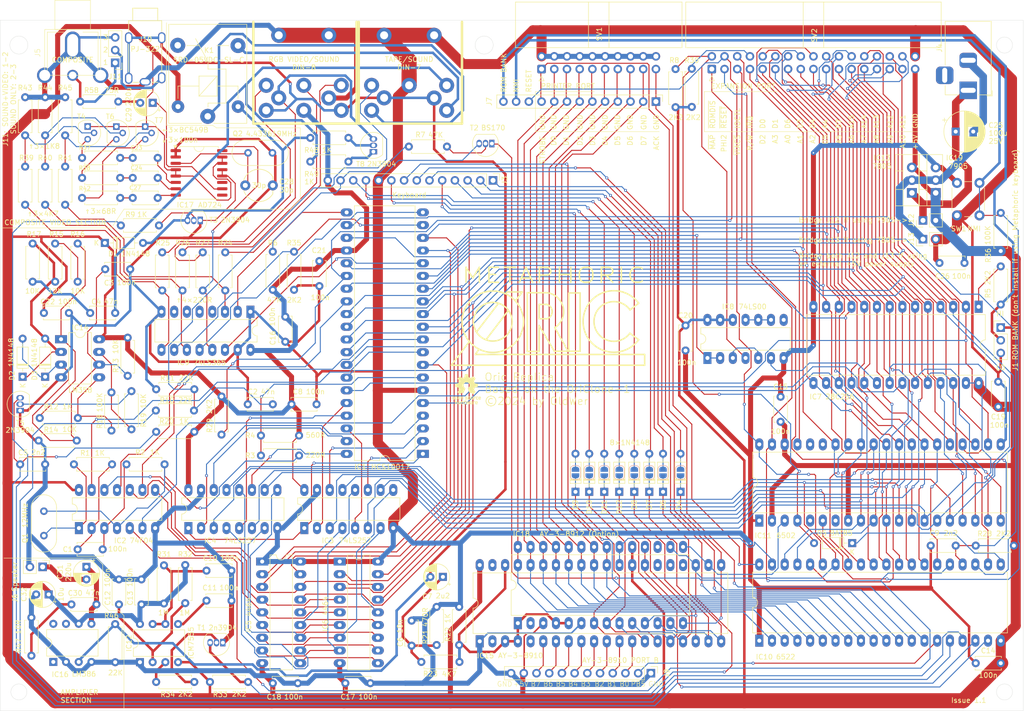
<source format=kicad_pcb>
(kicad_pcb (version 20240108) (generator "pcbnew") (generator_version "8.0")
  (layers (0 "F.Cu" signal) (31 "B.Cu" signal) (34 "B.Paste" user) (35 "F.Paste" user) (36 "B.SilkS" user "B.Silkscreen") (37 "F.SilkS" user "F.Silkscreen") (38 "B.Mask" user) (39 "F.Mask" user) (44 "Edge.Cuts" user))
  (net 0 "")
  (net 1 "Net-(C1-Pad1)")
  (net 2 "Net-(C1-Pad2)")
  (net 3 "GND")
  (net 4 "+5V")
  (net 5 "Net-(IC1-CLK)")
  (net 6 "D0")
  (net 7 "Net-(D1-A)")
  (net 8 "D5")
  (net 9 "D6")
  (net 10 "D1")
  (net 11 "/ULA/~{R}{slash}W_RAM")
  (net 12 "/ULA/MPX")
  (net 13 "ULA_A3")
  (net 14 "ULA_A5")
  (net 15 "ULA_A2")
  (net 16 "D2")
  (net 17 "D3")
  (net 18 "/ULA/CAS")
  (net 19 "ULA_A4")
  (net 20 "ULA_A6")
  (net 21 "/ULA/RAS")
  (net 22 "ULA_A1")
  (net 23 "D4")
  (net 24 "D7")
  (net 25 "Net-(IC2-Pad4)")
  (net 26 "Net-(IC2-Pad1)")
  (net 27 "A3")
  (net 28 "MA6")
  (net 29 "MA2")
  (net 30 "A7")
  (net 31 "MA7")
  (net 32 "A6")
  (net 33 "MA3")
  (net 34 "A2")
  (net 35 "A15")
  (net 36 "A12")
  (net 37 "A10")
  (net 38 "A8")
  (net 39 "A13")
  (net 40 "A14")
  (net 41 "A9")
  (net 42 "A11")
  (net 43 "~{MAP}")
  (net 44 "ULA_GREEN")
  (net 45 "PHI0")
  (net 46 "R{slash}~{W}")
  (net 47 "ULA_BLUE")
  (net 48 "ULA_CSYNC")
  (net 49 "~{VIA_CS}")
  (net 50 "~{CSROM}")
  (net 51 "ULA_RED")
  (net 52 "R{slash}~{W_RAM}")
  (net 53 "~{PHI2}")
  (net 54 "~{RAS}")
  (net 55 "~{CAS}")
  (net 56 "PHI2")
  (net 57 "A0")
  (net 59 "Net-(C23-Pad1)")
  (net 61 "A1")
  (net 62 "Net-(C24-Pad1)")
  (net 63 "Net-(C27-Pad1)")
  (net 66 "A4")
  (net 67 "A5")
  (net 68 "MA0")
  (net 69 "MA1")
  (net 70 "MA5")
  (net 71 "MA4")
  (net 72 "Net-(T4-E)")
  (net 73 "/Video Out/OUT_BLUE")
  (net 74 "/Video Out/OUT_RED")
  (net 75 "/Video Out/OUT_GREEN")
  (net 76 "/Video Out/OUT_CSYNC")
  (net 77 "ULA_A7")
  (net 78 "SOUND_OUT")
  (net 79 "ULA_A0")
  (net 80 "BANKSEL")
  (net 81 "~{CS_INTROM}")
  (net 82 "Net-(IC8-Pad10)")
  (net 83 "Net-(IC8-Pad3)")
  (net 84 "~{ROMDIS}")
  (net 87 "/Tape/TAPE_OUT")
  (net 88 "Net-(C4-Pad1)")
  (net 89 "Net-(D2-A)")
  (net 90 "CB1")
  (net 91 "Net-(D2-K)")
  (net 92 "Net-(J2-Pad7)")
  (net 93 "Net-(J2-Pad6)")
  (net 94 "Net-(T3-B)")
  (net 95 "PB6")
  (net 96 "PB7")
  (net 97 "Net-(R15-Pad2)")
  (net 98 "Net-(T5-B)")
  (net 99 "Net-(C6-Pad2)")
  (net 100 "Net-(IC14-Pad1)")
  (net 101 "Net-(IC14B-+)")
  (net 102 "Net-(IC14-Pad7)")
  (net 103 "~{RESET}")
  (net 105 "CB2")
  (net 108 "CA2")
  (net 110 "Net-(IC15-OUTA)")
  (net 112 "PHI1")
  (net 114 "Net-(T1-B)")
  (net 115 "PB3")
  (net 116 "IOA4")
  (net 117 "IOA2")
  (net 118 "IOA1")
  (net 119 "IOA0")
  (net 120 "IOA5")
  (net 121 "IOA3")
  (net 122 "IOA7")
  (net 123 "IOA6")
  (net 124 "/Sound/KBD_INT")
  (net 125 "I{slash}O_CONTROL")
  (net 126 "~{IRQ}")
  (net 127 "Net-(D5-K)")
  (net 128 "PA0")
  (net 129 "PB0")
  (net 130 "PA4")
  (net 131 "PA6")
  (net 132 "PB4")
  (net 133 "PA1")
  (net 134 "CA1")
  (net 135 "PB2")
  (net 136 "PA3")
  (net 137 "PA7")
  (net 138 "PB1")
  (net 139 "PA5")
  (net 140 "PA2")
  (net 145 "Net-(IC12-DIS)")
  (net 146 "Net-(IC12-CV)")
  (net 147 "Net-(IC12-TR)")
  (net 148 "/Power/+9V")
  (net 149 "Net-(IC12-Q)")
  (net 151 "Net-(IC17-RIN)")
  (net 152 "Net-(IC17-GIN)")
  (net 153 "Net-(C29-Pad2)")
  (net 154 "Net-(IC17-BIN)")
  (net 155 "VID_COMP")
  (net 156 "Net-(IC17-FIN)")
  (net 157 "Net-(IC17-COMP)")
  (net 159 "Net-(T6-E)")
  (net 160 "Net-(T4-B)")
  (net 161 "Net-(T6-B)")
  (net 162 "Net-(T7-B)")
  (net 163 "Net-(T7-E)")
  (net 165 "Net-(C30-Pad2)")
  (net 166 "Net-(C30-Pad1)")
  (net 167 "Net-(J6-Pin_1)")
  (net 171 "IOB5")
  (net 172 "IOB6")
  (net 173 "IOB1")
  (net 174 "IOB3")
  (net 175 "IOB7")
  (net 176 "IOB0")
  (net 177 "IOB2")
  (net 178 "IOB4")
  (net 179 "/Video Out/OUT_BLUE2")
  (net 180 "/Video Out/OUT_RED2")
  (net 181 "/Video Out/OUT_GREEN2")
  (net 182 "Net-(D4-A)")
  (net 183 "Net-(D6-A)")
  (net 184 "Net-(D7-A)")
  (net 185 "Net-(D8-A)")
  (net 186 "Net-(D9-A)")
  (net 187 "Net-(D10-A)")
  (net 188 "Net-(D11-A)")
  (net 189 "Net-(D12-A)")
  (net 190 "Net-(T2-G)")
  (net 191 "Net-(J11-Pin_2)")
  (net 192 "TAPE_IN")
  (net 193 "OUT_CSYNC2")
  (net 194 "~{NMI}")
  (net 195 "BANKSEL_EXP")
  (net 198 "/Power/GND_IN")
  (net 199 "PB5")
  (net 200 "Net-(T8-E)")
  (net 201 "Net-(T8-B)")
  (footprint "Resistor_THT:R_Axial_DIN0207_L6.3mm_D2.5mm_P7.62mm_Horizontal" (layer "F.Cu") (at 36.5 72.25 90)
    (property "Reference" "R16")
    (property "Value" "10k")
  )
  (footprint "ORIC:AV_CON_DIN7" (layer "F.Cu") (at 102.75 33)
    (property "Reference" "J2" (hide yes))
    (property "Value" "DIN-7")
  )
  (footprint "Package_TO_SOT_THT:TO-92" (layer "F.Cu") (at 50 41.25 -90)
    (property "Reference" "T7")
    (property "Value" "BC549B")
  )
  (footprint "Resistor_THT:R_Axial_DIN0207_L6.3mm_D2.5mm_P7.62mm_Horizontal" (layer "F.Cu") (at 45 51.5 180)
    (property "Reference" "R38")
    (property "Value" "68r")
  )
  (footprint "Resistor_THT:R_Axial_DIN0207_L6.3mm_D2.5mm_P7.62mm_Horizontal" (layer "F.Cu") (at 52.19 93.75)
    (property "Reference" "R11")
    (property "Value" "22k")
  )
  (footprint "Package_DIP:DIP-18_W7.62mm_LongPads" (layer "F.Cu") (at 73.38 128.18)
    (property "Reference" "IC5")
    (property "Value" "4464")
  )
  (footprint "Capacitor_THT:C_Disc_D5.0mm_W2.5mm_P5.00mm" (layer "F.Cu") (at 208.75 68.5)
    (property "Reference" "C26")
    (property "Value" "100n")
  )
  (footprint "Resistor_THT:R_Axial_DIN0207_L6.3mm_D2.5mm_P7.62mm_Horizontal" (layer "F.Cu") (at 26 43 90)
    (property "Reference" "R43")
    (property "Value" "1k8")
  )
  (footprint "Resistor_THT:R_Axial_DIN0207_L6.3mm_D2.5mm_P7.62mm_Horizontal" (layer "F.Cu") (at 83 43.5)
    (property "Reference" "R48")
    (property "Value" "1k")
  )
  (footprint "Connector_PinHeader_2.54mm:PinHeader_1x02_P2.54mm_Vertical" (layer "F.Cu") (at 205.46 63.75 90)
    (property "Reference" "J13")
    (property "Value" "F7805")
  )
  (footprint "Resistor_THT:R_Axial_DIN0207_L6.3mm_D2.5mm_P7.62mm_Horizontal" (layer "F.Cu") (at 83 48.25)
    (property "Reference" "R49")
    (property "Value" "1k")
  )
  (footprint "Resistor_THT:R_Axial_DIN0207_L6.3mm_D2.5mm_P7.62mm_Horizontal" (layer "F.Cu") (at 58 136.5 90)
    (property "Reference" "R32")
    (property "Value" "1M")
  )
  (footprint "Diode_THT:D_DO-35_SOD27_P7.62mm_Horizontal" (layer "F.Cu") (at 138.75 114.25 90)
    (property "Reference" "D10")
    (property "Value" "1N4148")
  )
  (footprint "Resistor_THT:R_Axial_DIN0207_L6.3mm_D2.5mm_P7.62mm_Horizontal" (layer "F.Cu") (at 221 58.5 -90)
    (property "Reference" "R36")
    (property "Value" "100k")
  )
  (footprint "Resistor_THT:R_Axial_DIN0207_L6.3mm_D2.5mm_P7.62mm_Horizontal" (layer "F.Cu") (at 28.69 104)
    (property "Reference" "R14")
    (property "Value" "10k")
  )
  (footprint "Resistor_THT:R_Axial_DIN0207_L6.3mm_D2.5mm_P7.62mm_Horizontal" (layer "F.Cu") (at 73.13 107)
    (property "Reference" "R3")
    (property "Value" "220R")
  )
  (footprint "Package_TO_SOT_THT:TO-92" (layer "F.Cu") (at 44.23 41.25 -90)
    (property "Reference" "T6")
    (property "Value" "BC549B")
  )
  (footprint "Capacitor_THT:C_Disc_D5.0mm_W2.5mm_P5.00mm" (layer "F.Cu") (at 80.5 152.5 180)
    (property "Reference" "C18")
    (property "Value" "100n")
  )
  (footprint "Package_DIP:DIP-28_W15.24mm_LongPads" (layer "F.Cu") (at 124.48 140.5 90)
    (property "Reference" "IC18")
    (property "Value" "AY-3-8912-Audio")
  )
  (footprint "Capacitor_THT:CP_Radial_D5.0mm_P2.50mm" (layer "F.Cu") (at 51.5 36.5 180)
    (property "Reference" "C29")
    (property "Value" "220u")
  )
  (footprint "Package_TO_SOT_THT:TO-92_Inline" (layer "F.Cu") (at 25 98 90)
    (property "Reference" "T5")
    (property "Value" "2N3904")
  )
  (footprint "Common:OSHW-Logo_5.7x6mm_SilkScreen" (layer "F.Cu") (at 114.225018 93.750102)
    (property "Reference" "REF**" (hide yes))
    (property "Value" "OSHW-Logo_5.7x6mm_SilkScreen" (hide yes))
  )
  (footprint "Resistor_THT:R_Axial_DIN0207_L6.3mm_D2.5mm_P7.62mm_Horizontal" (layer "F.Cu") (at 27.5 72.25 90)
    (property "Reference" "R17")
    (property "Value" "10k")
  )
  (footprint "Resistor_THT:R_Axial_DIN0207_L6.3mm_D2.5mm_P7.62mm_Horizontal" (layer "F.Cu") (at 59.75 98 180)
    (property "Reference" "R10")
    (property "Value" "22k")
  )
  (footprint "Capacitor_THT:C_Disc_D5.0mm_W2.5mm_P5.00mm" (layer "F.Cu") (at 29.75 78.5)
    (property "Reference" "C22")
    (property "Value" "100n")
  )
  (footprint "Capacitor_THT:C_Disc_D5.0mm_W2.5mm_P5.00mm" (layer "F.Cu") (at 177 95.25 -90)
    (property "Reference" "C15")
    (property "Value" "100n")
  )
  (footprint "Package_DIP:DIP-8_W7.62mm" (layer "F.Cu") (at 48.95 148.3 90)
    (property "Reference" "IC12")
    (property "Value" "ICM7555xP")
  )
  (footprint "Diode_THT:D_DO-35_SOD27_P7.62mm_Horizontal" (layer "F.Cu") (at 136 114.25 90)
    (property "Reference" "D9")
    (property "Value" "1N4148")
  )
  (footprint "Capacitor_THT:C_Disc_D5.0mm_W2.5mm_P5.00mm" (layer "F.Cu") (at 47.5 55.5)
    (property "Reference" "C27")
    (property "Value" "100n")
  )
  (footprint "Resistor_THT:R_Axial_DIN0207_L6.3mm_D2.5mm_P7.62mm_Horizontal" (layer "F.Cu") (at 32 72.25 90)
    (property "Reference" "R15")
    (property "Value" "12k")
  )
  (footprint "Package_DIP:DIP-40_W15.24mm_LongPads" (layer "F.Cu") (at 172.74 120 90)
    (property "Reference" "IC11")
    (property "Value" "6502")
  )
  (footprint "Connector_PinHeader_2.54mm:PinHeader_1x02_P2.54mm_Vertical" (layer "F.Cu") (at 205.46 60 90)
    (property "Reference" "J12")
    (property "Value" "F7905")
  )
  (footprint "Capacitor_THT:C_Disc_D5.0mm_W2.5mm_P5.00mm" (layer "F.Cu") (at 78 84.25 90)
    (property "Reference" "C16")
    (property "Value" "100n")
  )
  (footprint "Resistor_THT:R_Axial_DIN0207_L6.3mm_D2.5mm_P7.62mm_Horizontal" (layer "F.Cu") (at 53.4 74 90)
    (property "Reference" "R25")
    (property "Value" "220r")
  )
  (footprint "Resistor_THT:R_Axial_DIN0207_L6.3mm_D2.5mm_P7.62mm_Horizontal" (layer "F.Cu") (at 52.19 152.25)
    (property "Reference" "R34")
    (property "Value" "2k2")
  )
  (footprint "Resistor_THT:R_Axial_DIN0207_L6.3mm_D2.5mm_P7.62mm_Horizontal" (layer "F.Cu") (at 46.5 91.06 90)
    (property "Reference" "R13")
    (property "Value" "10k")
  )
  (footprint "Package_TO_SOT_THT:TO-220-3_Vertical" (layer "F.Cu") (at 203.25 54.5 90)
    (property "Reference" "IC13")
    (property "Value" "L7805")
  )
  (footprint "Package_TO_SOT_THT:TO-92_Inline" (layer "F.Cu") (at 119.29 44.64 180)
    (property "Reference" "T2")
    (property "Value" "BS170")
  )
  (footprint "Resistor_THT:R_Axial_DIN0207_L6.3mm_D2.5mm_P7.62mm_Horizontal" (layer "F.Cu") (at 221 76.81 90)
    (property "Reference" "R5")
    (property "Value" "2k2")
  )
  (footprint "Crystal:Crystal_HC49-U_Vertical" (layer "F.Cu") (at 70.55 46.5)
    (property "Reference" "Q2")
    (property "Value" "4.433619 MHz")
  )
  (footprint "Capacitor_THT:C_Disc_D5.0mm_W2.5mm_P5.00mm" (layer "F.Cu") (at 39 78.5)
    (property "Reference" "C4")
    (property "Value" "47n")
  )
  (footprint "Resistor_THT:R_Axial_DIN0207_L6.3mm_D2.5mm_P7.62mm_Horizontal" (layer "F.Cu") (at 57.45 74 90)
    (property "Reference" "R26")
    (property "Value" "220r")
  )
  (footprint "Package_DIP:DIP-8_W7.62mm_LongPads" (layer "F.Cu") (at 33.175 83.75)
    (property "Reference" "IC14")
    (property "Value" "LM358")
  )
  (footprint "Capacitor_THT:C_Disc_D5.0mm_W2.5mm_P5.00mm" (layer "F.Cu") (at 103.25 140 -90)
    (property "Reference" "C6")
    (property "Value" "10n")
  )
  (footprint "Package_DIP:DIP-14_W7.62mm_LongPads" (layer "F.Cu") (at 36.75 121.5 90)
    (property "Reference" "IC2")
    (property "Value" "74F04")
  )
  (footprint "Relay_THT:Relay_SPDT_SANYOU_SRD_Series_Form_C" (layer "F.Cu") (at 62.5 39.2 90)
    (property "Reference" "K1")
    (property "Value" "SRD-05VDC-SL-C")
  )
  (footprint "Resistor_THT:R_Axial_DIN0207_L6.3mm_D2.5mm_P7.62mm_Horizontal" (layer "F.Cu") (at 52.19 102.25)
    (property "Reference" "R20")
    (property "Value" "1k")
  )
  (footprint "Diode_THT:D_DO-35_SOD27_P7.62mm_Horizontal" (layer "F.Cu") (at 150.75 114.25 90)
    (property "Reference" "D7")
    (property "Value" "1N4148")
  )
  (footprint "Crystal:Crystal_HC49-4H_Vertical" (layer "F.Cu") (at 29.75 123 90)
    (property "Reference" "Q1")
    (property "Value" "12MHz")
  )
  (footprint "Connector_PinHeader_2.54mm:PinHeader_1x02_P2.54mm_Vertical" (layer "F.Cu") (at 29.5 129.25 -90)
    (property "Reference" "J6")
    (property "Value" "Conn_01x02")
  )
  (footprint "Capacitor_THT:C_Disc_D5.0mm_W2.5mm_P5.00mm" (layer "F.Cu") (at 47.5 51.5)
    (property "Reference" "C24")
    (property "Value" "100n")
  )
  (footprint "Diode_THT:D_DO-35_SOD27_P7.62mm_Horizontal" (layer "F.Cu") (at 191.31 124.5 180)
    (property "Reference" "D5")
    (property "Value" "BAT85")
  )
  (footprint "Package_DIP:DIP-16_W7.62mm_LongPads" (layer "F.Cu") (at 58.63 121.5 90)
    (property "Reference" "IC4")
    (property "Value" "74LS257")
  )
  (footprint "Diode_THT:D_DO-35_SOD27_P7.62mm_Horizontal" (layer "F.Cu") (at 30 91.25 90)
    (property "Reference" "D3")
    (property "Value" "1N4148")
  )
  (footprint "Capacitor_THT:C_Disc_D5.0mm_W2.5mm_P5.00mm" (layer "F.Cu") (at 49.25 131.75 -90)
    (property "Reference" "C13")
    (property "Value" "100n")
  )
  (footprint "Capacitor_THT:C_Disc_D5.0mm_W2.5mm_P5.00mm" (layer "F.Cu") (at 62.25 136)
    (property "Reference" "C11")
    (property "Value" "100n")
  )
  (footprint "Capacitor_THT:C_Disc_D5.0mm_W2.5mm_P5.00mm" (layer "F.Cu") (at 79.25 96.75)
    (property "Reference" "C8")
    (property "Value" "100n")
  )
  (footprint "Resistor_THT:R_Axial_DIN0207_L6.3mm_D2.5mm_P7.62mm_Horizontal" (layer "F.Cu") (at 61.5 74 90)
    (property "Reference" "R27")
    (property "Value" "220r")
  )
  (footprint "ORIC:AV_CON_DIN8" (layer "F.Cu") (at 81.69 33)
    (property "Reference" "SK1" (hide yes))
    (property "Value" "DIN-8")
  )
  (footprint "Resistor_THT:R_Axial_DIN0207_L6.3mm_D2.5mm_P7.62mm_Horizontal" (layer "F.Cu") (at 216 125)
    (property "Reference" "R28")
    (property "Value" "2k2")
  )
  (footprint "Connector_BarrelJack:BarrelJack_Horizontal" (layer "F.Cu") (at 214.5 34 -90)
    (property "Reference" "J4")
    (property "Value" "Barrel_Jack_Switch")
  )
  (footprint "Connector_IDC:IDC-Header_2x17_P2.54mm_Horizontal" (layer "F.Cu") (at 163.25 29.75 90)
    (property "Reference" "SV2")
    (property "Value" "Expansion")
  )
  (footprint "Diode_THT:D_DO-35_SOD27_P7.62mm_Horizontal" (layer "F.Cu") (at 25.5 91.25 90)
    (property "Reference" "D2")
    (property "Value" "1N4148")
  )
  (footprint "Resistor_THT:R_Axial_DIN0207_L6.3mm_D2.5mm_P7.62mm_Horizontal" (layer "F.Cu") (at 30 43 90)
    (property "Reference" "R44")
    (property "Value" "1k8")
  )
  (footprint "Connector_PinHeader_2.54mm:PinHeader_1x12_P2.54mm_Vertical" (layer "F.Cu") (at 151.07 150.5 -90)
    (property "Reference" "J9")
    (property "Value" "Conn_01x12")
  )
  (footprint "Resistor_THT:R_Axial_DIN0207_L6.3mm_D2.5mm_P7.62mm_Horizontal" (layer "F.Cu") (at 44 148.31 90)
    (property "Reference" "R46")
    (property "Value" "22k")
  )
  (footprint "Resistor_THT:R_Axial_DIN0207_L6.3mm_D2.5mm_P7.62mm_Horizontal" (layer "F.Cu") (at 70.56 152.25 180)
    (property "Reference" "R33")
    (property "Value" "2k2")
  )
  (footprint "Common:C_Trim_D6.3mm_P5.50mm" (layer "F.Cu") (at 71.5 53)
    (property "Reference" "C28")
    (property "Value" "30p")
  )
  (footprint "Resistor_THT:R_Axial_DIN0207_L6.3mm_D2.5mm_P7.62mm_Horizontal" (layer "F.Cu") (at 43.25 102 90)
    (property "Reference" "R18")
    (property "Value" "100k")
  )
  (footprint "Resistor_THT:R_Axial_DIN0207_L6.3mm_D2.5mm_P7.62mm_Horizontal" (layer "F.Cu") (at 45 47.5 180)
    (property "Reference" "R37")
    (property "Value" "68r")
  )
  (footprint "Resistor_THT:R_Axial_DIN0207_L6.3mm_D2.5mm_P7.62mm_Horizontal" (layer "F.Cu") (at 53.75 128.94 -90)
    (property "Reference" "R31")
    (property "Value" "1M")
  )
  (footprint "Common:Oric Logo" (layer "F.Cu") (at 129.975018 81.250102)
    (property "Reference" "REF**" (hide yes))
    (property "Value" "Oric Logo")
  )
  (footprint "Resistor_THT:R_Axial_DIN0207_L6.3mm_D2.5mm_P7.62mm_Horizontal" (layer "F.Cu") (at 75.5 66.25 -90)
    (property "Reference" "R6")
    (property "Value" "47k")
  )
  (footprint "Resistor_THT:R_Axial_DIN0207_L6.3mm_D2.5mm_P7.62mm_Horizontal" (layer "F.Cu") (at 46.25 108.75)
    (property "Reference" "R2")
    (property "Value" "1k")
  )
  (footprint "Resistor_THT:R_Axial_DIN0207_L6.3mm_D2.5mm_P7.62mm_Horizontal" (layer "F.Cu") (at 108.25 137.25 -90)
    (property "Reference" "R21")
    (property "Value" "470r")
  )
  (footprint "Resistor_THT:R_Axial_DIN0207_L6.3mm_D2.5mm_P7.62mm_Horizontal" (layer "F.Cu") (at 37 36.25)
    (property "Reference" "R58")
    (property "Value" "75")
  )
  (footprint "Package_TO_SOT_THT:TO-220-3_Vertical" (layer "F.Cu") (at 208 54.5 90)
    (property "Reference" "IC19")
    (property "Value" "L7905")
  )
  (footprint "Package_SO:SOIC-16W_7.5x10.3mm_P1.27mm" (layer "F.Cu") (at 60.75 50.5)
    (property "Reference" "IC17")
    (property "Value" "AD724")
  )
  (footprint "Resistor_THT:R_Axial_DIN0207_L6.3mm_D2.5mm_P7.62mm_Horizontal" (layer "F.Cu") (at 79.75 66.25 -90)
    (property "Reference" "R35")
    (property "Value" "2k2")
  )
  (footprint "Resistor_THT:R_Axial_DIN0207_L6.3mm_D2.5mm_P7.62mm_Horizontal" (layer "F.Cu") (at 73.13 103)
    (property "Reference" "R4")
    (property "Value" "560R")
  )
  (footprint "Package_DIP:DIP-16_W7.62mm_LongPads" (layer "F.Cu") (at 71.03 78.25 -90)
    (property "Reference" "IC9")
    (property "Value" "74LS365")
  )
  (footprint "Package_DIP:DIP-14_W7.62mm_LongPads" (layer "F.Cu") (at 162.375 87.5 90)
    (property "Reference" "IC8")
    (property "Value" "74LS00")
  )
  (footprint "Capacitor_THT:C_Disc_D5.0mm_W2.5mm_P5.00mm" (layer "F.Cu") (at 35.25 136.75)
    (property "Reference" "C30")
    (property "Value" "47n")
  )
  (footprint "Package_DIP:DIP-8_W7.62mm" (layer "F.Cu") (at 31.63 148.25 90)
    (property "Reference" "IC16")
    (property "Value" "LM386")
  )
  (footprint "Resistor_THT:R_Axial_DIN0207_L6.3mm_D2.5mm_P7.62mm_Horizontal" (layer "F.Cu") (at 34 49.25 -90)
    (property "Reference" "R41")
    (property "Value" "4k7")
  )
  (footprint "Common:PJ-322" (layer "F.Cu") (at 50 25.6)
    (property "Reference" "J10")
    (property "Value" "AudioJack4")
  )
  (footprint "Capacitor_THT:CP_Radial_D5.0mm_P2.50mm" (layer "F.Cu") (at 30.705113 134.75 180)
    (property "Reference" "C32")
    (property "Value" "10u")
  )
  (footprint "Diode_THT:D_DO-35_SOD27_P7.62mm_Horizontal" (layer "F.Cu") (at 147.75 114.25 90)
    (property "Reference" "D8")
    (property "Value" "1N4148")
  )
  (footprint "Package_DIP:DIP-40_W15.24mm_LongPads" (layer "F.Cu") (at 172.74 144 90)
    (property "Reference" "IC10")
    (property "Value" "6522")
  )
  (footprint "Connector_PinHeader_2.54mm:PinHeader_1x03_P2.54mm_Vertical" (layer "F.Cu") (at 44 28.5 180)
    (property "Reference" "J11")
    (property "Value" "Conn_01x03")
  )
  (footprint "Capacitor_THT:C_Disc_D5.0mm_W2.5mm_P5.00mm" (layer "F.Cu") (at 84.81 68.13 -90)
    (property "Reference" "C21")
    (property "Value" "100n")
  )
  (footprint "Resistor_THT:R_Axial_DIN0207_L6.3mm_D2.5mm_P7.62mm_Horizontal" (layer "F.Cu") (at 47.25 101.75 90)
    (property "Reference" "R19")
    (property "Value" "10k")
  )
  (footprint "Package_TO_SOT_THT:TO-92_Inline" (layer "F.Cu") (at 61 60 180)
    (property "Reference" "T3")
    (property "Value" "2N3904")
  )
  (footprint "Capacitor_THT:CP_Radial_D5.0mm_P2.50mm" (layer "F.Cu") (at 109.5 131.25 180)
    (property "Reference" "C7")
    (property "Value" "2.2u")
  )
  (footprint "Resistor_THT:R_Axial_DIN0207_L6.3mm_D2.5mm_P7.62mm_Horizontal" (layer "F.Cu") (at 65.25 102.81 90)
    (property "Reference" "R29")
    (property "Value" "2k2")
  )
  (footprint "Capacitor_THT:C_Disc_D5.0mm_W2.5mm_P5.00mm" (layer "F.Cu") (at 42 69.75)
    (property "Reference" "C3")
    (property "Value" "100n")
  )
  (footprint "Capacitor_THT:C_Disc_D5.0mm_W2.5mm_P5.00mm" (layer "F.Cu") (at 95 152.5 180)
    (property "Reference" "C17")
    (property "Value" "100n")
  )
  (footprint "Resistor_THT:R_Axial_DIN0207_L6.3mm_D2.5mm_P7.62mm_Horizontal" (layer "F.Cu") (at 159.25 29.69 -90)
    (property "Reference" "R30")
    (property "Value" "2k2")
  )
  (footprint "Capacitor_THT:C_Disc_D5.0mm_W2.5mm_P5.00mm" (layer "F.Cu") (at 47.5 47.5)
    (property "Reference" "C23")
    (property "Value" "100n")
  )
  (footprint "Package_TO_SOT_THT:TO-92" (layer "F.Cu") (at 38.5 41.23 -90)
    (property "Reference" "T4")
    (property "Value" "BC549B")
  )
  (footprint "Diode_THT:D_DO-35_SOD27_P7.62mm_Horizontal" (layer "F.Cu") (at 153.5 114.25 90)
    (property "Reference" "D6")
    (property "Value" "1N4148")
  )
  (footprint "Resistor_THT:R_Axial_DIN0207_L6.3mm_D2.5mm_P7.62mm_Horizontal" (layer "F.Cu") (at 66 74 90)
    (property "Reference" "R24")
    (property "Value" "220r")
  )
  (footprint "Capacitor_THT:C_Disc_D5.0mm_W2.5mm_P5.00mm" (layer "F.Cu") (at 220.5 92.25 -90)
    (property "Reference" "C19")
    (property "Value" "100n")
  )
  (footprint "Package_TO_SOT_THT:TO-92_Inline" (layer "F.Cu") (at 95.61 46.27 90)
    (property "Reference" "T8")
    (property "Value" "2N3904")
  )
  (footprint "Connector_PinHeader_2.54mm:PinHeader_1x14_P2.54mm_Vertical" (layer "F.Cu") (at 119.52 52 -90)
    (property "Reference" "J3")
    (property "Value" "Conn_01x14")
  )
  (footprint "Capacitor_THT:C_Disc_D5.0mm_W2.5mm_P5.00mm" (layer "F.Cu") (at 36.5 125.75)
    (property "Reference" "C1")
    (property "Value" "100n")
  )
  (footprint "Package_DIP:DIP-40_W15.24mm_LongPads" (layer "F.Cu") (at 105.5 106.66 180)
    (property "Reference" "IC1")
    (property "Value" "HCS10017_DEV")
  )
  (footprint "Capacitor_THT:CP_Radial_D8.0mm_P3.50mm" (layer "F.Cu") (at 212 42.25)
    (property "Reference" "C25")
    (property "Value" "100u 25v")
  )
  (footprint "Resistor_THT:R_Axial_DIN0207_L6.3mm_D2.5mm_P7.62mm_Horizontal" (layer "F.Cu") (at 28.92 99.5)
    (property "Reference" "R12")
    (property "Value" "1k")
  )
  (footprint "Button_Switch_THT:SW_PUSH_6mm_H4.3mm" (layer "F.Cu") (at 212.25 59 90)
    (property "Reference" "SW1")
    (property "Value" "SW_Push")
  )
  (footprint "Resistor_THT:R_Axial_DIN0207_L6.3mm_D2.5mm_P7.62mm_Horizontal" (layer "F.Cu") (at 112.75 137.25 -90)
    (property "Reference" "R22")
    (property "Value" "1k")
  )
  (footprint "Resistor_THT:R_Axial_DIN0207_L6.3mm_D2.5mm_P7.62mm_Horizontal" (layer "F.Cu") (at 45 55.5 180)
    (property "Reference" "R42")
    (property "Value" "68r")
  )
  (footprint "Resistor_THT:R_Axial_DIN0207_L6.3mm_D2.5mm_P7.62mm_Horizontal" (layer "F.Cu") (at 112.81 148.25 180)
    (property "Reference" "R23")
    (property "Value" "4k7")
  )
  (footprint "Resistor_THT:R_Axial_DIN0207_L6.3mm_D2.5mm_P7.62mm_Horizontal" (layer "F.Cu") (at 26 49.25 -90)
    (property "Reference" "R39")
    (property "Value" "4k7")
  )
  (footprint "Resistor_THT:R_Axial_DIN0207_L6.3mm_D2.5mm_P7.62mm_Horizontal" (layer "F.Cu") (at 35.75 108.75)
    (property "Reference" "R1")
    (property "Value" "1k")
  )
  (footprint "Capacitor_THT:C_Disc_D5.0mm_W2.5mm_P5.00mm" (layer "F.Cu") (at 70.5 96.75)
    (property "Reference" "C2")
    (property "Value" "47n")
  )
  (footprint "Diode_THT:D_DO-35_SOD27_P7.62mm_Horizontal" (layer "F.Cu") (at 144.75 114.25 90)
    (property "Reference" "D12")
    (property "Value" "1N4148")
  )
  (footprint "Capacitor_THT:C_Disc_D5.0mm_W2.5mm_P5.00mm" (layer "F.Cu") (at 44.75 131.75 -90)
    (property "Reference" "C12")
    (property "Value" "100n")
  )
  (footprint "Resistor_THT:R_Axial_DIN0207_L6.3mm_D2.5mm_P7.62mm_Horizontal" (layer "F.Cu") (at 156 29.75 -90)
    (property "Reference" "R8")
    (property "Value" "2k2")
  )
  (footprint "Connector_PinHeader_2.54mm:PinHeader_1x13_P2.54mm_Vertical" (layer "F.Cu") (at 152.08 36.25 -90)
    (property "Reference" "J7")
    (property "Value" "Joystick")
  )
  (footprint "Capacitor_THT:C_Disc_D5.0mm_W2.5mm_P5.00mm" (layer "F.Cu") (at 158 86 90)
    (property "Reference" "C20")
    (property "Value" "100n")
  )
  (footprint "Diode_THT:D_DO-35_SOD27_P7.62mm_Horizontal" (layer "F.Cu") (at 141.75 114.25 90)
    (property "Reference" "D11")
    (property "Value" "1N4148")
  )
  (footprint "Package_TO_SOT_THT:TO-92_Inline" (layer "F.Cu") (at 65.52 144.39 180)
    (property "Reference" "T1")
    (property "Value" "2N3904")
  )
  (footprint "Capacitor_THT:C_Disc_D5.0mm_W2.5mm_P5.00mm" (layer "F.Cu") (at 67.25 130 180)
    (property "Reference" "C10")
    (property "Value" "100n")
  )
  (footprint "Diode_THT:D_DO-35_SOD27_P7.62mm_Horizontal" (layer "F.Cu") (at 41.94 64.5)
    (property "Reference" "D1")
    (property "Value" "1N4148")
  )
  (footprint "Capacitor_THT:CP_Radial_D5.0mm_P2.50mm" (layer "F.Cu") (at 38.25 129.25 -90)
    (property "Reference" "C31")
    (property "Value" "220u")
  )
  (footprint "Package_DIP:DIP-40_W15.24mm_LongPads" (layer "F.Cu") (at 116.86 144.125 90)
    (property "Reference" "IC15")
    (property "Value" "AY-3-8910")
  )
  (footprint "Package_DIP:DIP-28_W15.24mm_LongPads" (layer "F.Cu") (at 216.58 77.26 -90)
    (property "Reference" "IC7")
    (property "Value" "28C256")
  )
  (footprint "Resistor_THT:R_Axial_DIN0207_L6.3mm_D2.5mm_P7.62mm_Horizontal" (layer "F.Cu") (at 30 49.25 -90)
    (property "Reference" "R40")
    (property "Value" "4k7")
  )
  (footprint "Capacitor_THT:C_Disc_D5.0mm_W2.5mm_P5.00mm" (layer "F.Cu") (at 25 108.75)
    (property "Reference" "C5")
    (property "Value" "2.2n")
  )
  (footprint "Resistor_THT:R_Axial_DIN0207_L6.3mm_D2.5mm_P7.62mm_Horizontal" (layer "F.Cu") (at 34 43 90)
    (property "Reference" "R45")
    (property "Value" "1k8")
  )
  (footprint "Resistor_THT:R_Axial_DIN0207_L6.3mm_D2.5mm_P7.62mm_Horizontal" (layer "F.Cu") (at 102.69 45.25)
    (property "Reference" "R7")
    (property "Value" "47k")
  )
  (footprint "Capacitor_THT:C_Disc_D5.0mm_W2.5mm_P5.00mm" (layer "F.Cu") (at 216 148.5)
    (property "Reference" "C14")
    (property "Value" "100n")
  )
  (footprint "Connector_PinHeader_2.54mm:PinHeader_1x03_P2.54mm_Vertical" (layer "F.Cu") (at 221 81.42)
    (property "Reference" "J1")
    (property "Value" "Conn_01x03")
  )
  (footprint "Capacitor_THT:C_Disc_D5.0mm_W2.5mm_P5.00mm" (layer "F.Cu") (at 212 125 180)
    (property "Reference" "C9")
    (property "Value" "2.2n")
  )
  (footprint "Common:Composite_RCA" (layer "F.Cu") (at 35.5 30.998 90)
    (property "Reference" "J5")
    (property "Value" "Conn_Coaxial")
  )
  (footprint "Resistor_THT:R_Axial_DIN0207_L6.3mm_D2.5mm_P7.62mm_Horizontal" (layer "F.Cu") (at 27.25 139.38 -90)
    (property "Reference" "R47")
    (property "Value" "10r")
  )
  (footprint "Package_DIP:DIP-18_W7.62mm_LongPads" (layer "F.Cu") (at 88.88 128.18)
    (property "Reference" "IC6")
    (property "Value" "4464")
  )
  (footprint "Diode_THT:D_DO-35_SOD27_P7.62mm_Horizontal" (layer "F.Cu") (at 157 114.25 90)
    (property "Reference" "D4")
    (property "Value" "1N4148")
  )
  (footprint "Connector_IDC:IDC-Header_2x10_P2.54mm_Horizontal" (layer "F.Cu") (at 129.22 29.75 90)
    (property "Reference" "SV1")
    (property "Value" "Printer")
  )
  (footprint "Package_DIP:DIP-16_W7.62mm_LongPads" (layer "F.Cu") (at 81.8 121.5 90)
    (property "Reference" "IC3")
    (property "Value" "74LS257")
  )
  (footprint "Resistor_THT:R_Axial_DIN0207_L6.3mm_D2.5mm_P7.62mm_Horizontal" (layer "F.Cu") (at 52.75 61 180)
    (property "Reference" "R9")
    (property "Value" "1k")
  )
  (footprint "Jumper:SolderJumper-2_P1.3mm_Open_RoundedPad1.0x1.5mm" (layer "B.Cu") (at 141.75 110.4 -90)
    (property "Reference" "JP2" (hide yes))
    (property "Value" "Jumper")
  )
  (footprint "Jumper:SolderJumper-2_P1.3mm_Open_RoundedPad1.0x1.5mm" (layer "B.Cu") (at 147.75 110.4 -90)
    (property "Reference" "JP5" (hide yes))
    (property "Value" "Jumper")
  )
  (footprint "Jumper:SolderJumper-2_P1.3mm_Open_RoundedPad1.0x1.5mm" (layer "B.Cu") (at 144.75 110.4 -90)
    (property "Reference" "JP1" (hide yes))
    (property "Value" "Jumper")
  )
  (footprint "Jumper:SolderJumper-2_P1.3mm_Open_RoundedPad1.0x1.5mm" (layer "B.Cu") (at 136 110.4 -90)
    (property "Reference" "JP4" (hide yes))
    (property "Value" "Jumper")
  )
  (footprint "Jumper:SolderJumper-2_P1.3mm_Open_RoundedPad1.0x1.5mm" (layer "B.Cu") (at 150.75 110.4 -90)
    (property "Reference" "JP6" (hide yes))
    (property "Value" "Jumper")
  )
  (footprint "Jumper:SolderJumper-2_P1.3mm_Open_RoundedPad1.0x1.5mm" (layer "B.Cu") (at 153.5 110.4 -90)
    (property "Reference" "JP7" (hide yes))
    (property "Value" "Jumper")
  )
  (footprint "Jumper:SolderJumper-2_P1.3mm_Open_RoundedPad1.0x1.5mm" (layer "B.Cu") (at 138.75 110.4 -90)
    (property "Reference" "JP3" (hide yes))
    (property "Value" "Jumper")
  )
  (footprint "Jumper:SolderJumper-2_P1.3mm_Open_RoundedPad1.0x1.5mm" (layer "B.Cu") (at 157 110.4 -90)
    (property "Reference" "JP8" (hide yes))
    (property "Value" "Jumper")
  )
  (gr_line (start 44.75 138) (end 45.75 139) (stroke (width 0.1)) (layer "F.SilkS"))
  (gr_arc (start 61.747383 45.246668) (mid 60.75 46.240068) (end 59.747335 45.252) (stroke (width 0.1)) (layer "F.SilkS"))
  (gr_line (start 81 55.75) (end 81 41.5) (stroke (width 0.1)) (layer "F.SilkS"))
  (gr_line (start 128 34.25) (end 139.75 34.25) (stroke (width 0.1)) (layer "F.SilkS"))
  (gr_line (start 128 42.25) (end 128 34.25) (stroke (width 0.1)) (layer "F.SilkS"))
  (gr_line (start 45.75 139) (end 45.75 157.5) (stroke (width 0.1)) (layer "F.SilkS"))
  (gr_line (start 55.5 57.75) (end 79 57.75) (stroke (width 0.1)) (layer "F.SilkS"))
  (gr_line (start 40.25 127.5) (end 21.75 127.5) (stroke (width 0.1)) (layer "F.SilkS"))
  (gr_line (start 204.5 42.25) (end 161.75 42.25) (stroke (width 0.1)) (layer "F.SilkS"))
  (gr_line (start 40.25 127.5) (end 41.5 128.75) (stroke (width 0.1)) (layer "F.SilkS"))
  (gr_line (start 152.75 42.25) (end 128 42.25) (stroke (width 0.1)) (layer "F.SilkS"))
  (gr_line (start 21.25 61.5) (end 43.25 61.5) (stroke (width 0.1)) (layer "F.SilkS"))
  (gr_line (start 45.75 57.75) (end 55.5 57.75) (stroke (width 0.1)) (layer "F.SilkS"))
  (gr_line (start 54.25 41) (end 54.25 20.5) (stroke (width 0.1)) (layer "F.SilkS"))
  (gr_line (start 41.5 136.75) (end 42.75 138) (stroke (width 0.1)) (layer "F.SilkS"))
  (gr_line (start 42.75 138) (end 44.75 138) (stroke (width 0.1)) (layer "F.SilkS"))
  (gr_line (start 41.5 136.75) (end 41.5 128.75) (stroke (width 0.1)) (layer "F.SilkS"))
  (gr_line (start 81 41.5) (end 64.25 41.5) (stroke (width 0.1)) (layer "F.SilkS"))
  (gr_line (start 161.75 34.25) (end 176.5 34.25) (stroke (width 0.1)) (layer "F.SilkS"))
  (gr_line (start 79 57.75) (end 81 55.75) (stroke (width 0.1)) (layer "F.SilkS"))
  (gr_line (start 43.25 61.5) (end 45.75 57.75) (stroke (width 0.1)) (layer "F.SilkS"))
  (gr_line (start 63.5 41) (end 54.25 41) (stroke (width 0.1)) (layer "F.SilkS"))
  (gr_line (start 64.25 41.5) (end 63.5 41) (stroke (width 0.1)) (layer "F.SilkS"))
  (gr_line (start 161.75 42.25) (end 161.75 34.25) (stroke (width 0.1)) (layer "F.SilkS"))
  (gr_circle (center 221.75 24.95) (end 223.35 24.95) (stroke (width 0.05)) (fill none) (layer "Edge.Cuts"))
  (gr_circle (center 221.75 154.25) (end 223.35 154.25) (stroke (width 0.05)) (fill none) (layer "Edge.Cuts"))
  (gr_circle (center 24.75 154.25) (end 26.35 154.25) (stroke (width 0.05)) (fill none) (layer "Edge.Cuts"))
  (gr_rect (start 21 20) (end 225.5 158) (stroke (width 0.05)) (fill none) (layer "Edge.Cuts"))
  (gr_circle (center 24.75 24.95) (end 26.55 24.95) (stroke (width 0.05)) (fill none) (layer "Edge.Cuts"))
  (gr_circle (center 117.75 24.95) (end 119.55 24.95) (stroke (width 0.05)) (fill none) (layer "Edge.Cuts"))
  (gr_text "12MHz" (at 26.571697 121.525471 90) (layer "F.SilkS") (effects (font (size 1 1)) (justify left bottom)))
  (gr_text "6522" (at 176 147.833888 0) (layer "F.SilkS") (effects (font (size 1 1)) (justify left bottom)))
  (gr_text "1K" (at 33.339203 97.818448 0) (layer "F.SilkS") (effects (font (size 1 1)) (justify left bottom)))
  (gr_text "100n" (at 43.019393 133.362197 90) (layer "F.SilkS") (effects (font (size 1 1)) (justify left bottom)))
  (gr_text "PHI2" (at 166.25 42.75 90) (layer "F.SilkS") (effects (font (size 1 1)) (justify right bottom)))
  (gr_text "100n" (at 83 76 0) (layer "F.SilkS") (effects (font (size 1 1)) (justify left bottom)))
  (gr_text "10n" (at 101.519704 142.635685 90) (layer "F.SilkS") (effects (font (size 1 1)) (justify left bottom)))
  (gr_text "B7" (at 127 153.25 0) (layer "F.SilkS") (effects (font (size 1 1) (thickness 0.1)) (justify left bottom)))
  (gr_text "A5" (at 189.25 42.75 90) (layer "F.SilkS") (effects (font (size 1 1)) (justify right bottom)))
  (gr_text "4K7" (at 109.212256 151.254635 0) (layer "F.SilkS") (effects (font (size 1 1)) (justify left bottom)))
  (gr_text "Speaker" (at 24.5 134.25 90) (layer "F.SilkS") (effects (font (size 1 1)) (justify left bottom)))
  (gr_text "GND" (at 204.5 41.75 90) (layer "F.SilkS") (effects (font (size 1 1)) (justify left bottom)))
  (gr_text "2K2" (at 63.424528 98.77044 90) (layer "F.SilkS") (effects (font (size 1 1)) (justify left bottom)))
  (gr_text "↑4×220R" (at 56 76.5 0) (layer "F.SilkS") (effects (font (size 1 1)) (justify left bottom)))
  (gr_text "8×1N4148" (at 142.75 105 0) (layer "F.SilkS") (effects (font (size 1 1)) (justify left bottom)))
  (gr_text "1M" (at 52.5 139 0) (layer "F.SilkS") (effects (font (size 1 1)) (justify left bottom)))
  (gr_text "SRD-05VDC-SL-C" (at 55.5 28.5 0) (layer "F.SilkS") (effects (font (size 1 1)) (justify left bottom)))
  (gr_text "B0" (at 144.75 153.25 0) (layer "F.SilkS") (effects (font (size 1 1) (thickness 0.1)) (justify left bottom)))
  (gr_text "12K" (at 30.45849 74.708804 0) (layer "F.SilkS") (effects (font (size 1 1)) (justify left bottom)))
  (gr_text "RGB VIDEO/SOUND\nDIN-8" (at 81.75 30 0) (layer "F.SilkS") (effects (font (size 1 1)) (justify bottom)))
  (gr_text "220R" (at 82 107.5 0) (layer "F.SilkS") (effects (font (size 1 1)) (justify left bottom)))
  (gr_text "B2" (at 139.75 153.25 0) (layer "F.SilkS") (effects (font (size 1 1) (thickness 0.1)) (justify left bottom)))
  (gr_text "47n" (at 41.677987 76.785848 0) (layer "F.SilkS") (effects (font (size 1 1)) (justify left bottom)))
  (gr_text "STROBE" (at 130 43 90) (layer "F.SilkS") (effects (font (size 1 1)) (justify right bottom)))
  (gr_text "1K" (at 56.69066 100.733679 0) (layer "F.SilkS") (effects (font (size 1 1)) (justify left bottom)))
  (gr_text "1K" (at 50.862679 106.921383 0) (layer "F.SilkS") (effects (font (size 1 1)) (justify left bottom)))
  (gr_text "6502" (at 176.052231 123.565922 0) (layer "F.SilkS") (effects (font (size 1 1)) (justify left bottom)))
  (gr_text "~{MAP}" (at 164 42.75 90) (layer "F.SilkS") (effects (font (size 1 1)) (justify right bottom)))
  (gr_text "D6" (at 179 41.75 90) (layer "F.SilkS") (effects (font (size 1 1)) (justify left bottom)))
  (gr_text "100u\n25V" (at 218.5 44.75 0) (layer "F.SilkS") (effects (font (size 1 1)) (justify left bottom)))
  (gr_text "GND" (at 120.25 153.25 0) (layer "F.SilkS") (effects (font (size 1 1) (thickness 0.1)) (justify left bottom)))
  (gr_text "560R" (at 82 103.5 0) (layer "F.SilkS") (effects (font (size 1 1)) (justify left bottom)))
  (gr_text "GND" (at 152.75 42 90) (layer "F.SilkS") (effects (font (size 1 1)) (justify left bottom)))
  (gr_text "2u2" (at 107.982723 135.626956 0) (layer "F.SilkS") (effects (font (size 1 1)) (justify left bottom)))
  (gr_text "220u" (at 35.25 132.25 90) (layer "F.SilkS") (effects (font (size 1 1)) (justify left bottom)))
  (gr_text "22K" (at 56.530817 96.510062 0) (layer "F.SilkS") (effects (font (size 1 1)) (justify left bottom)))
  (gr_text "TAPE/SOUND\nDIN-7" (at 102.75 30 0) (layer "F.SilkS") (effects (font (size 1 1)) (justify bottom)))
  (gr_text "~{RESET}" (at 166.25 41.75 90) (layer "F.SilkS") (effects (font (size 1 1)) (justify left bottom)))
  (gr_text "7805" (at 195.25 49.75 0) (layer "F.SilkS") (effects (font (size 1 1)) (justify left bottom)))
  (gr_text "BAT85" (at 186.743721 123.069062 0) (layer "F.SilkS") (effects (font (size 1 1)) (justify left bottom)))
  (gr_text "22K" (at 42.5 151 0) (layer "F.SilkS") (effects (font (size 1 1)) (justify left bottom)))
  (gr_text "A3" (at 176.5 42.75 90) (layer "F.SilkS") (effects (font (size 1 1)) (justify right bottom)))
  (gr_text "4464" (at 71.273934 139.239692 90) (layer "F.SilkS") (effects (font (size 1 1)) (justify left bottom)))
  (gr_text "GND" (at 147.5 42 90) (layer "F.SilkS") (effects (font (size 1 1)) (justify left bottom)))
  (gr_text "A6" (at 191.75 42.75 90) (layer "F.SilkS") (effects (font (size 1 1)) (justify right bottom)))
  (gr_text "1K" (at 48.313444 59.406322 0) (layer "F.SilkS") (effects (font (size 1 1)) (justify left bottom)))
  (gr_text "2K2" (at 154.5 40 0) (layer "F.SilkS") (effects (font (size 1 1)) (justify left bottom)))
  (gr_text "2n2" (at 27.10766 106.93915 0) (layer "F.SilkS") (effects (font (size 1 1)) (justify left bottom)))
  (gr_text "D4" (at 142.5 43 90) (layer "F.SilkS") (effects (font (size 1 1)) (justify right bottom)))
  (gr_text "Bridge J12 if using 7905->" (at 180.5 60.5 0) (layer "F.SilkS") (effects (font (size 1 1)) (justify left bottom)))
  (gr_text "↑3×1K8" (at 26.5 45.75 0) (layer "F.SilkS") (effects (font (size 1 1)) (justify left bottom)))
  (gr_text "EXPANSION PORT" (at 163 33.75 0) (layer "F.SilkS") (effects (font (size 1 1)) (justify left bottom)))
  (gr_text "28C256" (at 185.87931 95.815053 0) (layer "F.SilkS") (effects (font (size 1 1)) (justify left bottom)))
  (gr_text "D1" (at 134.75 43 90) (layer "F.SilkS") (effects (font (size 1 1)) (justify right bottom)))
  (gr_text "METAPHORIC" (at 112.975018 72.750102 0) (layer "F.SilkS") (effects (font (size 3 4) (thickness 0.3)) (justify left bottom)))
  (gr_text "2K2" (at 220 123.191401 0) (layer "F.SilkS") (effects (font (size 1 1)) (justify left bottom)))
  (gr_text "A11" (at 202 41.75 90) (layer "F.SilkS") (effects (font (size 1 1)) (justify left bottom)))
  (gr_text "D4" (at 184 41.75 90) (layer "F.SilkS") (effects (font (size 1 1)) (justify left bottom)))
  (gr_text "47n" (at 38 135 0) (layer "F.SilkS") (effects (font (size 1 1)) (justify left bottom)))
  (gr_text "AD724" (at 60.5 57.5 0) (layer "F.SilkS") (effects (font (size 1 1)) (justify left bottom)))
  (gr_text "PRINTER PORT" (at 129 33.75 0) (layer "F.SilkS") (effects (font (size 1 1)) (justify left bottom)))
  (gr_text "COMPOSITE VIDEO SECTION" (at 21.75 61 0) (layer "F.SilkS") (effects (font (size 1 1)) (justify left bottom)))
  (gr_text "1K" (at 81.729777 52.860066 0) (layer "F.SilkS") (effects (font (size 1 1)) (justify left bottom)))
  (gr_text "100n" (at 211.168465 71.728233 0) (layer "F.SilkS") (effects (font (size 1 1)) (justify left bottom)))
  (gr_text "D2" (at 137.5 43 90) (layer "F.SilkS") (effects (font (size 1 1)) (justify right bottom)))
  (gr_text "D3" (at 140 43 90) (layer "F.SilkS") (effects (font (size 1 1)) (justify right bottom)))
  (gr_text "B6" (at 129.5 153.25 0) (layer "F.SilkS") (effects (font (size 1 1) (thickness 0.1)) (justify left bottom)))
  (gr_text "100K" (at 41.489727 98.417819 90) (layer "F.SilkS") (effects (font (size 1 1)) (justify left bottom)))
  (gr_text "75R" (at 41.739312 34.58541 0) (layer "F.SilkS") (effects (font (size 1 1)) (justify left bottom)))
  (gr_text "2K2" (at 219 73 90) (layer "F.SilkS") (effects (font (size 1 1)) (justify left bottom)))
  (gr_text "74LS365" (at 59.5 89 0) (layer "F.SilkS") (effects (font (size 1 1)) (justify left bottom)))
  (gr_text "GND" (at 150.25 42 90) (layer "F.SilkS") (effects (font (size 1 1)) (justify left bottom)))
  (gr_text "1N4148" (at 23.815094 89.395282 90) (layer "F.SilkS") (effects (font (size 1 1)) (justify left bottom)))
  (gr_text "D0" (at 132.25 43 90) (layer "F.SilkS") (effects (font (size 1 1)) (justify right bottom)))
  (gr_text "47n" (at 73.027463 94.85262 0) (layer "F.SilkS") (effects (font (size 1 1)) (justify left bottom)))
  (gr_text "10K" (at 50.231132 97.661792 90) (layer "F.SilkS") (effects (font (size 1 1)) (justify left bottom)))
  (gr_text "1K" (at 111.062806 140.598884 90) (layer "F.SilkS") (effects (font (size 1 1)) (justify left bottom)))
  (gr_text "A14" (at 194.25 41.75 90) (layer "F.SilkS") (effects (font (size 1 1)) (justify left bottom)))
  (gr_text "100n" (at 64.888923 128.064118 0) (layer "F.SilkS") (effects (font (size 1 1)) (justify left bottom)))
  (gr_text "D3" (at 181.5 41.75 90) (layer "F.SilkS") (effects (font (size 1 1)) (justify left bottom)))
  (gr_text "HI" (at 221.75 79.25 0) (layer "F.SilkS") (effects (font (size 1 1)) (justify right bottom)))
  (gr_text "LO" (at 222 90 0) (layer "F.SilkS") (effects (font (size 1 1)) (justify right bottom)))
  (gr_text "A10" (at 202 42.75 90) (layer "F.SilkS") (effects (font (size 1 1)) (justify right bottom)))
  (gr_text "A4" (at 186.5 41.75 90) (layer "F.SilkS") (effects (font (size 1 1)) (justify left bottom)))
  (gr_text "A9" (at 199.5 42.75 90) (layer "F.SilkS") (effects (font (size 1 1)) (justify right bottom)))
  (gr_text "2K2" (at 78.25 76.5 0) (layer "F.SilkS") (effects (font (size 1 1)) (justify left bottom)))
  (gr_text "AMPLIFIER\nSECTION" (at 33 156.5 0) (layer "F.SilkS") (effects (font (size 1 1)) (justify left bottom)))
  (gr_text "30p" (at 76.75 54.5 0) (layer "F.SilkS") (effects (font (size 1 1)) (justify left bottom)))
  (gr_text "2K2" (at 56.5 155.25 0) (layer "F.SilkS") (effects (font (size 1 1)) (justify left bottom)))
  (gr_text "10K" (at 44.66934 86.777358 90) (layer "F.SilkS") (effects (font (size 1 1)) (justify left bottom)))
  (gr_text "1K" (at 39.849196 107.075331 0) (layer "F.SilkS") (effects (font (size 1 1)) (justify left bottom)))
  (gr_text "COMPOSITE" (at 35.5 28.5 0) (layer "F.SilkS") (effects (font (size 1 1)) (justify bottom)))
  (gr_text "~{VIACS}" (at 169 42.75 90) (layer "F.SilkS") (effects (font (size 1 1)) (justify right bottom)))
  (gr_text "GND" (at 145 42 90) (layer "F.SilkS") (effects (font (size 1 1)) (justify left bottom)))
  (gr_text "D5" (at 145 43 90) (layer "F.SilkS") (effects (font (size 1 1)) (justify right bottom)))
  (gr_text "74F04" (at 46.811739 124.59067 0) (layer "F.SilkS") (effects (font (size 1 1)) (justify left bottom)))
  (gr_text "7905" (at 210.5 49.75 0) (layer "F.SilkS") (effects (font (size 1 1)) (justify left bottom)))
  (gr_text "RESET" (at 127.25 34.5 90) (layer "F.SilkS") (effects (font (size 1 1)) (justify left bottom)))
  (gr_text "470R" (at 106.577875 141.331788 90) (layer "F.SilkS") (effects (font (size 1 1)) (justify left bottom)))
  (gr_text "2N3904" (at 65 60.5 0) (layer "F.SilkS") (effects (font (size 1 1)) (justify left bottom)))
  (gr_text "220u" (at 47.25 37.25 90) (layer "F.SilkS") (effects (font (size 1 1)) (justify left bottom)))
  (gr_text "GND" (at 140 42 90) (layer "F.SilkS") (effects (font (size 1 1)) (justify left bottom)))
  (gr_text "R/~{W}" (at 171.5 42.75 90) (layer "F.SilkS") (effects (font (size 1 1)) (justify right bottom)))
  (gr_text "2" (at 41.5 26.5 0) (layer "F.SilkS") (effects (font (size 1 1)) (justify left bottom)))
  (gr_text "47K" (at 74.25 76.5 0) (layer "F.SilkS") (effects (font (size 1 1)) (justify left bottom)))
  (gr_text "ICM7555" (at 59.75 147.75 90) (layer "F.SilkS") (effects (font (size 1 1)) (justify left bottom)))
  (gr_text "+5V" (at 123.5 153.25 0) (layer "F.SilkS") (effects (font (size 1 1) (thickness 0.1)) (justify left bottom)))
  (gr_text "ROM BANK (don't install if using Metaphoric keyboard)" (at 224.5 88 90) (layer "F.SilkS") (effects (font (size 1 1)) (justify left bottom)))
  (gr_text "J11: SOUND+VIDEO: 1-2\nSOUND ONLY: 2-3" (at 24.25 35.75 90) (layer "F.SilkS") (effects (font (size 1 1) (thickness 0.14)) (justify bottom)))
  (gr_text "10K" (at 25.912893 74.693396 0) (layer "F.SilkS") (effects (font (size 1 1)) (justify left bottom)))
  (gr_text "100n" (at 32.502987 76.812105 0) (layer "F.SilkS") (effects (font (size 1 1)) (justify left bottom)))
  (gr_text "D0" (at 174 41.75 90) (layer "F.SilkS") (effects (font (size 1 1)) (justify left bottom)))
  (gr_text "IOCTL" (at 169 41.75 90) (layer "F.SilkS") (effects (font (size 1 1)) (justify left bottom)))
  (gr_text "PB5" (at 147 153.25 0) (layer "F.SilkS") (effects (font (size 1 1) (thickness 0.1)) (justify left bottom)))
  (gr_text "~{ROMDIS}" (at 164 41.75 90) (layer "F.SilkS") (effects (font (size 1 1)) (justify left bottom)))
  (gr_text "NMI" (at 124.75 34.5 90) (layer "F.SilkS") (effects (font (size 1 1)) (justify left bottom)))
  (gr_text "2n3904" (at 62.573986 142 0) (layer "F.SilkS") (effects (font (size 1 1)) (justify left bottom)))
  (gr_text "GND" (at 132.25 42 90) (layer "F.SilkS") (effects (font (size 1 1)) (justify left bottom)))
  (gr_text "1M" (at 56.75 139 0) (layer "F.SilkS") (effects (font (size 1 1)) (justify left bottom)))
  (gr_text "ROM BANK" (at 122.25 34.5 90) (layer "F.SilkS") (effects (font (size 1 1)) (justify left bottom)))
  (gr_text "B4" (at 134.5 153.25 0) (layer "F.SilkS") (effects (font (size 1 1) (thickness 0.1)) (justify left bottom)))
  (gr_text "AY-3-8910 PORT B" (at 137.25 148.5 0) (layer "F.SilkS") (effects (font (size 1 1)) (justify left bottom)))
  (gr_text "100n" (at 156.25 89 0) (layer "F.SilkS") (effects (font (size 1 1)) (justify left bottom)))
  (gr_text "A13" (at 196.75 41.75 90) (layer "F.SilkS") (effects (font (size 1 1)) (justify left bottom)))
  (gr_text "1K" (at 85.249801 46.5 0) (layer "F.SilkS") (effects (font (size 1 1)) (justify left bottom)))
  (gr_text "BS170" (at 117.047515 42.070641 0) (layer "F.SilkS") (effects (font (size 1 1)) (justify left bottom)))
  (gr_text "Bridge both J12 and J13 if using\nan external +5V power supply" (at 180.5 69.25 0) (layer "F.SilkS") (effects (font (size 1 1)) (justify left bottom)))
  (gr_text "A1" (at 181.5 42.75 90) (layer "F.SilkS") (effects (font (size 1 1)) (justify right bottom)))
  (gr_text "B3" (at 137 153.25 0) (layer "F.SilkS") (effects (font (size 1 1) (thickness 0.1)) (justify left bottom)))
  (gr_text "AY-3-8912 (Option)" (at 128.75 123.25 0) (layer "F.SilkS") (effects (font (size 1 1)) (justify left bottom)))
  (gr_text "Keyboard" (at 99.25 55.5 0) (layer "F.SilkS") (effects (font (size 1 1)) (justify left bottom)))
  (gr_text "10R" (at 25.25 142.818135 90) (layer "F.SilkS") (effects (font (size 1 1)) (justify left bottom)))
  (gr_text "↑3×4K7" (at 26.25 59.25 0) (layer "F.SilkS") (effects (font (size 1 1)) (justify left bottom)))
  (gr_text "100n" (at 77.674659 155.828744 0) (layer "F.SilkS") (effects (font (size 1 1)) (justify left bottom)))
  (gr_text "NMI" (at 214.25 62.25 0) (layer "F.SilkS") (effects (font (size 1 1)) (justify left bottom)))
  (gr_text "+5V" (at 204.5 42.75 90) (layer "F.SilkS") (effects (font (size 1 1)) (justify right bottom)))
  (gr_text "100n" (at 47.518122 133.334841 90) (layer "F.SilkS") (effects (font (size 1 1)) (justify left bottom)))
  (gr_text "A15" (at 191.75 41.75 90) (layer "F.SilkS") (effects (font (size 1 1)) (justify left bottom)))
  (gr_text "2K2" (at 158 40 0) (layer "F.SilkS") (effects (font (size 1 1)) (justify left bottom)))
  (gr_text "74LS257" (at 88.609573 124.561635 0) (layer "F.SilkS") (effects (font (size 1 1)) (justify left bottom)))
  (gr_text "HCS10017" (at 95.041656 109.851492 0) (layer "F.SilkS") (effects (font (size 1 1)) (justify left bottom)))
  (gr_text "GND" (at 130 42 90) (layer "F.SilkS") (effects (font (size 1 1)) (justify left bottom)))
  (gr_text "4.433619MHz" (at 70.022327 43.268867 0) (layer "F.SilkS") (effects (font (size 1 1)) (justify left bottom)))
  (gr_text "GND" (at 137.5 42 90) (layer "F.SilkS") (effects (font (size 1 1)) (justify left bottom)))
  (gr_text "GND" (at 142.5 42 90) (layer "F.SilkS") (effects (font (size 1 1)) (justify left bottom)))
  (gr_text "100n" (at 216.5 151.5 0) (layer "F.SilkS") (effects (font (size 1 1)) (justify left bottom)))
  (gr_text "2K2" (at 67.25 155.25 0) (layer "F.SilkS") (effects (font (size 1 1)) (justify left bottom)))
  (gr_text "LM386" (at 35.25 151.25 0) (layer "F.SilkS") (effects (font (size 1 1)) (justify left bottom)))
  (gr_text "100n" (at 82.034591 94.823584 0) (layer "F.SilkS") (effects (font (size 1 1)) (justify left bottom)))
  (gr_text "ACK" (at 152.75 43 90) (layer "F.SilkS") (effects (font (size 1 1)) (justify right bottom)))
  (gr_text "47K" (at 106.5 43.5 0) (layer "F.SilkS") (effects (font (size 1 1)) (justify left bottom)))
  (gr_text "A2" (at 184 42.75 90) (layer "F.SilkS") (effects (font (size 1 1)) (justify right bottom)))
  (gr_text "100n" (at 175 102.75 0) (layer "F.SilkS") (effects (font (size 1 1)) (justify left bottom)))
  (gr_text "Oric Replica\nBased on the OriClone-1\n©2024 by OldWer" (at 117.725018 97.000102 0) (layer "F.SilkS") (effects (font (size 1.5 1.5)) (justify left bottom)))
  (gr_text "74LS257" (at 65.609643 124.578616 0) (layer "F.SilkS") (effects (font (size 1 1)) (justify left bottom)))
  (gr_text "~{IRQ}" (at 171.5 41.75 90) (layer "F.SilkS") (effects (font (size 1 1)) (justify left bottom)))
  (gr_text "D1" (at 176.5 41.75 90) (layer "F.SilkS") (effects (font (size 1 1)) (justify left bottom)))
  (gr_text "Issue 1.1" (at 211 156.5 0) (layer "F.SilkS") (effects (font (size 1 1)) (justify left bottom)))
  (gr_text "A0" (at 179 42.75 90) (layer "F.SilkS") (effects (font (size 1 1)) (justify right bottom)))
  (gr_text "4464" (at 86.592033 139.037526 90) (layer "F.SilkS") (effects (font (size 1 1)) (justify left bottom)))
  (gr_text "A8" (at 196.75 42.75 90) (layer "F.SilkS") (effects (font (size 1 1)) (justify right bottom)))
  (gr_text "D5" (at 186.5 42.75 90) (layer "F.SilkS") (effects (font (size 1 1)) (justify right bottom)))
  (gr_text "A12" (at 199.5 41.75 90) (layer "F.SilkS") (effects (font (size 1 1)) (justify left bottom)))
  (gr_text "1N4148" (at 45.051572 67.25 0) (layer "F.SilkS") (effects (font (size 1 1)) (justify left bottom)))
  (gr_text "B5" (at 132 153.25 0) (layer "F.SilkS") (effects (font (size 1 1) (thickness 0.1)) (justify left bottom)))
  (gr_text "↑3×68R" (at 37.75 58.75 0) (layer "F.SilkS") (effects (font (size 1 1)) (justify left bottom)))
  (gr_text "100n" (at 44.251886 73 0) (layer "F.SilkS") (effects (font (size 1 1)) (justify left bottom)))
  (gr_text "22K" (at 56.638679 92.056918 0) (layer "F.SilkS") (effects (font (size 1 1)) (justify left bottom)))
  (gr_text "10u" (at 33.75 136.25 90) (layer "F.SilkS") (effects (font (size 1 1)) (justify left bottom)))
  (gr_text "D7" (at 150.25 43 90) (layer "F.SilkS") (effects (font (size 1 1)) (justify right bottom)))
  (gr_text "1" (at 41.5 29 0) (layer "F.SilkS") (effects (font (size 1 1)) (justify left bottom)))
  (gr_text "D2" (at 174 42.75 90) (layer "F.SilkS") (effects (font (size 1 1)) (justify right bottom)))
  (gr_text "74LS00" (at 168.514126 77.834758 0) (layer "F.SilkS") (effects (font (size 1 1)) (justify left bottom)))
  (gr_text "3" (at 41.5 24 0) (layer "F.SilkS") (effects (font (size 1 1)) (justify left bottom)))
  (gr_text "GND" (at 150.5 153.25 0) (layer "F.SilkS") (effects (font (size 1 1) (thickness 0.1)) (justify left bottom)))
  (gr_text "100n" (at 76 81.25 90) (layer "F.SilkS") (effects (font (size 1 1)) (justify left bottom)))
  (gr_text "100n" (at 42.5 126.25 0) (layer "F.SilkS") (effects (font (size 1 1)) (justify left bottom)))
  (gr_text "1N4148" (at 28.423639 89.472536 90) (layer "F.SilkS") (effects (font (size 1 1)) (justify left bottom)))
  (gr_text "2N3904" (at 94.25 49.312804 0) (layer "F.SilkS") (effects (font (size 1 1)) (justify left bottom)))
  (gr_text "10K" (at 34.973269 74.677987 0) (layer "F.SilkS") (effects (font (size 1 1)) (justify left bottom)))
  (gr_text "2n2" (at 209.5 123.100453 0) (layer "F.SilkS") (effects (font (size 1 1)) (justify left bottom)))
  (gr_text "100n" (at 64.75 134 0) (layer "F.SilkS") (effects (font (size 1 1)) (justify left bottom)))
  (gr_text "D7" (at 189.25 41.75 90) (layer "F.SilkS") (effects (font (size 1 1)) (justify left bottom)))
  (gr_text "GND" (at 134.75 42 90) (layer "F.SilkS") (effects (font (size 1 1)) (justify left bottom)))
  (gr_text "Bridge J13 if using 7805->" (at 180.5 64.5 0) (layer "F.SilkS") (effects (font (size 1 1)) (justify left bottom)))
  (gr_text "100n" (at 218.75 101.5 0) (layer "F.SilkS") (effects (font (size 1 1)) (justify left bottom)))
  (gr_text "A7" (at 194.25 42.75 90) (layer "F.SilkS") (effects (font (size 1 1)) (justify right bottom)))
  (gr_text "100K" (at 219 65 90) (layer "F.SilkS") (effects (font (size 1 1)) (justify left bottom)))
  (gr_text "←3×BC549B" (at 53.25 42.5 0) (layer "F.SilkS") (effects (font (size 1 1)) (justify left bottom)))
  (gr_text "D6" (at 147.5 43 90) (layer "F.SilkS") (effects (font (size 1 1)) (justify right bottom)))
  (gr_text "AY-3-8910" (at 120.45524 147.56153 0) (layer "F.SilkS") (effects (font (size 1 1)) (justify left bottom)))
  (gr_text "100n" (at 92.548826 155.820196 0) (layer "F.SilkS") (effects (font (size 1 1)) (justify left bottom)))
  (gr_text "2N3904" (at 22 102.5 0) (layer "F.SilkS") (effects (font (size 1 1)) (justify left bottom)))
  (gr_text "LM358" (at 34.5 94.5 0) (layer "F.SilkS") (effects (font (size 1 1)) (justify left bottom)))
  (gr_text "↙3×100n" (at 53.25 44.5 0) (layer "F.SilkS") (effects (font (size 1 1)) (justify left bottom)))
  (gr_text "B1" (at 142.25 153.25 0) (layer "F.SilkS") (effects (font (size 1 1) (thickness 0.1)) (justify left bottom)))
  (gr_text "10K" (at 33.345911 102.338993 0) (layer "F.SilkS") (effects (font (size 1 1)) (justify left bottom)))
  (segment (start 39.29 122.96) (end 36.5 125.75) (width 0.2) (layer "F.Cu") (net 1))
  (segment (start 40.73 120.06) (end 39.29 121.5) (width 0.2) (layer "F.Cu") (net 1))
  (segment (start 43.37 108.75) (end 40.73 111.39) (width 0.2) (layer "F.Cu") (net 1))
  (segment (start 39.29 121.5) (end 39.29 122.96) (width 0.2) (layer "F.Cu") (net 1))
  (segment (start 40.73 111.39) (end 40.73 120.06) (width 0.2) (layer "F.Cu") (net 1))
  (segment (start 41.83 121.5) (end 41.75 121.58) (width 0.2) (layer "F.Cu") (net 2))
  (segment (start 45.81 109.19) (end 45.81 117.52) (width 0.2) (layer "F.Cu") (net 2))
  (segment (start 41.75 125.5) (end 41.5 125.75) (width 0.2) (layer "F.Cu") (net 2))
  (segment (start 46.25 108.75) (end 45.81 109.19) (width 0.2) (layer "F.Cu") (net 2))
  (segment (start 45.81 117.52) (end 41.83 121.5) (width 0.2) (layer "F.Cu") (net 2))
  (segment (start 41.75 121.58) (end 41.75 125.5) (width 0.2) (layer "F.Cu") (net 2))
  (segment (start 90.21 35.54) (end 92.25 33.5) (width 1) (layer "F.Cu") (net 3))
  (segment (start 57.75 43.75) (end 56.1 45.4) (width 0.5) (layer "F.Cu") (net 3))
  (segment (start 212.25 61.5) (end 210 63.75) (width 2) (layer "F.Cu") (net 3))
  (segment (start 99.58 119.92) (end 103.5 116) (width 2) (layer "F.Cu") (net 3))
  (segment (start 56.1 46.055) (end 56.1 47.325) (width 0.5) (layer "F.Cu") (net 3))
  (segment (start 171 107.5) (end 171 94) (width 1) (layer "F.Cu") (net 3))
  (segment (start 103.5 111.5) (end 96.5 104.5) (width 2) (layer "F.Cu") (net 3))
  (segment (start 72.68 43.75) (end 57.75 43.75) (width 0.5) (layer "F.Cu") (net 3))
  (segment (start 65.4 51.135) (end 65.4 49.865) (width 0.2) (layer "F.Cu") (net 3))
  (segment (start 171 114.5) (end 171 107.5) (width 1) (layer "F.Cu") (net 3))
  (segment (start 223.25 49.278253) (end 213.528253 59) (width 2) (layer "F.Cu") (net 3))
  (segment (start 183.56 46.5) (end 183.56 77.26) (width 1) (layer "F.Cu") (net 3))
  (segment (start 171.5 120) (end 171 119.5) (width 0.5) (layer "F.Cu") (net 3))
  (segment (start 96.66 52) (end 96.66 51.640862) (width 2) (layer "F.Cu") (net 3))
  (segment (start 212.25 59) (end 212.25 61.5) (width 2) (layer "F.Cu") (net 3))
  (segment (start 103.5 116) (end 103.5 111.5) (width 2) (layer "F.Cu") (net 3))
  (segment (start 171 119.5) (end 171 114.5) (width 1) (layer "F.Cu") (net 3))
  (segment (start 84.68 73) (end 80.56 73) (width 0.5) (layer "F.Cu") (net 3))
  (segment (start 80.56 73) (end 79.81 73.75) (width 0.5) (layer "F.Cu") (net 3))
  (segment (start 64 60) (end 68 56) (width 0.2) (layer "F.Cu") (net 3))
  (segment (start 67.25 136) (end 67.25 142.66) (width 1) (layer "F.Cu") (net 3))
  (segment (start 85.351774 90.148226) (end 96.398226 90.148226) (width 0.5) (layer "F.Cu") (net 3))
  (segment (start 107.75 23) (end 113.5 28.75) (width 2) (layer "F.Cu") (net 3))
  (segment (start 107.75 23) (end 97.75 23) (width 3) (layer "F.Cu") (net 3))
  (segment (start 76 52.5) (end 76 47.07) (width 0.5) (layer "F.Cu") (net 3))
  (segment (start 214.67 141.17) (end 214.67 147.17) (width 0.5) (layer "F.Cu") (net 3))
  (segment (start 213.5 22) (end 223.25 31.75) (width 2) (layer "F.Cu") (net 3))
  (segment (start 172.99 133.51) (end 207.01 133.51) (width 1) (layer "F.Cu") (net 3))
  (segment (start 215.33 85.33) (end 220.5 90.5) (width 0.5) (layer "F.Cu") (net 3))
  (segment (start 96.66 51.640862) (end 100.5 47.800862) (width 2) (layer "F.Cu") (net 3))
  (segment (start 41.088 30.998) (end 43.49 33.4) (width 1) (layer "F.Cu") (net 3))
  (segment (start 78 84.25) (end 80.5 84.25) (width 0.5) (layer "F.Cu") (net 3))
  (segment (start 214.67 147.17) (end 216 148.5) (width 0.5) (layer "F.Cu") (net 3))
  (segment (start 75.5 53) (end 65 63.5) (width 0.5) (layer "F.Cu") (net 3))
  (segment (start 86.69 23) (end 76.69 23) (width 3) (layer "F.Cu") (net 3))
  (segment (start 84.75 80) (end 84.75 73.19) (width 0.5) (layer "F.Cu") (net 3))
  (segment (start 172.99 133.51) (end 172.76 133.51) (width 1) (layer "F.Cu") (net 3))
  (segment (start 158 94) (end 158 86) (width 1) (layer "F.Cu") (net 3))
  (segment (start 99.58 121.5) (end 99.58 119.92) (width 2) (layer "F.Cu") (net 3))
  (segment (start 84.25 91.25) (end 84.25 90.5) (width 0.5) (layer "F.Cu") (net 3))
  (segment (start 96.5 104.5) (end 96.5 94) (width 2) (layer "F.Cu") (net 3))
  (segment (start 176.5 91.5) (end 177 92) (width 1) (layer "F.Cu") (net 3))
  (segment (start 25 98) (end 26.5 98) (width 0.5) (layer "F.Cu") (net 3))
  (segment (start 84.25 91.25) (end 84.25 96.75) (width 0.5) (layer "F.Cu") (net 3))
  (segment (start 51 80.5) (end 51 86.5) (width 0.5) (layer "F.Cu") (net 3))
  (segment (start 96.54 93.96) (end 105.5 93.96) (width 1) (layer "F.Cu") (net 3))
  (segment (start 204 23.25) (end 203.89 23.36) (width 2) (layer "F.Cu") (net 3))
  (segment (start 207 125) (end 207.01 125.01) (width 0.5) (layer "F.Cu") (net 3))
  (segment (start 203.89 23.36) (end 203.89 27.21) (width 2) (layer "F.Cu") (net 3))
  (segment (start 68.49 89.49) (end 70.5 91.5) (width 0.5) (layer "F.Cu") (net 3))
  (segment (start 172.76 133.51) (end 171 131.75) (width 1) (layer "F.Cu") (net 3))
  (segment (start 68 56) (end 68 52.608315) (width 0.2) (layer "F.Cu") (net 3))
  (segment (start 96.5 128.18) (end 81 128.18) (width 1) (layer "F.Cu") (net 3))
  (segment (start 43.49 33.4) (end 48.9 33.4) (width 1) (layer "F.Cu") (net 3))
  (segment (start 102.75 33) (end 102.75 28) (width 3) (layer "F.Cu") (net 3))
  (segment (start 52.75 88.25) (end 66.11 88.25) (width 0.5) (layer "F.Cu") (net 3))
  (segment (start 207.01 125.01) (end 207.01 133.51) (width 0.5) (layer "F.Cu") (net 3))
  (segment (start 212.25 59) (end 212.25 61) (width 0.5) (layer "F.Cu") (net 3))
  (segment (start 48.9 33.4) (end 50 32.3) (width 1) (layer "F.Cu") (net 3))
  (segment (start 84.25 91.25) (end 85.351774 90.148226) (width 0.5) (layer "F.Cu") (net 3))
  (segment (start 47 69.25) (end 47 69.75) (width 0.5) (layer "F.Cu") (net 3))
  (segment (start 113.5 28.75) (end 120.75 28.75) (width 2) (layer "F.Cu") (net 3))
  (segment (start 97.75 23) (end 92.25 23) (width 3) (layer "F.Cu") (net 3))
  (segment (start 68 52.608315) (end 66.526685 51.135) (width 0.2) (layer "F.Cu") (net 3))
  (segment (start 171 107.5) (end 171 107) (width 1) (layer "F.Cu") (net 3))
  (segment (start 70.5 91.5) (end 70.5 96.75) (width 0.5) (layer "F.Cu") (net 3))
  (segment (start 28 104) (end 25 101) (width 0.5) (layer "F.Cu") (net 3))
  (segment (start 96.5 94) (end 96.54 93.96) (width 0.2) (layer "F.Cu") (net 3))
  (segment (start 86.69 35.54) (end 90.21 35.54) (width 1) (layer "F.Cu") (net 3))
  (segment (start 129.22 27.21) (end 129.22 22.22) (width 2) (layer "F.Cu") (net 3))
  (segment (start 100.5 35.25) (end 102.75 33) (width 2) (layer "F.Cu") (net 3))
  (segment (start 173.5 91.5) (end 176.5 91.5) (width 1) (layer "F.Cu") (net 3))
  (segment (start 127.5 22) (end 129 22) (width 2) (layer "F.Cu") (net 3))
  (segment (start 177.615 87.5) (end 177.615 90.385) (width 1) (layer "F.Cu") (net 3))
  (segment (start 67.25 142.66) (end 65.52 144.39) (width 1) (layer "F.Cu") (net 3))
  (segment (start 172.99 133.51) (end 172.74 133.76) (width 1) (layer "F.Cu") (net 3))
  (segment (start 208 63.75) (end 208 67.75) (width 1) (layer "F.Cu") (net 3))
  (segment (start 26.5 98) (end 33.13 91.37) (width 0.5) (layer "F.Cu") (net 3))
  (segment (start 102.75 33) (end 102.75 30.75) (width 3) (layer "F.Cu") (net 3))
  (segment (start 57.75 63.5) (end 52.75 63.5) (width 0.5) (layer "F.Cu") (net 3))
  (segment (start 96.5 52.16) (end 96.66 52) (width 2) (layer "F.Cu") (net 3))
  (segment (start 52.75 63.5) (end 47 69.25) (width 0.5) (layer "F.Cu") (net 3))
  (segment (start 75.43 46.5) (end 72.68 43.75) (width 0.5) (layer "F.Cu") (net 3))
  (segment (start 80.5 84.25) (end 84.75 80) (width 0.5) (layer "F.Cu") (net 3))
  (segment (start 61 60) (end 61 61.25) (width 0.5) (layer "F.Cu") (net 3))
  (segment (start 56.1 45.4) (end 56.1 46.055) (width 0.5) (layer "F.Cu") (net 3))
  (segment (start 207.01 133.51) (end 214.67 141.17) (width 0.5) (layer "F.Cu") (net 3))
  (segment (start 25 101) (end 25 98) (width 0.5) (layer "F.Cu") (net 3))
  (segment (start 177 92) (end 177 95.25) (width 1) (layer "F.Cu") (net 3))
  (segment (start 213.528253 59) (end 212.25 59) (width 2) (layer "F.Cu") (net 3))
  (segment (start 208 67.75) (end 208.75 68.5) (width 1) (layer "F.Cu") (net 3))
  (segment (start 92.25 33.5) (end 92.25 23) (width 1) (layer "F.Cu") (net 3))
  (segment (start 208 49.42) (end 209.17 49.42) (width 1) (layer "F.Cu") (net 3))
  (segment (start 221 90) (end 220.5 90.5) (width 0.5) (layer "F.Cu") (net 3))
  (segment (start 28.69 104) (end 28 104) (width 0.5) (layer "F.Cu") (net 3))
  (segment (start 209.17 49.42) (end 212.25 52.5) (width 1) (layer "F.Cu") (net 3))
  (segment (start 96.5 90.25) (end 96.5 52.16) (width 2) (layer "F.Cu") (net 3))
  (segment (start 75.5 53) (end 76 52.5) (width 0.5) (layer "F.Cu") (net 3))
  (segment (start 220.5 92.25) (end 220.5 90.5) (width 0.5) (layer "F.Cu") (net 3))
  (segment (start 223.25 31.75) (end 223.25 49.278253) (width 2) (layer "F.Cu") (net 3))
  (segment (start 172.74 133.76) (end 172.74 144) (width 1) (layer "F.Cu") (net 3))
  (segment (start 215.33 62.08) (end 215.33 85.33) (width 0.5) (layer "F.Cu") (net 3))
  (segment (start 212.25 59) (end 215.33 62.08) (width 0.5) (layer "F.Cu") (net 3))
  (segment (start 76 47.07) (end 75.43 46.5) (width 0.5) (layer "F.Cu") (net 3))
  (segment (start 84.81 73.13) (end 84.68 73) (width 0.5) (layer "F.Cu") (net 3))
  (segment (start 204 22) (end 204 23.25) (width 2) (layer "F.Cu") (net 3))
  (segment (start 65 63.5) (end 57.75 63.5) (width 0.5) (layer "F.Cu") (net 3))
  (segment (start 61 60) (end 64 60) (width 0.2) (layer "F.Cu") (net 3))
  (segment (start 58.75 63.5) (end 57.75 63.5) (width 0.5) (layer "F.Cu") (net 3))
  (segment (start 84.25 90.5) (end 78 84.25) (width 0.5) (layer "F.Cu") (net 3))
  (segment (start 204 22) (end 213.5 22) (width 2) (layer "F.Cu") (net 3))
  (segment (start 92.25 23) (end 86.69 23) (width 3) (layer "F.Cu") (net 3))
  (segment (start 171 94) (end 173.5 91.5) (width 1) (layer "F.Cu") (net 3))
  (segment (start 96.5 94) (end 96.5 90.25) (width 2) (layer "F.Cu") (net 3))
  (segment (start 51 86.5) (end 52.75 88.25) (width 0.5) (layer "F.Cu") (net 3))
  (segment (start 102.75 28) (end 97.75 23) (width 3) (layer "F.Cu") (net 3))
  (segment (start 29.912 30.998) (end 29.912 35.292) (width 1) (layer "F.Cu") (net 3))
  (segment (start 68.49 85.87) (end 68.49 89.49) (width 0.5) (layer "F.Cu") (net 3))
  (segment (start 171 131.75) (end 171 124.5) (width 1) (layer "F.Cu") (net 3))
  (segment (start 210 63.75) (end 208.01 63.75) (width 2) (layer "F.Cu") (net 3))
  (segment (start 100.5 47.800862) (end 100.5 35.25) (width 2) (layer "F.Cu") (net 3))
  (segment (start 129.22 22.22) (end 129 22) (width 2) (layer "F.Cu") (net 3))
  (segment (start 171 107) (end 158 94) (width 1) (layer "F.Cu") (net 3))
  (segment (start 66.526685 51.135) (end 65.4 51.135) (width 0.2) (layer "F.Cu") (net 3))
  (segment (start 120.75 28.75) (end 127.5 22) (width 2) (layer "F.Cu") (net 3))
  (segment (start 33.13 91.37) (end 33.175 91.37) (width 0.5) (layer "F.Cu") (net 3))
  (segment (start 53.25 78.25) (end 51 80.5) (width 0.5) (layer "F.Cu") (net 3))
  (segment (start 172.74 120) (end 171.5 120) (width 0.5) (layer "F.Cu") (net 3))
  (segment (start 177.615 90.385) (end 176.5 91.5) (width 1) (layer "F.Cu") (net 3))
  (segment (start 221 86.5) (end 221 90) (width 0.5) (layer "F.Cu") (net 3))
  (segment (start 84.75 73.19) (end 84.81 73.13) (width 0.5) (layer "F.Cu") (net 3))
  (segment (start 96.398226 90.148226) (end 96.5 90.25) (width 0.5) (layer "F.Cu") (net 3))
  (segment (start 66.11 88.25) (end 68.49 85.87) (width 0.5) (layer "F.Cu") (net 3))
  (segment (start 61 61.25) (end 58.75 63.5) (width 0.5) (layer "F.Cu") (net 3))
  (segment (start 183.56 85) (end 183.56 77.26) (width 1) (layer "F.Cu") (net 3))
  (segment (start 171 124.5) (end 171 119.5) (width 1) (layer "F.Cu") (net 3))
  (segment (start 97 52.34) (end 96.66 52) (width 1) (layer "F.Cu") (net 3))
  (segment (start 129 22) (end 204 22) (width 2) (layer "F.Cu") (net 3))
  (via (at 183.56 85) (size 0.6) (drill 0.3) (layers "F.Cu" "B.Cu") (net 3))
  (via (at 171 124.5) (size 0.6) (drill 0.3) (layers "F.Cu" "B.Cu") (net 3))
  (via (at 183.56 46.5) (size 0.6) (drill 0.3) (layers "F.Cu" "B.Cu") (net 3))
  (segment (start 105.875 139.625) (end 105.875 145.125) (width 1) (layer "B.Cu") (net 3))
  (segment (start 220.75 92.25) (end 222 93.5) (width 0.5) (layer "B.Cu") (net 3))
  (segment (start 125.38 152.75) (end 148.82 152.75) (width 1) (layer "B.Cu") (net 3))
  (segment (start 204.08 45) (end 208 48.92) (width 1) (layer "B.Cu") (net 3))
  (segment (start 122.93 150.5) (end 120.25 150.5) (width 1) (layer "B.Cu") (net 3))
  (segment (start 113.39 48) (end 100.66 48) (width 0.2) (layer "B.Cu") (net 3))
  (segment (start 30 35.38) (end 34 35.38) (width 1) (layer "B.Cu") (net 3))
  (segment (start 183.56 46.5) (end 185.06 45) (width 1) (layer "B.Cu") (net 3))
  (segment (start 44 81) (end 47 78) (width 0.5) (layer "B.Cu") (net 3))
  (segment (start 103.625 139.625) (end 103.25 140) (width 1) (layer "B.Cu") (net 3))
  (segment (start 183.56 85) (end 182.56 86) (width 1) (layer "B.Cu") (net 3))
  (segment (start 95 152.5) (end 94.25 152.5) (width 1) (layer "B.Cu") (net 3))
  (segment (start 100.66 48) (end 96.66 52) (width 0.2) (layer "B.Cu") (net 3))
  (segment (start 169 122.5) (end 171 124.5) (width 1) (layer "B.Cu") (net 3))
  (segment (start 76.25 151) (end 72 151) (width 1) (layer "B.Cu") (net 3))
  (segment (start 100.54 121.5) (end 99.58 121.5) (width 1) (layer "B.Cu") (net 3))
  (segment (start 51.99 121.26) (end 55.75 117.5) (width 1) (layer "B.Cu") (net 3))
  (segment (start 36.22 23.42) (end 35.5 24.14) (width 0.5) (layer "B.Cu") (net 3))
  (segment (start 136.84 27.21) (end 134.3 27.21) (width 1) (layer "B.Cu") (net 3))
  (segment (start 73.38 128.18) (end 76.41 125.15) (width 1) (layer "B.Cu") (net 3))
  (segment (start 141.92 27.21) (end 139.38 27.21) (width 1) (layer "B.Cu") (net 3))
  (segment (start 47 69.75) (end 47 72) (width 0.5) (layer "B.Cu") (net 3))
  (segment (start 118.485 142.5) (end 116.86 144.125) (width 0.3) (layer "B.Cu") (net 3))
  (segment (start 108.25 137.25) (end 105.875 139.625) (width 1) (layer "B.Cu") (net 3))
  (segment (start 112.25 136.75) (end 112.75 137.25) (width 1) (layer "B.Cu") (net 3))
  (segment (start 37.5 150) (end 35.92 150) (width 1) (layer "B.Cu") (net 3))
  (segment (start 82.5 152.5) (end 80.5 152.5) (width 1) (layer "B.Cu") (net 3))
  (segment (start 30 113.25) (end 26.75 116.5) (width 1) (layer "B.Cu") (net 3))
  (segment (start 81 128.18) (end 73.38 128.18) (width 1) (layer "B.Cu") (net 3))
  (segment (start 74.69 21) (end 76.69 23) (width 1) (layer "B.Cu") (net 3))
  (segment (start 50.25 91.81) (end 52.19 93.75) (width 0.5) (layer "B.Cu") (net 3))
  (segment (start 105.875 145.125) (end 107.5 146.75) (width 1) (layer "B.Cu") (net 3))
  (segment (start 102 152.5) (end 95 152.5) (width 1) (layer "B.Cu") (net 3))
  (segment (start 44 131.75) (end 44.75 131.75) (width 1) (layer "B.Cu") (net 3))
  (segment (start 44 148.31) (end 39.31 148.31) (width 1) (layer "B.Cu") (net 3))
  (segment (start 144.46 27.21) (end 141.92 27.21) (width 1) (layer "B.Cu") (net 3))
  (segment (start 108.5 137.25) (end 109 136.75) (width 1) (layer "B.Cu") (net 3))
  (segment (start 131.76 27.21) (end 129.22 27.21) (width 1) (layer "B.Cu") (net 3))
  (segment (start 51.99 129.01) (end 51.99 124.5) (width 1) (layer "B.Cu") (net 3))
  (segment (start 78 84.25) (end 72 78.25) (width 0.5) (layer "B.Cu") (net 3))
  (segment (start 47 78) (end 47 69.75) (width 0.5) (layer "B.Cu") (net 3))
  (segment (start 182.56 86) (end 179.115 86) (width 1) (layer "B.Cu") (net 3))
  (segment (start 27.25 141.25) (end 27.25 139.38) (width 1) (layer "B.Cu") (net 3))
  (segment (start 113 137) (end 113 124.5) (width 1) (layer "B.Cu") (net 3))
  (segment (start 27.25 139.38) (end 27.25 135.705113) (width 1) (layer "B.Cu") (net 3))
  (segment (start 29.912 35.292) (end 30 35.38) (width 1) (layer "B.Cu") (net 3))
  (segment (start 51.99 124.5) (end 51.99 121.5) (width 1) (layer "B.Cu") (net 3))
  (segment (start 109 136.75) (end 112.25 136.75) (width 1) (layer "B.Cu") (net 3))
  (segment (start 35.5 25.41) (end 29.912 30.998) (width 1) (layer "B.Cu") (net 3))
  (segment (start 55.75 117.5) (end 58.75 117.5) (width 1) (layer "B.Cu") (net 3))
  (segment (start 113 124.5) (end 103.54 124.5) (width 1) (layer "B.Cu") (net 3))
  (segment (start 47 72) (end 53.25 78.25) (width 0.5) (layer "B.Cu") (net 3))
  (segment (start 70.909999 78.370001) (end 70.909999 83.450001) (width 0.5) (layer "B.Cu") (net 3))
  (segment (start 39.5 127.25) (end 44 131.75) (width 1) (layer "B.Cu") (net 3))
  (segment (start 48.95 148.3) (end 44.01 148.3) (width 1) (layer "B.Cu") (net 3))
  (segment (start 80.5 152.5) (end 77.75 152.5) (width 1) (layer "B.Cu") (net 3))
  (segment (start 30 108.75) (end 30 113.25) (width 1) (layer "B.Cu") (net 3))
  (segment (start 72 78.25) (end 71.03 78.25) (width 0.5) (layer "B.Cu") (net 3))
  (segment (start 61.17 115.08) (end 61.17 113.88) (width 1) (layer "B.Cu") (net 3))
  (segment (start 116.86 150.14) (end 114.5 152.5) (width 1) (layer "B.Cu") (net 3))
  (segment (start 99.58 121.5) (end 99.58 125.1) (width 1) (layer "B.Cu") (net 3))
  (segment (start 26.75 129.04) (end 26.96 129.25) (width 1) (layer "B.Cu") (net 3))
  (segment (start 53.25 78.25) (end 50.25 81.25) (width 0.5) (layer "B.Cu") (net 3))
  (segment (start 92.75 151) (end 84 151) (width 1) (layer "B.Cu") (net 3))
  (segment (start 114.5 152.5) (end 102 152.5) (width 1) (layer "B.Cu") (net 3))
  (segment (start 208 48.92) (end 208 49.42) (width 1) (layer "B.Cu") (net 3))
  (segment (start 35.92 150) (end 34.17 148.25) (width 1) (layer "B.Cu") (net 3))
  (segment (start 39.25 148.25) (end 37.5 150) (width 1) (layer "B.Cu") (net 3))
  (segment (start 41.088 30.998) (end 35.5 25.41) (width 1) (layer "B.Cu") (net 3))
  (segment (start 152.08 27.21) (end 149.54 27.21) (width 1) (layer "B.Cu") (net 3))
  (segment (start 52.75 29.5) (end 56.5 29.5) (width 1) (layer "B.Cu") (net 3))
  (segment (start 26.75 122.75) (end 31.25 127.25) (width 1) (layer "B.Cu") (net 3))
  (segment (start 105.875 139.625) (end 103.625 139.625) (width 1) (layer "B.Cu") (net 3))
  (segment (start 137.18 140.5) (end 135.18 142.5) (width 0.3) (layer "B.Cu") (net 3))
  (segment (start 34.17 148.25) (end 34.17 148.17) (width 1) (layer "B.Cu") (net 3))
  (segment (start 35.299999 89.245001) (end 35.299999 79.049999) (width 0.5) (layer "B.Cu") (net 3))
  (segment (start 50 32.3) (end 50 32.25) (width 1) (layer "B.Cu") (net 3))
  (segment (start 28.69 104) (end 30 105.31) (width 0.5) (layer "B.Cu") (net 3))
  (segment (start 116.75 44.64) (end 113.39 48) (width 0.2) (layer "B.Cu") (net 3))
  (segment (start 116.86 144.125) (end 116.86 150.14) (width 1) (layer "B.Cu") (net 3))
  (segment (start 112.75 137.25) (end 113 137) (width 1) (layer "B.Cu") (net 3))
  (segment (start 107.5 146.75) (end 107.5 150.5) (width 1) (layer "B.Cu") (net 3))
  (segment (start 139.38 27.21) (end 136.84 27.21) (width 1) (layer "B.Cu") (net 3))
  (segment (start 84.34 114.66) (end 84.34 113.88) (width 1) (layer "B.Cu") (net 3))
  (segment (start 27.25 135.705113) (end 28.205113 134.75) (width 1) (layer "B.Cu") (net 3))
  (segment (start 222 103.76) (end 221 104.76) (width 0.5) (layer "B.Cu") (net 3))
  (segment (start 148.82 152.75) (end 151.07 150.5) (width 1) (layer "B.Cu") (net 3))
  (segment (start 222 93.5) (end 222 103.76) (width 0.5) (layer "B.Cu") (net 3))
  (segment (start 113 124.5) (end 115 122.5) (width 1) (layer "B.Cu") (net 3))
  (segment (start 50 150) (end 48.95 148.95) (width 1) (layer "B.Cu") (net 3))
  (segment (start 44 23.42) (end 36.22 23.42) (width 0.5) (layer "B.Cu") (net 3))
  (segment (start 76.41 125.15) (end 76.41 121.5) (width 1) (layer "B.Cu") (net 3))
  (segment (start 77.75 152.5) (end 76.25 151) (width 1) (layer "B.Cu") (net 3))
  (segment (start 135.18 142.5) (end 118.485 142.5) (width 0.3) (layer "B.Cu") (net 3))
  (segment (start 67.25 136) (end 67.25 130) (width 1) (layer "B.Cu") (net 3))
  (segment (start 120.25 150.5) (end 116.86 147.11) (width 1) (layer "B.Cu") (net 3))
  (segment (start 65 21) (end 74.69 21) (width 1) (layer "B.Cu") (net 3))
  (segment (start 71 150) (end 50 150) (width 1) (layer "B.Cu") (net 3))
  (segment (start 58.75 117.5) (end 61.17 115.08) (width 1) (layer "B.Cu") (net 3))
  (segment (start 94.25 152.5) (end 92.75 151) (width 1) (layer "B.Cu") (net 3))
  (segment (start 61.75 124.5) (end 67.25 130) (width 1) (layer "B.Cu") (net 3))
  (segment (start 71.03 78.25) (end 70.909999 78.370001) (width 0.5) (layer "B.Cu") (net 3))
  (segment (start 70.909999 83.450001) (end 68.49 85.87) (width 0.5) (layer "B.Cu") (net 3))
  (segment (start 76.41 121.5) (end 77.5 121.5) (width 1) (layer "B.Cu") (net 3))
  (segment (start 185.06 45) (end 204.08 45) (width 1) (layer "B.Cu") (net 3))
  (segment (start 30 105.31) (end 30 108.75) (width 0.5) (layer "B.Cu") (net 3))
  (segment (start 49.25 131.75) (end 51.99 129.01) (width 1) (layer "B.Cu") (net 3))
  (segment (start 99.58 125.1) (end 96.5 128.18) (width 1) (layer "B.Cu") (net 3))
  (segment (start 51.99 124.5) (end 61.75 124.5) (width 1) (layer "B.Cu") (net 3))
  (segment (start 51.99 121.5) (end 51.99 121.26) (width 1) (layer "B.Cu") (net 3))
  (segment (start 50.25 81.25) (end 50.25 91.81) (width 0.5) (layer "B.Cu") (net 3))
  (segment (start 149.54 27.21) (end 147 27.21) (width 1) (layer "B.Cu") (net 3))
  (segment (start 33.175 91.37) (end 35.299999 89.245001) (width 0.5) (layer "B.Cu") (net 3))
  (segment (start 27 129.21) (end 26.96 129.25) (width 1) (layer "B.Cu") (net 3))
  (segment (start 103.54 124.5) (end 100.54 121.5) (width 1) (layer "B.Cu") (net 3))
  (segment (start 56.5 29.5) (end 65 21) (width 1) (layer "B.Cu") (net 3))
  (segment (start 220.5 92.25) (end 220.75 92.25) (width 0.5) (layer "B.Cu") (net 3))
  (segment (start 48.95 148.95) (end 48.95 148.3) (width 1) (layer "B.Cu") (net 3))
  (segment (start 116.86 147.11) (end 116.86 144.125) (width 1) (layer "B.Cu") (net 3))
  (segment (start 34.17 148.17) (end 27.25 141.25) (width 1) (layer "B.Cu") (net 3))
  (segment (start 44.01 148.3) (end 44 148.31) (width 1) (layer "B.Cu") (net 3))
  (segment (start 26 35.38) (end 30 35.38) (width 1) (layer "B.Cu") (net 3))
  (segment (start 107.5 150.5) (end 105.5 152.5) (width 1) (layer "B.Cu") (net 3))
  (segment (start 50 32.25) (end 52.75 29.5) (width 1) (layer "B.Cu") (net 3))
  (segment (start 31.25 127.25) (end 39.5 127.25) (width 1) (layer "B.Cu") (net 3))
  (segment (start 35.5 24.14) (end 35.5 25.41) (width 1) (layer "B.Cu") (net 3))
  (segment (start 84 151) (end 82.5 152.5) (width 1) (layer "B.Cu") (net 3))
  (segment (start 39.31 148.31) (end 39.25 148.25) (width 1) (layer "B.Cu") (net 3))
  (segment (start 77.5 121.5) (end 84.34 114.66) (width 1) (layer "B.Cu") (net 3))
  (segment (start 179.115 86) (end 177.615 87.5) (width 1) (layer "B.Cu") (net 3))
  (segment (start 34.75 78.5) (end 37.25 81) (width 0.5) (layer "B.Cu") (net 3))
  (segment (start 134.3 27.21) (end 131.76 27.21) (width 1) (layer "B.Cu") (net 3))
  (segment (start 44.75 131.75) (end 49.25 131.75) (width 1) (layer "B.Cu") (net 3))
  (segment (start 35.299999 79.049999) (end 34.75 78.5) (width 0.5) (layer "B.Cu") (net 3))
  (segment (start 26.75 116.5) (end 26.75 129.04) (width 1) (layer "B.Cu") (net 3))
  (segment (start 37.25 81) (end 44 81) (width 0.5) (layer "B.Cu") (net 3))
  (segment (start 147 27.21) (end 144.46 27.21) (width 1) (layer "B.Cu") (net 3))
  (segment (start 123.13 150.5) (end 125.38 152.75) (width 1) (layer "B.Cu") (net 3))
  (segment (start 115 122.5) (end 169 122.5) (width 1) (layer "B.Cu") (net 3))
  (segment (start 105.5 152.5) (end 102 152.5) (width 1) (layer "B.Cu") (net 3))
  (segment (start 72 151) (end 71 150) (width 1) (layer "B.Cu") (net 3))
  (segment (start 111 156) (end 125.5 156) (width 3) (layer "F.Cu") (net 4))
  (segment (start 66.6 55.945) (end 67.1 55.445) (width 0.2) (layer "F.Cu") (net 4))
  (segment (start 22.5 112.5) (end 22.510414 112.510414) (width 2) (layer "F.Cu") (net 4))
  (segment (start 22.5 133.25) (end 22.5 131.5) (width 2) (layer "F.Cu") (net 4))
  (segment (start 116.86 136.14) (end 111 142) (width 1) (layer "F.Cu") (net 4))
  (segment (start 32 156) (end 63 156) (width 3) (layer "F.Cu") (net 4))
  (segment (start 67.1 55.445) (end 67.1 52.439448) (width 0.2) (layer "F.Cu") (net 4))
  (segment (start 216.58 93.33) (end 216.58 92.5) (width 2) (layer "F.Cu") (net 4))
  (segment (start 36.75 113.88) (end 35.5 113.88) (width 0.5) (layer "F.Cu") (net 4))
  (segment (start 80.75 103) (end 80.75 98.25) (width 1) (layer "F.Cu") (net 4))
  (segment (start 52.093503 41.25) (end 53.85 43.006497) (width 0.2) (layer "F.Cu") (net 4))
  (segment (start 79.5 111.58) (end 79.5 104.25) (width 0.2) (layer "F.Cu") (net 4))
  (segment (start 180 109) (end 175.28 113.72) (width 1) (layer "F.Cu") (net 4))
  (segment (start 63 156) (end 75.25 156) (width 3) (layer "F.Cu") (net 4))
  (segment (start 32.5 31.5) (end 32.5 23) (width 1) (layer "F.Cu") (net 4))
  (segment (start 65.4 47.325) (end 65.4 48.595) (width 0.2) (layer "F.Cu") (net 4))
  (segment (start 50 41.25) (end 52.093503 41.25) (width 0.2) (layer "F.Cu") (net 4))
  (segment (start 153.67 138.42) (end 153.67 154.92) (width 0.5) (layer "F.Cu") (net 4))
  (segment (start 23.5 147.5) (end 22.5 146.5) (width 2) (layer "F.Cu") (net 4))
  (segment (start 32.5 23) (end 34.25 21.25) (width 1) (layer "F.Cu") (net 4))
  (segment (start 86.5 53) (end 88 54.5) (width 1) (layer "F.Cu") (net 4))
  (segment (start 203.25 49.42) (end 203.42 49.42) (width 1) (layer "F.Cu") (net 4))
  (segment (start 29.75 78.5) (end 29.75 76.5) (width 0.5) (layer "F.Cu") (net 4))
  (segment (start 51.523463 34.276537) (end 50.25 35.55) (width 0.2) (layer "F.Cu") (net 4))
  (segment (start 58.99 148.3) (end 56.57 148.3) (width 0.5) (layer "F.Cu") (net 4))
  (segment (start 30.705113 134.75) (end 30.705113 134.227557) (width 1) (layer "F.Cu") (net 4))
  (segment (start 156.5 37.87) (end 156.5 79.375) (width 0.5) (layer "F.Cu") (net 4))
  (segment (start 190.52 120) (end 190.52 109.02) (width 1) (layer "F.Cu") (net 4))
  (segment (start 74 86) (end 71.16 86) (width 1) (layer "F.Cu") (net 4))
  (segment (start 63.81 98.25) (end 64 98.25) (width 1) (layer "F.Cu") (net 4))
  (segment (start 79.25 69.75) (end 75.5 73.5) (width 1) (layer "F.Cu") (net 4))
  (segment (start 88.88 151.38) (end 90 152.5) (width 1) (layer "F.Cu") (net 4))
  (segment (start 41.94 64.5) (end 40.69 63.25) (width 0.5) (layer "F.Cu") (net 4))
  (segment (start 62.94 152.25) (end 58.99 148.3) (width 0.5) (layer "F.Cu") (net 4))
  (segment (start 46.85061 21.25) (end 56.55 30.94939) (width 1) (layer "F.Cu") (net 4))
  (segment (start 33.97 112.35) (end 22.670828 112.35) (width 0.5) (layer "F.Cu") (net 4))
  (segment (start 87.792995 66.02) (end 84.062995 69.75) (width 1) (layer "F.Cu") (net 4))
  (segment (start 56.1 51.135) (end 59.54 51.135) (width 0.2) (layer "F.Cu") (net 4))
  (segment (start 126.376798 142.5) (end 125.75 143.126798) (width 0.3) (layer "F.Cu") (net 4))
  (segment (start 29.25 64.25) (end 29.25 63.25) (width 0.5) (layer "F.Cu") (net 4))
  (segment (start 153.67 154.92) (end 154.75 156) (width 0.5) (layer "F.Cu") (net 4))
  (segment (start 41.105 83.44) (end 40.795 83.75) (width 1) (layer "F.Cu") (net 4))
  (segment (start 59.81 102.25) (end 63.81 98.25) (width 1) (layer "F.Cu") (net 4))
  (segment (start 32.5 36.25) (end 32.5 31.452415) (width 1) (layer "F.Cu") (net 4))
  (segment (start 224 141) (end 221 144) (width 2) (layer "F.Cu") (net 4))
  (segment (start 38.52 41.25) (end 38.5 41.23) (width 0.2) (layer "F.Cu") (net 4))
  (segment (start 147.34 132.09) (end 153.67 138.42) (width 0.5) (layer "F.Cu") (net 4))
  (segment (start 125.75 150.22) (end 125.47 150.5) (width 0.3) (layer "F.Cu") (net 4))
  (segment (start 79.5 104.25) (end 80.75 103) (width 0.2) (layer "F.Cu") (net 4))
  (segment (start 22.670828 112.35) (end 22.510414 112.510414) (width 0.5) (layer "F.Cu") (net 4))
  (segment (start 50 41.25) (end 44.23 41.25) (width 0.2) (layer "F.Cu") (net 4))
  (segment (start 56.55 30.94939) (end 56.55 37.25) (width 1) (layer "F.Cu") (net 4))
  (segment (start 22.5 43.671572) (end 22.5 112.5) (width 2) (layer "F.Cu") (net 4))
  (segment (start 79.25 91.25) (end 74 86) (width 1) (layer "F.Cu") (net 4))
  (segment (start 29.25 63.25) (end 23.25 63.25) (width 0.5) (layer "F.Cu") (net 4))
  (segment (start 220.5 97.25) (end 216.58 93.33) (width 2) (layer "F.Cu") (net 4))
  (segment (start 42 82.545) (end 40.795 83.75) (width 0.5) (layer "F.Cu") (net 4))
  (segment (start 208 54.5) (end 207.25 54.5) (width 1) (layer "F.Cu") (net 4))
  (segment (start 88 54.5) (end 91.190685 54.5) (width 1) (layer "F.Cu") (net 4))
  (segment (start 64.35 55.945) (end 66.6 55.945) (width 0.2) (layer "F.Cu") (net 4))
  (segment (start 29.75 76.5) (end 34.25 72) (width 0.5) (layer "F.Cu") (net 4))
  (segment (start 177.82 104.76) (end 177.82 101.07) (width 1) (layer "F.Cu") (net 4))
  (segment (start 116.86 128.885) (end 116.86 136.14) (width 1) (layer "F.Cu") (net 4))
  (segment (start 63.6 51.000552) (end 63.6 49.370001) (width 0.2) (layer "F.Cu") (net 4))
  (segment (start 127.56 142.5) (end 126.376798 142.5) (width 0.3) (layer "F.Cu") (net 4))
  (segment (start 177.82 106.82) (end 180 109) (width 1) (layer "F.Cu") (net 4))
  (segment (start 205.5 52.75) (end 205.5 51.25) (width 1) (layer "F.Cu") (net 4))
  (segment (start 43.5 66.06) (end 43.5 73.5) (width 0.5) (layer "F.Cu") (net 4))
  (segment (start 22.510414 131.489586) (end 22.5 131.5) (width 2) (layer "F.Cu") (net 4))
  (segment (start 51.523463 26) (end 51.523463 34.276537) (width 0.2) (layer "F.Cu") (net 4))
  (segment (start 190.52 109.02) (end 190.5 109) (width 1) (layer "F.Cu") (net 4))
  (segment (start 88.88 148.5) (end 88.88 151.38) (width 1) (layer "F.Cu") (net 4))
  (segment (start 22.510414 112.510414) (end 22.510414 131.489586) (width 2) (layer "F.Cu") (net 4))
  (segment (start 94.25 63.75) (end 91.98 66.02) (width 1) (layer "F.Cu") (net 4))
  (segment (start 42 75) (end 42 82.545) (width 0.5) (layer "F.Cu") (net 4))
  (segment (start 158 80.875) (end 158 81) (width 0.5) (layer "F.Cu") (net 4))
  (segment (start 22.5 134.75) (end 22.5 133.25) (width 2) (layer "F.Cu") (net 4))
  (segment (start 91.98 66.02) (end 90.26 66.02) (width 1) (layer "F.Cu") (net 4))
  (segment (start 125.5 156) (end 154.75 156) (width 3) (layer "F.Cu") (net 4))
  (segment (start 46.5 85.75) (end 46.5 83.44) (width 1) (layer "F.Cu") (net 4))
  (segment (start 75.5 152.5) (end 75.5 155.75) (width 1) (layer "F.Cu") (net 4))
  (segment (start 221 148.5) (end 221 144) (width 2) (layer "F.Cu") (net 4))
  (segment (start 154.75 156) (end 169.75 156) (width 3) (layer "F.Cu") (net 4))
  (segment (start 81.8 113.88) (end 79.5 111.58) (width 0.2) (layer "F.Cu") (net 4))
  (segment (start 90 152.5) (end 90 155.75) (width 1) (layer "F.Cu") (net 4))
  (segment (start 29.477556 133) (end 22.75 133) (width 1) (layer "F.Cu") (net 4))
  (segment (start 91.190685 54.5) (end 94.25 57.559315) (width 1) (layer "F.Cu") (net 4))
  (segment (start 169.75 108) (end 169.75 156) (width 0.5) (layer "F.Cu") (net 4))
  (segment (start 125.47 150.5) (end 125.47 155.97) (width 1) (layer "F.Cu") (net 4))
  (segment (start 221 81.42) (end 224.33 81.42) (width 0.5) (layer "F.Cu") (net 4))
  (segment (start 180 109) (end 190.5 109) (width 1) (layer "F.Cu") (net 4))
  (segment (start 207.25 54.5) (end 205.5 52.75) (width 1) (layer "F.Cu") (net 4))
  (segment (start 43.5 73.5) (end 42 75) (width 0.5) (layer "F.Cu") (net 4))
  (segment (start 86.5 52) (end 86.5 53) (width 1) (layer "F.Cu") (net 4))
  (segment (start 94.25 57.559315) (end 94.25 63.75) (width 1) (layer "F.Cu") (net 4))
  (segment (start 73.38 148.5) (end 73.38 150.38) (width 1) (layer "F.Cu") (net 4))
  (segment (start 34.25 69.25) (end 29.25 64.25) (width 0.5) (layer "F.Cu") (net 4))
  (segment (start 75.5 73.5) (end 75.5 73.87) (width 1) (layer "F.Cu") (net 4))
  (segment (start 54.42 49.92) (end 55.45 49.92) (width 0.2) (layer "F.Cu") (net 4))
  (segment (start 125.75 143.126798) (end 125.75 150.22) (width 0.3) (layer "F.Cu") (net 4))
  (segment (start 64.375001 48.595) (end 65.4 48.595) (width 0.2) (layer "F.Cu") (net 4))
  (segment (start 60.56 90.5) (end 51.25 90.5) (width 1) (layer "F.Cu") (net 4))
  (segment (start 30 38.75) (end 32.5 36.25) (width 1) (layer "F.Cu") (net 4))
  (segment (start 51.25 90.5) (end 46.5 85.75) (width 1) (layer "F.Cu") (net 4))
  (segment (start 66.395552 51.735) (end 64.334448 51.735) (width 0.2) (layer "F.Cu") (net 4))
  (segment (start 44.23 41.25) (end 38.52 41.25) (width 0.2) (layer "F.Cu") (net 4))
  (segment (start 125.47 155.97) (end 125.5 156) (width 0.2) (layer "F.Cu") (net 4))
  (segment (start 80.75 98.25) (end 79.25 96.75) (width 1) (layer "F.Cu") (net 4))
  (segment (start 84.062995 69.75) (end 79.25 69.75) (width 1) (layer "F.Cu") (net 4))
  (segment (start 111 142) (end 111 156) (width 1) (layer "F.Cu") (net 4))
  (segment (start 221 66.12) (end 222.37 66.12) (width 2) (layer "F.Cu") (net 4))
  (segment (start 203.25 49.42) (end 203.89 48.78) (width 1) (layer "F.Cu") (net 4))
  (segment (start 147.34 124.59) (end 147.34 128.885) (width 0.5) (layer "F.Cu") (net 4))
  (segment (start 40.69 63.25) (end 29.25 63.25) (width 0.5) (layer "F.Cu") (net 4))
  (segment (start 23.5 147.5) (end 32 156) (width 3) (layer "F.Cu") (net 4))
  (segment (start 75.25 156) (end 89.75 156) (width 3) (layer "F.Cu") (net 4))
  (segment (start 220.5 97.25) (end 223.25 97.25) (width 2) (layer "F.Cu") (net 4))
  (segment (start 51.562037 25.961426) (end 51.523463 26) (width 0.2) (layer "F.Cu") (net 4))
  (segment (start 62.94 155.94) (end 63 156) (width 0.2) (layer "F.Cu") (net 4))
  (segment (start 56.1 49.865) (end 56.1 51.135) (width 0.2) (layer "F.Cu") (net 4))
  (segment (start 30 38.75) (end 27.421572 38.75) (width 2) (layer "F.Cu") (net 4))
  (segment (start 65.25 97) (end 65.25 95.19) (width 1) (layer "F.Cu") (net 4))
  (segment (start 177.82 101.07) (end 177 100.25) (width 1) (layer "F.Cu") (net 4))
  (segment (start 63.6 49.370001) (end 64.375001 48.595) (width 0.2) (layer "F.Cu") (net 4))
  (segment (start 222.37 66.12) (end 224 67.75) (width 2) (layer "F.Cu") (net 4))
  (segment (start 177.82 104.76) (end 177.82 106.82) (width 1) (layer "F.Cu") (net 4))
  (segment (start 205.5 51.25) (end 203.67 49.42) (width 1) (layer "F.Cu") (net 4))
  (segment (start 58.63 113.88) (end 58.63 103.43) (width 1) (layer "F.Cu") (net 4))
  (segment (start 23.25 63.25) (end 22 62) (width 0.5) (layer "F.Cu") (net 4))
  (segment (start 34.25 21.25) (end 46.85061 21.25) (width 1) (layer "F.Cu") (net 4))
  (segment (start 203.89 48.78) (end 203.89 29.75) (width 1) (layer "F.Cu") (net 4))
  (segment (start 208 54) (end 208 54.5) (width 1) (layer "F.Cu") (net 4))
  (segment (start 213.5 156) (end 221 148.5) (width 3) (layer "F.Cu") (net 4))
  (segment (start 64.334448 51.735) (end 63.6 51.000552) (width 0.2) (layer "F.Cu") (net 4))
  (segment (start 156.75 82.25) (end 156.75 95) (width 0.5) (layer "F.Cu") (net 4))
  (segment (start 62.94 152.25) (end 62.94 155.94) (width 0.5) (layer "F.Cu") (net 4))
  (segment (start 75.5 155.75) (end 75.25 156) (width 0.5) (layer "F.Cu") (net 4))
  (segment (start 175.28 113.72) (end 175.28 120) (width 1) (layer "F.Cu") (net 4))
  (segment (start 203.67 49.42) (end 203.25 49.42) (width 1) (layer "F.Cu") (net 4))
  (segment (start 156.5 79.375) (end 158 80.875) (width 0.5) (layer "F.Cu") (net 4))
  (segment (start 156 37.37) (end 156.5 37.87) (width 0.5) (layer "F.Cu") (net 4))
  (segment (start 224 67.75) (end 224 141) (width 2) (layer "F.Cu") (net 4))
  (segment (start 41.94 64.5) (end 43.5 66.06) (width 0.5) (layer "F.Cu") (net 4))
  (segment (start 59.54 51.135) (end 64.35 55.945) (width 0.2) (layer "F.Cu") (net 4))
  (segment (start 90 155.75) (end 89.75 156) (width 0.5) (layer "F.Cu") (net 4))
  (segment (start 71.16 86) (end 71.03 85.87) (width 1) (layer "F.Cu") (net 4))
  (segment (start 50.25 41) (end 50 41.25) (width 0.2) (layer "F.Cu") (net 4))
  (segment (start 34.25 72) (end 34.25 69.25) (width 0.5) (layer "F.Cu") (net 4))
  (segment (start 190.5 109) (end 224 109) (width 1) (layer "F.Cu") (net 4))
  (segment (start 64 98.25) (end 65.25 97) (width 1) (layer "F.Cu") (net 4))
  (segment (start 67.1 52.439448) (end 66.395552 51.735) (width 0.2) (layer "F.Cu") (net 4))
  (segment (start 58.63 103.43) (end 59.81 102.25) (width 1) (layer "F.Cu") (net 4))
  (segment (start 53.85 43.006497) (end 53.85 49.35) (width 0.2) (layer "F.Cu") (net 4))
  (segment (start 27.421572 38.75) (end 22.5 43.671572) (width 2) (layer "F.Cu") (net 4))
  (segment (start 90.26 66.02) (end 87.792995 66.02) (width 1) (layer "F.Cu") (net 4))
  (segment (start 158 81) (end 156.75 82.25) (width 0.5) (layer "F.Cu") (net 4))
  (segment (start 53.85 49.35) (end 54.42 49.92) (width 0.2) (layer "F.Cu") (net 4))
  (segment (start 73.38 150.38) (end 75.5 152.5) (width 1) (layer "F.Cu") (net 4))
  (segment (start 129.56 140.5) (end 127.56 142.5) (width 0.3) (layer "F.Cu") (net 4))
  (segment (start 156.75 95) (end 169.75 108) (width 0.5) (layer "F.Cu") (net 4))
  (segment (start 50.25 35.55) (end 50.25 41) (width 0.2) (layer "F.Cu") (net 4))
  (segment (start 30.705113 134.227557) (end 29.477556 133) (width 1) (layer "F.Cu") (net 4))
  (segment (start 147.34 128.885) (end 147.34 132.09) (width 0.5) (layer "F.Cu") (net 4))
  (segment (start 35.5 113.88) (end 33.97 112.35) (width 0.5) (layer "F.Cu") (net 4))
  (segment (start 22.5 146.5) (end 22.5 134.75) (width 2) (layer "F.Cu") (net 4))
  (segment (start 79.25 96.75) (end 79.25 91.25) (width 1) (layer "F.Cu") (net 4))
  (segment (start 224.33 81.42) (end 224.5 81.25) (width 0.5) (layer "F.Cu") (net 4))
  (segment (start 89.75 156) (end 111 156) (width 3) (layer "F.Cu") (net 4))
  (segment (start 169.75 156) (end 213.5 156) (width 3) (layer "F.Cu") (net 4))
  (segment (start 22.75 133) (end 22.5 133.25) (width 1) (layer "F.Cu") (net 4))
  (segment (start 65.25 95.19) (end 60.56 90.5) (width 1) (layer "F.Cu") (net 4))
  (segment (start 46.5 83.44) (end 41.105 83.44) (width 1) (layer "F.Cu") (net 4))
  (segment (start 214.12 66.12) (end 221 66.12) (width 2) (layer "B.Cu") (net 4))
  (segment (start 48.95 140.68) (end 47.27 139) (width 1) (layer "B.Cu") (net 4))
  (segment (start 77.5 98.5) (end 68.56 98.5) (width 1) (layer "B.Cu") (net 4))
  (segment (start 36.574365 140.63) (end 30.705113 134.760748) (width 1) (layer "B.Cu") (net 4))
  (segment (start 213.75 68.5) (end 213.75 66.49) (width 1) (layer "B.Cu") (net 4))
  (segment (start 49.25 136.75) (end 49.25 137) (width 1) (layer "B.Cu") (net 4))
  (segment (start 86.5 42.81) (end 81.69 38) (width 1) (layer "B.Cu") (net 4))
  (segment (start 47.27 139) (end 38.34 139) (width 1) (layer "B.Cu") (net 4))
  (segment (start 80 81.25) (end 78 79.25) (width 1) (layer "B.Cu") (net 4))
  (segment (start 68.56 98.5) (end 65.25 95.19) (width 1) (layer "B.Cu") (net 4))
  (segment (start 71.16 86) (end 78.75 86) (width 1) (layer "B.Cu") (net 4))
  (segment (start 30.705113 134.760748) (end 30.705113 134.75) (width 0.2) (layer "B.Cu") (net 4))
  (segment (start 213.75 66.49) (end 214.12 66.12) (width 1) (layer "B.Cu") (net 4))
  (segment (start 79.25 96.75) (end 77.5 98.5) (width 1) (layer "B.Cu") (net 4))
  (segment (start 71.03 85.87) (end 71.16 86) (width 1) (layer "B.Cu") (net 4))
  (segment (start 78 79.25) (end 77.75 79) (width 1) (layer "B.Cu") (net 4))
  (segment (start 156 37.37) (end 159.19 37.37) (width 0.5) (layer "B.Cu") (net 4))
  (segment (start 49.25 137) (end 48.95 137.3) (width 1) (layer "B.Cu") (net 4))
  (segment (start 162.375 79.88) (end 159.12 79.88) (width 0.5) (layer "B.Cu") (net 4))
  (segment (start 208 60) (end 214.12 66.12) (width 2) (layer "B.Cu") (net 4))
  (segment (start 53.75 136.56) (end 49.44 136.56) (width 1) (layer "B.Cu") (net 4))
  (segment (start 58 128.88) (end 58 132.31) (width 1) (layer "B.Cu") (net 4))
  (segment (start 36.71 140.63) (end 36.574365 140.63) (width 0.2) (layer "B.Cu") (net 4))
  (segment (start 214.04 92.5) (end 216.58 92.5) (width 0.2) (layer "B.Cu") (net 4))
  (segment (start 159.12 79.88) (end 158 81) (width 0.5) (layer "B.Cu") (net 4))
  (segment (start 78.75 86) (end 80 84.75) (width 1) (layer "B.Cu") (net 4))
  (segment (start 159.19 37.37) (end 159.25 37.31) (width 0.5) (layer "B.Cu") (net 4))
  (segment (start 38.34 139) (end 36.71 140.63) (width 1) (layer "B.Cu") (net 4))
  (segment (start 77.75 76.12) (end 75.5 73.87) (width 1) (layer "B.Cu") (net 4))
  (segment (start 58 132.31) (end 53.75 136.56) (width 1) (layer "B.Cu") (net 4))
  (segment (start 77.75 79) (end 77.75 76.12) (width 1) (layer "B.Cu") (net 4))
  (segment (start 86.5 52) (end 86.5 52.5) (width 1) (layer "B.Cu") (net 4))
  (segment (start 208 60) (end 208 54.5) (width 2) (layer "B.Cu") (net 4))
  (segment (start 80 84.75) (end 80 81.25) (width 1) (layer "B.Cu") (net 4))
  (segment (start 86.5 52) (end 86.5 42.81) (width 1) (layer "B.Cu") (net 4))
  (segment (start 48.95 137.3) (end 48.95 140.68) (width 1) (layer "B.Cu") (net 4))
  (segment (start 164.915 79.88) (end 162.375 79.88) (width 0.5) (layer "B.Cu") (net 4))
  (segment (start 49.44 136.56) (end 49.25 136.75) (width 1) (layer "B.Cu") (net 4))
  (segment (start 167.455 79.88) (end 164.915 79.88) (width 0.5) (layer "B.Cu") (net 4))
  (segment (start 73.13 107) (end 73.13 103) (width 0.2) (layer "F.Cu") (net 5))
  (segment (start 73.13 95.37) (end 73.13 103) (width 0.2) (layer "F.Cu") (net 5))
  (segment (start 73.25 95.25) (end 73.13 95.37) (width 0.2) (layer "F.Cu") (net 5))
  (via (at 73.25 95.25) (size 0.6) (drill 0.3) (layers "F.Cu" "B.Cu") (net 5))
  (segment (start 91.225635 92.75) (end 75.75 92.75) (width 0.2) (layer "B.Cu") (net 5))
  (segment (start 75.75 92.75) (end 73.25 95.25) (width 0.2) (layer "B.Cu") (net 5))
  (segment (start 105.5 91.42) (end 92.555635 91.42) (width 0.2) (layer "B.Cu") (net 5))
  (segment (start 92.555635 91.42) (end 91.225635 92.75) (width 0.2) (layer "B.Cu") (net 5))
  (segment (start 186.88 123.63) (end 190.52 127.27) (width 0.2) (layer "F.Cu") (net 6))
  (segment (start 191.18 77.82) (end 191.18 77.26) (width 0.2) (layer "F.Cu") (net 6))
  (segment (start 190 79.5) (end 190 104.24) (width 0.2) (layer "F.Cu") (net 6))
  (segment (start 190.52 127.27) (end 190.52 128.76) (width 0.2) (layer "F.Cu") (net 6))
  (segment (start 187.75 42) (end 178.707086 32.957086) (width 0.2) (layer "F.Cu") (net 6))
  (segment (start 190 79) (end 191.18 77.82) (width 0.2) (layer "F.Cu") (net 6))
  (segment (start 177.34 26.973654) (end 176.366346 26) (width 0.2) (layer "F.Cu") (net 6))
  (segment (start 79.75 125.25) (end 100 125.25) (width 0.2) (layer "F.Cu") (net 6))
  (segment (start 187.75 73) (end 187.75 42) (width 0.2) (layer "F.Cu") (net 6))
  (segment (start 176.366346 26) (end 174.62 26) (width 0.2) (layer "F.Cu") (net 6))
  (segment (start 178.707086 32.957086) (end 177.751471 32.957086) (width 0.2) (layer "F.Cu") (net 6))
  (segment (start 190 79.5) (end 190 79) (width 0.2) (layer "F.Cu") (net 6))
  (segment (start 73.38 130.72) (end 74.28 130.72) (width 0.2) (layer "F.Cu") (net 6))
  (segment (start 108.63 88.88) (end 105.5 88.88) (width 0.2) (layer "F.Cu") (net 6))
  (segment (start 74.28 130.72) (end 79.75 125.25) (width 0.2) (layer "F.Cu") (net 6))
  (segment (start 110.25 90.5) (end 108.63 88.88) (width 0.2) (layer "F.Cu") (net 6))
  (segment (start 186.88 111.495) (end 186.88 123.63) (width 0.2) (layer "F.Cu") (net 6))
  (segment (start 190 104.24) (end 190.52 104.76) (width 0.2) (layer "F.Cu") (net 6))
  (segment (start 191.18 76.43) (end 187.75 73) (width 0.2) (layer "F.Cu") (net 6))
  (segment (start 191.18 77.26) (end 191.18 76.43) (width 0.2) (layer "F.Cu") (net 6))
  (segment (start 188.5 110.5) (end 187.875 110.5) (width 0.2) (layer "F.Cu") (net 6))
  (segment (start 177.751471 32.957086) (end 177.34 32.545615) (width 0.2) (layer "F.Cu") (net 6))
  (segment (start 100 125.25) (end 110.25 115) (width 0.2) (layer "F.Cu") (net 6))
  (segment (start 187.875 110.5) (end 186.88 111.495) (width 0.2) (layer "F.Cu") (net 6))
  (segment (start 110.25 115) (end 110.25 90.5) (width 0.2) (layer "F.Cu") (net 6))
  (segment (start 177.34 32.545615) (end 177.34 26.973654) (width 0.2) (layer "F.Cu") (net 6))
  (segment (start 174.62 26) (end 173.41 27.21) (width 0.2) (layer "F.Cu") (net 6))
  (via (at 188.5 110.5) (size 0.6) (drill 0.3) (layers "F.Cu" "B.Cu") (net 6))
  (via (at 190 79.5) (size 0.6) (drill 0.3) (layers "F.Cu" "B.Cu") (net 6))
  (segment (start 175 72.75) (end 123.5 72.75) (width 0.2) (layer "B.Cu") (net 6))
  (segment (start 107.37 88.88) (end 105.5 88.88) (width 0.2) (layer "B.Cu") (net 6))
  (segment (start 190.52 104.76) (end 190.52 105.48) (width 0.2) (layer "B.Cu") (net 6))
  (segment (start 123.5 72.75) (end 107.37 88.88) (width 0.2) (layer "B.Cu") (net 6))
  (segment (start 190.52 105.48) (end 188.5 107.5) (width 0.2) (layer "B.Cu") (net 6))
  (segment (start 181.75 79.5) (end 175 72.75) (width 0.2) (layer "B.Cu") (net 6))
  (segment (start 188.5 107.5) (end 188.5 110.5) (width 0.2) (layer "B.Cu") (net 6))
  (segment (start 190 79.5) (end 181.75 79.5) (width 0.2) (layer "B.Cu") (net 6))
  (segment (start 49.56 64.5) (end 51.25 64.5) (width 0.5) (layer "B.Cu") (net 7))
  (segment (start 51.25 64.5) (end 55.75 60) (width 0.5) (layer "B.Cu") (net 7))
  (segment (start 58.46 59.04) (end 59.5 58) (width 0.5) (layer "B.Cu") (net 7))
  (segment (start 59.5 58) (end 75 58) (width 0.5) (layer "B.Cu") (net 7))
  (segment (start 68.775 37.25) (end 68.55 37.25) (width 0.5) (layer "B.Cu") (net 7))
  (segment (start 55.75 60) (end 58.46 60) (width 0.5) (layer "B.Cu") (net 7))
  (segment (start 58.46 60) (end 58.46 59.04) (width 0.5) (layer "B.Cu") (net 7))
  (segment (start 79.975 43.5) (end 83 43.5) (width 0.5) (layer "B.Cu") (net 7))
  (segment (start 77.5 45.975) (end 79.975 43.5) (width 0.5) (layer "B.Cu") (net 7))
  (segment (start 77.5 55.5) (end 77.5 45.975) (width 0.5) (layer "B.Cu") (net 7))
  (segment (start 75 58) (end 77.5 55.5) (width 0.5) (layer "B.Cu") (net 7))
  (segment (start 77.5 45.975) (end 68.775 37.25) (width 0.5) (layer "B.Cu") (net 7))
  (segment (start 202.12 127.66) (end 203.22 128.76) (width 0.2) (layer "F.Cu") (net 8))
  (segment (start 178.575735 34) (end 187 42.424265) (width 0.2) (layer "F.Cu") (net 8))
  (segment (start 97.39 134.36) (end 95.644365 134.36) (width 0.2) (layer "F.Cu") (net 8))
  (segment (start 95.644365 134.36) (end 94.784365 133.5) (width 0.2) (layer "F.Cu") (net 8))
  (segment (start 89.12 133.5) (end 88.88 133.26) (width 0.2) (layer "F.Cu") (net 8))
  (segment (start 190.75 95.25) (end 196.5 101) (width 0.2) (layer "F.Cu") (net 8))
  (segment (start 188.75 92.39) (end 188.64 92.5) (width 0.2) (layer "F.Cu") (net 8))
  (segment (start 188.75 79.105635) (end 188.75 92.39) (width 0.2) (layer "F.Cu") (net 8))
  (segment (start 189.74 75.74) (end 189.74 78.115635) (width 0.2) (layer "F.Cu") (net 8))
  (segment (start 114 96.5) (end 114 117.75) (width 0.2) (layer "F.Cu") (net 8))
  (segment (start 187 42.424265) (end 187 73) (width 0.2) (layer "F.Cu") (net 8))
  (segment (start 202.12 113.25) (end 202.12 127.66) (width 0.2) (layer "F.Cu") (net 8))
  (segment (start 114 117.75) (end 97.39 134.36) (width 0.2) (layer "F.Cu") (net 8))
  (segment (start 189.74 78.115635) (end 188.75 79.105635) (width 0.2) (layer "F.Cu") (net 8))
  (segment (start 187 73) (end 189.74 75.74) (width 0.2) (layer "F.Cu") (net 8))
  (segment (start 199.46 101) (end 203.22 104.76) (width 0.2) (layer "F.Cu") (net 8))
  (segment (start 178.5 34) (end 178.575735 34) (width 0.2) (layer "F.Cu") (net 8))
  (segment (start 196.5 101) (end 199.46 101) (width 0.2) (layer "F.Cu") (net 8))
  (segment (start 94.784365 133.5) (end 89.12 133.5) (width 0.2) (layer "F.Cu") (net 8))
  (via (at 178.5 34) (size 0.6) (drill 0.3) (layers "F.Cu" "B.Cu") (net 8))
  (via (at 190.75 95.25) (size 0.6) (drill 0.3) (layers "F.Cu" "B.Cu") (net 8))
  (via (at 202.12 113.25) (size 0.6) (drill 0.3) (layers "F.Cu" "B.Cu") (net 8))
  (via (at 114 96.5) (size 0.6) (drill 0.3) (layers "F.Cu" "B.Cu") (net 8))
  (segment (start 180 94) (end 183.5 90.5) (width 0.2) (layer "B.Cu") (net 8))
  (segment (start 203.22 112.03) (end 203.22 104.76) (width 0.2) (layer "B.Cu") (net 8))
  (segment (start 183.5 90.5) (end 186.64 90.5) (width 0.2) (layer "B.Cu") (net 8))
  (segment (start 116.75 94) (end 180 94) (width 0.2) (layer "B.Cu") (net 8))
  (segment (start 186.64 90.5) (end 188.64 92.5) (width 0.2) (layer "B.Cu") (net 8))
  (segment (start 114.25 96.5) (end 116.75 94) (width 0.2) (layer "B.Cu") (net 8))
  (segment (start 202.12 113.13) (end 203.22 112.03) (width 0.2) (layer "B.Cu") (net 8))
  (segment (start 114 96.5) (end 105.5 96.5) (width 0.2) (layer "B.Cu") (net 8))
  (segment (start 178.5 34) (end 185.299264 34) (width 0.2) (layer "B.Cu") (net 8))
  (segment (start 190.75 95.25) (end 188.64 93.14) (width 0.2) (layer "B.Cu") (net 8))
  (segment (start 202.12 113.25) (end 202.12 113.13) (width 0.2) (layer "B.Cu") (net 8))
  (segment (start 185.299264 34) (end 186.11 33.189264) (width 0.2) (layer "B.Cu") (net 8))
  (segment (start 114 96.5) (end 114.25 96.5) (width 0.2) (layer "B.Cu") (net 8))
  (segment (start 188.64 93.14) (end 188.64 92.5) (width 0.2) (layer "B.Cu") (net 8))
  (segment (start 186.11 33.189264) (end 186.11 29.75) (width 0.2) (layer "B.Cu") (net 8))
  (segment (start 188.5 72.605686) (end 188.5 41.75) (width 0.2) (layer "F.Cu") (net 9))
  (segment (start 179.107086 32.357086) (end 178 32.357086) (width 0.2) (layer "F.Cu") (net 9))
  (segment (start 114.75 89.25) (end 114.75 118.25) (width 0.2) (layer "F.Cu") (net 9))
  (segment (start 204.66 113.75) (end 204.66 127.66) (width 0.2) (layer "F.Cu") (net 9))
  (segment (start 191.18 92.5) (end 191.18 89.82) (width 0.2) (layer "F.Cu") (net 9))
  (segment (start 205.76 104.76) (end 200.75 99.75) (width 0.2) (layer "F.Cu") (net 9))
  (segment (start 188.5 41.75) (end 179.107086 32.357086) (width 0.2) (layer "F.Cu") (net 9))
  (segment (start 204.66 127.66) (end 205.76 128.76) (width 0.2) (layer "F.Cu") (net 9))
  (segment (start 114.75 89.25) (end 114.75 62) (width 0.2) (layer "F.Cu") (net 9))
  (segment (start 114.75 62) (end 115.25 61.5) (width 0.2) (layer "F.Cu") (net 9))
  (segment (start 192.28 76.385686) (end 188.5 72.605686) (width 0.2) (layer "F.Cu") (net 9))
  (segment (start 192.28 88.72) (end 192.28 76.385686) (width 0.2) (layer "F.Cu") (net 9))
  (segment (start 114.75 118.25) (end 97.2 135.8) (width 0.2) (layer "F.Cu") (net 9))
  (segment (start 191.18 89.82) (end 192.28 88.72) (width 0.2) (layer "F.Cu") (net 9))
  (segment (start 97.2 135.8) (end 96.95 135.8) (width 0.2) (layer "F.Cu") (net 9))
  (segment (start 205.205 113.205) (end 204.66 113.75) (width 0.2) (layer "F.Cu") (net 9))
  (segment (start 191.18 93.43) (end 191.18 92.5) (width 0.2) (layer "F.Cu") (net 9))
  (segment (start 197.5 99.75) (end 191.18 93.43) (width 0.2) (layer "F.Cu") (net 9))
  (segment (start 200.75 99.75) (end 197.5 99.75) (width 0.2) (layer "F.Cu") (net 9))
  (via (at 178 32.357086) (size 0.6) (drill 0.3) (layers "F.Cu" "B.Cu") (net 9))
  (via (at 115.25 61.5) (size 0.6) (drill 0.3) (layers "F.Cu" "B.Cu") (net 9))
  (via (at 114.75 89.25) (size 0.6) (drill 0.3) (layers "F.Cu" "B.Cu") (net 9))
  (via (at 205.205 113.205) (size 0.6) (drill 0.3) (layers "F.Cu" "B.Cu") (net 9))
  (via (at 188.5 62.25) (size 0.6) (drill 0.3) (layers "F.Cu" "B.Cu") (net 9))
  (segment (start 178 32.357086) (end 177.34 31.697086) (width 0.2) (layer "B.Cu") (net 9))
  (segment (start 114.75 89.25) (end 114 90) (width 0.2) (layer "B.Cu") (net 9))
  (segment (start 177.34 31.697086) (end 177.34 28.36) (width 0.2) (layer "B.Cu") (net 9))
  (segment (start 205.205 113.205) (end 205.76 112.65) (width 0.2) (layer "B.Cu") (net 9))
  (segment (start 177.34 28.36) (end 178.49 27.21) (width 0.2) (layer "B.Cu") (net 9))
  (segment (start 114 90) (end 91.68 90) (width 0.2) (layer "B.Cu") (net 9))
  (segment (start 91.68 90) (end 90.26 91.42) (width 0.2) (layer "B.Cu") (net 9))
  (segment (start 188.5 62.25) (end 187.75 61.5) (width 0.2) (layer "B.Cu") (net 9))
  (segment (start 187.75 61.5) (end 115.25 61.5) (width 0.2) (layer "B.Cu") (net 9))
  (segment (start 205.76 112.65) (end 205.76 104.76) (width 0.2) (layer "B.Cu") (net 9))
  (segment (start 188 77.9) (end 188 90.1) (width 0.2) (layer "F.Cu") (net 10))
  (segment (start 189.25 125.1) (end 189.25 110.75) (width 0.2) (layer "F.Cu") (net 10))
  (segment (start 188.75 75.62) (end 186.25 73.12) (width 0.2) (layer "F.Cu") (net 10))
  (segment (start 189.25 110.75) (end 189.5 110.5) (width 0.2) (layer "F.Cu") (net 10))
  (segment (start 188.64 77.26) (end 188.75 77.15) (width 0.2) (layer "F.Cu") (net 10))
  (segment (start 188.75 77.15) (end 188.75 75.62) (width 0.2) (layer "F.Cu") (net 10))
  (segment (start 186.25 73.12) (end 186.25 42.75) (width 0.2) (layer "F.Cu") (net 10))
  (segment (start 192.91 128.76) (end 189.25 125.1) (width 0.2) (layer "F.Cu") (net 10))
  (segment (start 174.8 28.36) (end 175.95 27.21) (width 0.2) (layer "F.Cu") (net 10))
  (segment (start 79.954339 126.25) (end 73.38 132.824339) (width 0.2) (layer "F.Cu") (net 10))
  (segment (start 73.38 132.824339) (end 73.38 133.26) (width 0.2) (layer "F.Cu") (net 10))
  (segment (start 111 66.52) (end 111 115.5) (width 0.2) (layer "F.Cu") (net 10))
  (segment (start 110.5 66.02) (end 111 66.52) (width 0.2) (layer "F.Cu") (net 10))
  (segment (start 188.64 77.26) (end 188 77.9) (width 0.2) (layer "F.Cu") (net 10))
  (segment (start 111 115.5) (end 100.25 126.25) (width 0.2) (layer "F.Cu") (net 10))
  (segment (start 193.06 128.76) (end 192.91 128.76) (width 0.2) (layer "F.Cu") (net 10))
  (segment (start 174.8 31.3) (end 174.8 28.36) (width 0.2) (layer "F.Cu") (net 10))
  (segment (start 186.25 42.75) (end 174.8 31.3) (width 0.2) (layer "F.Cu") (net 10))
  (segment (start 100.25 126.25) (end 79.954339 126.25) (width 0.2) (layer "F.Cu") (net 10))
  (via (at 188 90.1) (size 0.6) (drill 0.3) (layers "F.Cu" "B.Cu") (net 10))
  (via (at 189.5 110.5) (size 0.6) (drill 0.3) (layers "F.Cu" "B.Cu") (net 10))
  (via (at 110.5 66.02) (size 0.6) (drill 0.3) (layers "F.Cu" "B.Cu") (net 10))
  (via (at 186.25 62.75) (size 0.6) (drill 0.3) (layers "F.Cu" "B.Cu") (net 10))
  (segment (start 188.35 90.1) (end 189.74 91.49) (width 0.2) (layer "B.Cu") (net 10))
  (segment (start 115 62.25) (end 185.75 62.25) (width 0.2) (layer "B.Cu") (net 10))
  (segment (start 189.5 110.5) (end 193.06 106.94) (width 0.2) (layer "B.Cu") (net 10))
  (segment (start 189.74 93.015635) (end 193.25 96.525635) (width 0.2) (layer "B.Cu") (net 10))
  (segment (start 110.5 66.02) (end 111.23 66.02) (width 0.2) (layer "B.Cu") (net 10))
  (segment (start 189.74 91.49) (end 189.74 93.015635) (width 0.2) (layer "B.Cu") (net 10))
  (segment (start 110.5 66.02) (end 105.5 66.02) (width 0.2) (layer "B.Cu") (net 10))
  (segment (start 193.25 96.525635) (end 193.25 104.57) (width 0.2) (layer "B.Cu") (net 10))
  (segment (start 188 90.1) (end 188.35 90.1) (width 0.2) (layer "B.Cu") (net 10))
  (segment (start 193.06 106.94) (end 193.06 104.76) (width 0.2) (layer "B.Cu") (net 10))
  (segment (start 111.23 66.02) (end 115 62.25) (width 0.2) (layer "B.Cu") (net 10))
  (segment (start 185.75 62.25) (end 186.25 62.75) (width 0.2) (layer "B.Cu") (net 10))
  (segment (start 193.25 104.57) (end 193.06 104.76) (width 0.2) (layer "B.Cu") (net 10))
  (segment (start 45.15 108.294365) (end 45.15 113.1) (width 0.2) (layer "F.Cu") (net 11))
  (segment (start 45.15 113.1) (end 44.37 113.88) (width 0.2) (layer "F.Cu") (net 11))
  (segment (start 49.25 106.75) (end 46.694365 106.75) (width 0.2) (layer "F.Cu") (net 11))
  (segment (start 46.694365 106.75) (end 45.15 108.294365) (width 0.2) (layer "F.Cu") (net 11))
  (segment (start 54.85 94.65) (end 54.85 101.15) (width 0.2) (layer "F.Cu") (net 11))
  (segment (start 56.75 92.75) (end 54.85 94.65) (width 0.2) (layer "F.Cu") (net 11))
  (segment (start 54.85 101.15) (end 49.25 106.75) (width 0.2) (layer "F.Cu") (net 11))
  (via (at 56.75 92.75) (size 0.6) (drill 0.3) (layers "F.Cu" "B.Cu") (net 11))
  (segment (start 60.25 89.25) (end 82 89.25) (width 0.2) (layer "B.Cu") (net 11))
  (segment (start 85 81.44) (end 90.26 76.18) (width 0.2) (layer "B.Cu") (net 11))
  (segment (start 82 89.25) (end 85 86.25) (width 0.2) (layer "B.Cu") (net 11))
  (segment (start 85 86.25) (end 85 81.44) (width 0.2) (layer "B.Cu") (net 11))
  (segment (start 56.75 92.75) (end 60.25 89.25) (width 0.2) (layer "B.Cu") (net 11))
  (segment (start 60 123.75) (end 79.55 123.75) (width 0.2) (layer "F.Cu") (net 12))
  (segment (start 83.75 108.5) (end 83.24 109.01) (width 0.2) (layer "F.Cu") (net 12))
  (segment (start 83.24 120.06) (end 81.8 121.5) (width 0.2) (layer "F.Cu") (net 12))
  (segment (start 58.63 122.38) (end 60 123.75) (width 0.2) (layer "F.Cu") (net 12))
  (segment (start 79.55 123.75) (end 81.8 121.5) (width 0.2) (layer "F.Cu") (net 12))
  (segment (start 58.63 121.5) (end 58.63 122.38) (width 0.2) (layer "F.Cu") (net 12))
  (segment (start 83.24 109.01) (end 83.24 120.06) (width 0.2) (layer "F.Cu") (net 12))
  (via (at 83.75 108.5) (size 0.6) (drill 0.3) (layers "F.Cu" "B.Cu") (net 12))
  (segment (start 103.66 108.5) (end 105.5 106.66) (width 0.2) (layer "B.Cu") (net 12))
  (segment (start 83.75 108.5) (end 103.66 108.5) (width 0.2) (layer "B.Cu") (net 12))
  (segment (start 62.27 111.02) (end 62.27 120.4) (width 0.2) (layer "F.Cu") (net 13))
  (segment (start 62.25 111) (end 62.27 111.02) (width 0.2) (layer "F.Cu") (net 13))
  (segment (start 62.27 120.4) (end 61.17 121.5) (width 0.2) (layer "F.Cu") (net 13))
  (via (at 62.25 111) (size 0.6) (drill 0.3) (layers "F.Cu" "B.Cu") (net 13))
  (segment (start 70 101) (end 62.25 108.75) (width 0.2) (layer "B.Cu") (net 13))
  (segment (start 62.25 108.75) (end 62.25 111) (width 0.2) (layer "B.Cu") (net 13))
  (segment (start 85.25 101) (end 70 101) (width 0.2) (layer "B.Cu") (net 13))
  (segment (start 86.93 102.68) (end 85.25 101) (width 0.2) (layer "B.Cu") (net 13))
  (segment (start 105.5 99.04) (end 101.86 102.68) (width 0.2) (layer "B.Cu") (net 13))
  (segment (start 101.86 102.68) (end 86.93 102.68) (width 0.2) (layer "B.Cu") (net 13))
  (segment (start 94.5 108.25) (end 94.5 113.88) (width 0.2) (layer "F.Cu") (net 14))
  (segment (start 95.25 107.5) (end 94.5 108.25) (width 0.2) (layer "F.Cu") (net 14))
  (via (at 95.25 107.5) (size 0.6) (drill 0.3) (layers "F.Cu" "B.Cu") (net 14))
  (segment (start 95.25 107.5) (end 102.12 107.5) (width 0.2) (layer "B.Cu") (net 14))
  (segment (start 102.12 107.5) (end 105.5 104.12) (width 0.2) (layer "B.Cu") (net 14))
  (segment (start 70.23 120.06) (end 68.79 121.5) (width 0.2) (layer "F.Cu") (net 15))
  (segment (start 71 99.5) (end 70.23 100.27) (width 0.2) (layer "F.Cu") (net 15))
  (segment (start 70.23 100.27) (end 70.23 120.06) (width 0.2) (layer "F.Cu") (net 15))
  (via (at 71 99.5) (size 0.6) (drill 0.3) (layers "F.Cu" "B.Cu") (net 15))
  (segment (start 83.96 99.04) (end 83.5 99.5) (width 0.2) (layer "B.Cu") (net 15))
  (segment (start 90.26 99.04) (end 83.96 99.04) (width 0.2) (layer "B.Cu") (net 15))
  (segment (start 83.5 99.5) (end 71 99.5) (width 0.2) (layer "B.Cu") (net 15))
  (segment (start 173.41 30.91) (end 173.41 29.75) (width 0.2) (layer "F.Cu") (net 16))
  (segment (start 194.25 106.5) (end 190 106.5) (width 0.2) (layer "F.Cu") (net 16))
  (segment (start 185.5 43) (end 173.41 30.91) (width 0.2) (layer "F.Cu") (net 16))
  (segment (start 185.5 75.25) (end 186.1 75.85) (width 0.2) (layer "F.Cu") (net 16))
  (segment (start 185.5 73) (end 185.5 43) (width 0.2) (layer "F.Cu") (net 16))
  (segment (start 194.5 110.5) (end 194.5 127.66) (width 0.2) (layer "F.Cu") (net 16))
  (segment (start 195.6 104.76) (end 195.6 105.15) (width 0.2) (layer "F.Cu") (net 16))
  (segment (start 187.2 101.684365) (end 187.2 78.36) (width 0.2) (layer "F.Cu") (net 16))
  (segment (start 97.355635 136.9) (end 97.502818 136.752818) (width 0.2) (layer "F.Cu") (net 16))
  (segment (start 185.5 73) (end 185.5 75.25) (width 0.2) (layer "F.Cu") (net 16))
  (segment (start 186.1 77.26) (end 186 77.16) (width 0.2) (layer "F.Cu") (net 16))
  (segment (start 115.5 118.755636) (end 97.502818 136.752818) (width 0.2) (layer "F.Cu") (net 16))
  (segment (start 194.5 127.66) (end 195.6 128.76) (width 0.2) (layer "F.Cu") (net 16))
  (segment (start 187.2 78.36) (end 186.1 77.26) (width 0.2) (layer "F.Cu") (net 16))
  (segment (start 93.444365 134.7) (end 82.1 134.7) (width 0.2) (layer "F.Cu") (net 16))
  (segment (start 115.5 76.5) (end 115.5 118.755636) (width 0.2) (layer "F.Cu") (net 16))
  (segment (start 189.25 103.734365) (end 187.2 101.684365) (width 0.2) (layer "F.Cu") (net 16))
  (segment (start 95.644365 136.9) (end 93.444365 134.7) (width 0.2) (layer "F.Cu") (net 16))
  (segment (start 97.355636 136.9) (end 95.644365 136.9) (width 0.2) (layer "F.Cu") (net 16))
  (segment (start 189.25 105.75) (end 189.25 103.734365) (width 0.2) (layer "F.Cu") (net 16))
  (segment (start 82.1 134.7) (end 81 135.8) (width 0.2) (layer "F.Cu") (net 16))
  (segment (start 195.6 105.15) (end 194.25 106.5) (width 0.2) (layer "F.Cu") (net 16))
  (segment (start 186.1 75.85) (end 186.1 77.26) (width 0.2) (layer "F.Cu") (net 16))
  (segment (start 190 106.5) (end 189.25 105.75) (width 0.2) (layer "F.Cu") (net 16))
  (segment (start 97.502818 136.752818) (end 97.355636 136.9) (width 0.2) (layer "F.Cu") (net 16))
  (via (at 115.5 76.5) (size 0.6) (drill 0.3) (layers "F.Cu" "B.Cu") (net 16))
  (via (at 185.5 73) (size 0.6) (drill 0.3) (layers "F.Cu" "B.Cu") (net 16))
  (via (at 194.5 110.5) (size 0.6) (drill 0.3) (layers "F.Cu" "B.Cu") (net 16))
  (segment (start 195.6 109.9) (end 195.6 104.76) (width 0.2) (layer "B.Cu") (net 16))
  (segment (start 185.5 73) (end 185 73) (width 0.2) (layer "B.Cu") (net 16))
  (segment (start 182.5 70.5) (end 121.5 70.5) (width 0.2) (layer "B.Cu") (net 16))
  (segment (start 121.5 70.5) (end 115.5 76.5) (width 0.2) (layer "B.Cu") (net 16))
  (segment (start 195 110.5) (end 195.6 109.9) (width 0.2) (layer "B.Cu") (net 16))
  (segment (start 115.5 76.5) (end 110.74 81.26) (width 0.2) (layer "B.Cu") (net 16))
  (segment (start 185 73) (end 182.5 70.5) (width 0.2) (layer "B.Cu") (net 16))
  (segment (start 110.74 81.26) (end 105.5 81.26) (width 0.2) (layer "B.Cu") (net 16))
  (segment (start 194.5 110.5) (end 195 110.5) (width 0.2) (layer "B.Cu") (net 16))
  (segment (start 111.75 74.75) (end 111.75 116.25) (width 0.2) (layer "F.Cu") (net 17))
  (segment (start 197.76 104.76) (end 198.14 104.76) (width 0.2) (layer "F.Cu") (net 17))
  (segment (start 196.7 119.484365) (end 196.7 127.32) (width 0.2) (layer "F.Cu") (net 17))
  (segment (start 182.25 69) (end 182.25 91.19) (width 0.2) (layer "F.Cu") (net 17))
  (segment (start 182.25 91.19) (end 183.56 92.5) (width 0.2) (layer "F.Cu") (net 17))
  (segment (start 191 98) (end 197.76 104.76) (width 0.2) (layer "F.Cu") (net 17))
  (segment (start 190.90147 98) (end 191 98) (width 0.2) (layer "F.Cu") (net 17))
  (segment (start 79.25 128.97) (end 81 130.72) (width 0.2) (layer "F.Cu") (net 17))
  (segment (start 196.7 127.32) (end 198.14 128.76) (width 0.2) (layer "F.Cu") (net 17))
  (segment (start 100.92 127.08) (end 80.032182 127.08) (width 0.2) (layer "F.Cu") (net 17))
  (segment (start 79.25 127.862182) (end 79.25 128.97) (width 0.2) (layer "F.Cu") (net 17))
  (segment (start 80.032182 127.08) (end 79.25 127.862182) (width 0.2) (layer "F.Cu") (net 17))
  (segment (start 197.339997 118.844368) (end 196.7 119.484365) (width 0.2) (layer "F.Cu") (net 17))
  (segment (start 182.25 69) (end 182.25 42) (width 0.2) (layer "F.Cu") (net 17))
  (segment (start 182.25 42) (end 172.25 32) (width 0.2) (layer "F.Cu") (net 17))
  (segment (start 197.339997 114.25) (end 197.339997 118.844368) (width 0.2) (layer "F.Cu") (net 17))
  (segment (start 111.75 116.25) (end 100.92 127.08) (width 0.2) (layer "F.Cu") (net 17))
  (via (at 111.75 74.75) (size 0.6) (drill 0.3) (layers "F.Cu" "B.Cu") (net 17))
  (via (at 172.25 32) (size 0.6) (drill 0.3) (layers "F.Cu" "B.Cu") (net 17))
  (via (at 190.90147 98) (size 0.6) (drill 0.3) (layers "F.Cu" "B.Cu") (net 17))
  (via (at 182.25 69) (size 0.6) (drill 0.3) (layers "F.Cu" "B.Cu") (net 17))
  (via (at 197.339997 114.25) (size 0.6) (drill 0.3) (layers "F.Cu" "B.Cu") (net 17))
  (segment (start 190.90147 98) (end 189.06 98) (width 0.2) (layer "B.Cu") (net 17))
  (segment (start 178.013654 26.06) (end 179.88 26.06) (width 0.2) (layer "B.Cu") (net 17))
  (segment (start 197.339997 110.410003) (end 198.14 109.61) (width 0.2) (layer "B.Cu") (net 17))
  (segment (start 198.14 109.61) (end 198.14 104.76) (width 0.2) (layer "B.Cu") (net 17))
  (segment (start 114.164215 74.75) (end 111.75 74.75) (width 0.2) (layer "B.Cu") (net 17))
  (segment (start 172.25 32) (end 172.25 29.283654) (width 0.2) (layer "B.Cu") (net 17))
  (segment (start 111.75 74.75) (end 110 74.75) (width 0.2) (layer "B.Cu") (net 17))
  (segment (start 110 74.75) (end 106.03 78.72) (width 0.2) (layer "B.Cu") (net 17))
  (segment (start 179.88 26.06) (end 181.03 27.21) (width 0.2) (layer "B.Cu") (net 17))
  (segment (start 173.007968 28.525686) (end 176.474314 28.525686) (width 0.2) (layer "B.Cu") (net 17))
  (segment (start 177.34 26.733654) (end 178.013654 26.06) (width 0.2) (layer "B.Cu") (net 17))
  (segment (start 172.25 29.283654) (end 173.007968 28.525686) (width 0.2) (layer "B.Cu") (net 17))
  (segment (start 197.339997 114.25) (end 197.339997 110.410003) (width 0.2) (layer "B.Cu") (net 17))
  (segment (start 182.25 69) (end 119.914215 69) (width 0.2) (layer "B.Cu") (net 17))
  (segment (start 106.03 78.72) (end 105.5 78.72) (width 0.2) (layer "B.Cu") (net 17))
  (segment (start 176.474314 28.525686) (end 177.34 27.66) (width 0.2) (layer "B.Cu") (net 17))
  (segment (start 189.06 98) (end 183.56 92.5) (width 0.2) (layer "B.Cu") (net 17))
  (segment (start 177.34 27.66) (end 177.34 26.733654) (width 0.2) (layer "B.Cu") (net 17))
  (segment (start 119.914215 69) (end 114.164215 74.75) (width 0.2) (layer "B.Cu") (net 17))
  (segment (start 40.25 99.75) (end 39.29 100.71) (width 0.2) (layer "F.Cu") (net 18))
  (segment (start 39.29 100.71) (end 39.29 113.88) (width 0.2) (layer "F.Cu") (net 18))
  (via (at 40.25 99.75) (size 0.6) (drill 0.3) (layers "F.Cu" "B.Cu") (net 18))
  (segment (start 64.4 92.35) (end 60.75 96) (width 0.2) (layer "B.Cu") (net 18))
  (segment (start 47.75 99.75) (end 40.25 99.75) (width 0.2) (layer "B.Cu") (net 18))
  (segment (start 84.9 92.35) (end 64.4 92.35) (width 0.2) (layer "B.Cu") (net 18))
  (segment (start 60.75 96) (end 51.5 96) (width 0.2) (layer "B.Cu") (net 18))
  (segment (start 51.5 96) (end 47.75 99.75) (width 0.2) (layer "B.Cu") (net 18))
  (segment (start 90.775635 90.32) (end 86.93 90.32) (width 0.2) (layer "B.Cu") (net 18))
  (segment (start 94.755635 86.34) (end 90.775635 90.32) (width 0.2) (layer "B.Cu") (net 18))
  (segment (start 105.5 86.34) (end 94.755635 86.34) (width 0.2) (layer "B.Cu") (net 18))
  (segment (start 86.93 90.32) (end 84.9 92.35) (width 0.2) (layer "B.Cu") (net 18))
  (segment (start 86.88 106.12) (end 86.88 113.88) (width 0.2) (layer "F.Cu") (net 19))
  (segment (start 87.5 105.5) (end 86.88 106.12) (width 0.2) (layer "F.Cu") (net 19))
  (via (at 87.5 105.5) (size 0.6) (drill 0.3) (layers "F.Cu" "B.Cu") (net 19))
  (segment (start 101.58 105.5) (end 105.5 101.58) (width 0.2) (layer "B.Cu") (net 19))
  (segment (start 87.5 105.5) (end 101.58 105.5) (width 0.2) (layer "B.Cu") (net 19))
  (segment (start 71.33 110.92) (end 71.33 113.88) (width 0.2) (layer "F.Cu") (net 20))
  (segment (start 75 107.25) (end 71.33 110.92) (width 0.2) (layer "F.Cu") (net 20))
  (via (at 75 107.25) (size 0.6) (drill 0.3) (layers "F.Cu" "B.Cu") (net 20))
  (segment (start 81.055635 105.75) (end 76.5 105.75) (width 0.2) (layer "B.Cu") (net 20))
  (segment (start 81.965635 106.66) (end 81.055635 105.75) (width 0.2) (layer "B.Cu") (net 20))
  (segment (start 76.5 105.75) (end 75 107.25) (width 0.2) (layer "B.Cu") (net 20))
  (segment (start 90.26 106.66) (end 81.965635 106.66) (width 0.2) (layer "B.Cu") (net 20))
  (segment (start 57.875 92.625) (end 55.75 94.75) (width 0.2) (layer "F.Cu") (net 21))
  (segment (start 55.75 94.75) (end 55.75 102.5) (width 0.2) (layer "F.Cu") (net 21))
  (segment (start 55.75 102.5) (end 49.45 108.8) (width 0.2) (layer "F.Cu") (net 21))
  (segment (start 49.45 108.8) (end 49.45 113.88) (width 0.2) (layer "F.Cu") (net 21))
  (via (at 57.875 92.625) (size 0.6) (drill 0.3) (layers "F.Cu" "B.Cu") (net 21))
  (segment (start 87.434365 89.75) (end 89.404365 87.78) (width 0.2) (layer "B.Cu") (net 21))
  (segment (start 57.875 92.625) (end 60.75 89.75) (width 0.2) (layer "B.Cu") (net 21))
  (segment (start 90.775635 87.78) (end 94.755635 83.8) (width 0.2) (layer "B.Cu") (net 21))
  (segment (start 89.404365 87.78) (end 90.775635 87.78) (width 0.2) (layer "B.Cu") (net 21))
  (segment (start 60.75 89.75) (end 87.434365 89.75) (width 0.2) (layer "B.Cu") (net 21))
  (segment (start 94.755635 83.8) (end 105.5 83.8) (width 0.2) (layer "B.Cu") (net 21))
  (segment (start 85.44 120.4) (end 85.44 101.32) (width 0.2) (layer "F.Cu") (net 22))
  (segment (start 84.34 121.5) (end 85.44 120.4) (width 0.2) (layer "F.Cu") (net 22))
  (segment (start 85.44 101.32) (end 90.26 96.5) (width 0.2) (layer "F.Cu") (net 22))
  (segment (start 113.25 117.25) (end 98.5 132) (width 0.2) (layer "F.Cu") (net 23))
  (segment (start 173.25 25.5) (end 181.86 25.5) (width 0.2) (layer "F.Cu") (net 23))
  (segment (start 184.75 91.15) (end 186.1 92.5) (width 0.2) (layer "F.Cu") (net 23))
  (segment (start 184.75 67.5) (end 184.75 43.25) (width 0.2) (layer "F.Cu") (net 23))
  (segment (start 172.26 30.76) (end 172.26 26.49) (width 0.2) (layer "F.Cu") (net 23))
  (segment (start 172.26 26.49) (end 173.25 25.5) (width 0.2) (layer "F.Cu") (net 23))
  (segment (start 184.75 67.5) (end 184.75 91.15) (width 0.2) (layer "F.Cu") (net 23))
  (segment (start 199.5 125.75) (end 200.75 127) (width 0.2) (layer "F.Cu") (net 23))
  (segment (start 200.75 128.69) (end 200.68 128.76) (width 0.2) (layer "F.Cu") (net 23))
  (segment (start 98.5 132) (end 91.310051 132) (width 0.2) (layer "F.Cu") (net 23))
  (segment (start 197.25 102.75) (end 191.25 96.75) (width 0.2) (layer "F.Cu") (net 23))
  (segment (start 200.75 127) (end 200.75 128.69) (width 0.2) (layer "F.Cu") (net 23))
  (segment (start 113.25 73.25) (end 113.25 117.25) (width 0.2) (layer "F.Cu") (net 23))
  (segment (start 91.310051 132) (end 90.030051 130.72) (width 0.2) (layer "F.Cu") (net 23))
  (segment (start 199.5 113.25) (end 199.5 125.75) (width 0.2) (layer "F.Cu") (net 23))
  (segment (start 200.68 104.76) (end 198.67 102.75) (width 0.2) (layer "F.Cu") (net 23))
  (segment (start 181.86 25.5) (end 183.57 27.21) (width 0.2) (layer "F.Cu") (net 23))
  (segment (start 90.030051 130.72) (end 88.88 130.72) (width 0.2) (layer "F.Cu") (net 23))
  (segment (start 198.67 102.75) (end 197.25 102.75) (width 0.2) (layer "F.Cu") (net 23))
  (segment (start 184.75 43.25) (end 172.26 30.76) (width 0.2) (layer "F.Cu") (net 23))
  (via (at 199.5 113.25) (size 0.6) (drill 0.3) (layers "F.Cu" "B.Cu") (net 23))
  (via (at 191.25 96.75) (size 0.6) (drill 0.3) (layers "F.Cu" "B.Cu") (net 23))
  (via (at 113.25 73.25) (size 0.6) (drill 0.3) (layers "F.Cu" "B.Cu") (net 23))
  (via (at 184.75 67.5) (size 0.6) (drill 0.3) (layers "F.Cu" "B.Cu") (net 23))
  (segment (start 106.57 76.18) (end 105.5 76.18) (width 0.2) (layer "B.Cu") (net 23))
  (segment (start 190.35 96.75) (end 186.1 92.5) (width 0.2) (layer "B.Cu") (net 23))
  (segment (start 191.25 96.75) (end 190.35 96.75) (width 0.2) (layer "B.Cu") (net 23))
  (segment (start 184.75 67.5) (end 119.25 67.5) (width 0.2) (layer "B.Cu") (net 23))
  (segment (start 113.5 73.25) (end 113.25 73.25) (width 0.2) (layer "B.Cu") (net 23))
  (segment (start 119.25 67.5) (end 113.5 73.25) (width 0.2) (layer "B.Cu") (net 23))
  (segment (start 113.25 73.25) (end 109.5 73.25) (width 0.2) (layer "B.Cu") (net 23))
  (segment (start 200.68 112.07) (end 200.68 104.76) (width 0.2) (layer "B.Cu") (net 23))
  (segment (start 199.5 113.25) (end 200.68 112.07) (width 0.2) (layer "B.Cu") (net 23))
  (segment (start 109.5 73.25) (end 106.57 76.18) (width 0.2) (layer "B.Cu") (net 23))
  (segment (start 208.3 104.76) (end 202.04 98.5) (width 0.2) (layer "F.Cu") (net 24))
  (segment (start 208.3 123.8) (end 208.3 128.76) (width 0.2) (layer "F.Cu") (net 24))
  (segment (start 194.82 88.68) (end 193.72 89.78) (width 0.2) (layer "F.Cu") (net 24))
  (segment (start 112.5 65.75) (end 110.23 63.48) (width 0.2) (layer "F.Cu") (net 24))
  (segment (start 193.72 89.78) (end 193.72 92.5) (width 0.2) (layer "F.Cu") (net 24))
  (segment (start 207.25 113.25) (end 207 113.5) (width 0.2) (layer "F.Cu") (net 24))
  (segment (start 112.5 116.75) (end 112.5 65.75) (width 0.2) (layer "F.Cu") (net 24))
  (segment (start 207 113.5) (end 207 122.5) (width 0.2) (layer "F.Cu") (net 24))
  (segment (start 193.72 92.97) (end 193.72 92.5) (width 0.2) (layer "F.Cu") (net 24))
  (segment (start 96.5 130.72) (end 98.53 130.72) (width 0.2) (layer "F.Cu") (net 24))
  (segment (start 207 122.5) (end 208.3 123.8) (width 0.2) (layer "F.Cu") (net 24))
  (segment (start 190 61.75) (end 190 41.25) (width 0.2) (layer "F.Cu") (net 24))
  (segment (start 199.25 98.5) (end 193.72 92.97) (width 0.2) (layer "F.Cu") (net 24))
  (segment (start 202.04 98.5) (end 199.25 98.5) (width 0.2) (layer "F.Cu") (net 24))
  (segment (start 190 71.565686) (end 194.82 76.385686) (width 0.2) (layer "F.Cu") (net 24))
  (segment (start 194.82 76.385686) (end 194.82 88.68) (width 0.2) (layer "F.Cu") (net 24))
  (segment (start 98.53 130.72) (end 112.5 116.75) (width 0.2) (layer "F.Cu") (net 24))
  (segment (start 190 61.75) (end 190 71.565686) (width 0.2) (layer "F.Cu") (net 24))
  (segment (start 110.23 63.48) (end 105.5 63.48) (width 0.2) (layer "F.Cu") (net 24))
  (segment (start 183.5 34.75) (end 190 41.25) (width 0.2) (layer "F.Cu") (net 24))
  (via (at 207.25 113.25) (size 0.6) (drill 0.3) (layers "F.Cu" "B.Cu") (net 24))
  (via (at 190 61.75) (size 0.6) (drill 0.3) (layers "F.Cu" "B.Cu") (net 24))
  (via (at 183.5 34.75) (size 0.6) (drill 0.3) (layers "F.Cu" "B.Cu") (net 24))
  (segment (start 187.26 32.99) (end 187.26 28.6) (width 0.2) (layer "B.Cu") (net 24))
  (segment (start 207.25 113.25) (end 208.3 112.2) (width 0.2) (layer "B.Cu") (net 24))
  (segment (start 185.5 34.75) (end 187.26 32.99) (width 0.2) (layer "B.Cu") (net 24))
  (segment (start 190 61.75) (end 189 60.75) (width 0.2) (layer "B.Cu") (net 24))
  (segment (start 187.26 28.6) (end 188.65 27.21) (width 0.2) (layer "B.Cu") (net 24))
  (segment (start 108.75 60.75) (end 106.02 63.48) (width 0.2) (layer "B.Cu") (net 24))
  (segment (start 189 60.75) (end 108.75 60.75) (width 0.2) (layer "B.Cu") (net 24))
  (segment (start 106.02 63.48) (end 105.5 63.48) (width 0.2) (layer "B.Cu") (net 24))
  (segment (start 183.5 34.75) (end 185.5 34.75) (width 0.2) (layer "B.Cu") (net 24))
  (segment (start 208.3 112.2) (end 208.3 104.76) (width 0.2) (layer "B.Cu") (net 24))
  (segment (start 61 117.5) (end 60.294365 117.5) (width 0.2) (layer "F.Cu") (net 25))
  (segment (start 60.294365 117.5) (end 53.87 111.075635) (width 0.2) (layer "F.Cu") (net 25))
  (segment (start 53.87 111.075635) (end 53.87 108.75) (width 0.2) (layer "F.Cu") (net 25))
  (via (at 61 117.5) (size 0.6) (drill 0.3) (layers "F.Cu" "B.Cu") (net 25))
  (segment (start 80.75 107) (end 79.65 108.1) (width 0.2) (layer "B.Cu") (net 25))
  (segment (start 64.81 114.735635) (end 62.045635 117.5) (width 0.2) (layer "B.Cu") (net 25))
  (segment (start 62.045635 117.5) (end 61 117.5) (width 0.2) (layer "B.Cu") (net 25))
  (segment (start 44.37 121.37) (end 44.37 121.5) (width 0.2) (layer "B.Cu") (net 25))
  (segment (start 50.5 117.5) (end 48.37 117.5) (width 0.2) (layer "B.Cu") (net 25))
  (segment (start 53.87 108.75) (end 53.87 114.13) (width 0.2) (layer "B.Cu") (net 25))
  (segment (start 79.65 108.1) (end 70.055685 108.1) (width 0.2) (layer "B.Cu") (net 25))
  (segment (start 53.87 114.13) (end 50.5 117.5) (width 0.2) (layer "B.Cu") (net 25))
  (segment (start 64.81 113.345685) (end 64.81 114.735635) (width 0.2) (layer "B.Cu") (net 25))
  (segment (start 48.37 117.5) (end 44.37 121.5) (width 0.2) (layer "B.Cu") (net 25))
  (segment (start 70.055685 108.1) (end 64.81 113.345685) (width 0.2) (layer "B.Cu") (net 25))
  (segment (start 41.12 118.12) (end 44.37 121.37) (width 0.2) (layer "B.Cu") (net 25))
  (segment (start 29.75 118.12) (end 41.12 118.12) (width 0.2) (layer "B.Cu") (net 25))
  (segment (start 36.75 121.5) (end 38.19 120.06) (width 0.2) (layer "F.Cu") (net 26))
  (segment (start 38.19 120.06) (end 38.19 111.19) (width 0.2) (layer "F.Cu") (net 26))
  (segment (start 38.19 111.19) (end 35.75 108.75) (width 0.2) (layer "F.Cu") (net 26))
  (segment (start 29.75 123) (end 31.25 121.5) (width 0.2) (layer "B.Cu") (net 26))
  (segment (start 31.25 121.5) (end 36.75 121.5) (width 0.2) (layer "B.Cu") (net 26))
  (segment (start 193.75 40) (end 193.75 69.085) (width 0.2) (layer "F.Cu") (net 27))
  (segment (start 184.984365 128.304365) (end 185.44 128.76) (width 0.2) (layer "F.Cu") (net 27))
  (segment (start 193.75 69.085) (end 201.34 76.675) (width 0.2) (layer "F.Cu") (net 27))
  (segment (start 185.480367 32.970367) (end 186.720367 32.970367) (width 0.2) (layer "F.Cu") (net 27))
  (segment (start 200.68 113.25) (end 200.68 120) (width 0.2) (layer "F.Cu") (net 27))
  (segment (start 201.34 90.544365) (end 201.34 77.26) (width 0.2) (layer "F.Cu") (net 27))
  (segment (start 203.25 94.5) (end 202.75 94) (width 0.2) (layer "F.Cu") (net 27))
  (segment (start 186.720367 32.970367) (end 193.75 40) (width 0.2) (layer "F.Cu") (net 27))
  (segment (start 196.002983 112.491051) (end 199.921051 112.491051) (width 0.2) (layer "F.Cu") (net 27))
  (segment (start 181.75 120.805635) (end 184.984365 124.04) (width 0.2) (layer "F.Cu") (net 27))
  (segment (start 199.921051 112.491051) (end 200.68 113.25) (width 0.2) (layer "F.Cu") (net 27))
  (segment (start 181.75 112.4) (end 181.75 120.805635) (width 0.2) (layer "F.Cu") (net 27))
  (segment (start 201.34 76.675) (end 201.34 77.26) (width 0.2) (layer "F.Cu") (net 27))
  (segment (start 202.75 91.954365) (end 201.34 90.544365) (width 0.2) (layer "F.Cu") (net 27))
  (segment (start 184.984365 124.04) (end 184.984365 128.304365) (width 0.2) (layer "F.Cu") (net 27))
  (segment (start 202.75 94) (end 202.75 91.954365) (width 0.2) (layer "F.Cu") (net 27))
  (via (at 181.75 112.4) (size 0.6) (drill 0.3) (layers "F.Cu" "B.Cu") (net 27))
  (via (at 185.480367 32.970367) (size 0.6) (drill 0.3) (layers "F.Cu" "B.Cu") (net 27))
  (via (at 200.68 113.25) (size 0.6) (drill 0.3) (layers "F.Cu" "B.Cu") (net 27))
  (via (at 203.25 94.5) (size 0.6) (drill 0.3) (layers "F.Cu" "B.Cu") (net 27))
  (via (at 196.002983 112.491051) (size 0.6) (drill 0.3) (layers "F.Cu" "B.Cu") (net 27))
  (segment (start 181.85 112.5) (end 181.75 112.4) (width 0.2) (layer "B.Cu") (net 27))
  (segment (start 200.68 113.25) (end 200.68 113.07) (width 0.2) (layer "B.Cu") (net 27))
  (segment (start 201.78 111.97) (end 201.78 101.22) (width 0.2) (layer "B.Cu") (net 27))
  (segment (start 203.25 99.75) (end 203.25 94.5) (width 0.2) (layer "B.Cu") (net 27))
  (segment (start 194.5 112.5) (end 181.85 112.5) (width 0.2) (layer "B.Cu") (net 27))
  (segment (start 185.450734 33) (end 179.268608 33) (width 0.2) (layer "B.Cu") (net 27))
  (segment (start 175.95 31.7) (end 175.95 29.75) (width 0.2) (layer "B.Cu") (net 27))
  (segment (start 63.71 119.79) (end 63.71 121.5) (width 0.2) (layer "B.Cu") (net 27))
  (segment (start 181.75 112.4) (end 171.6 112.4) (width 0.2) (layer "B.Cu") (net 27))
  (segment (start 196.002983 112.491051) (end 194.508949 112.491051) (width 0.2) (layer "B.Cu") (net 27))
  (segment (start 67.69 113.024365) (end 67.69 115.81) (width 0.2) (layer "B.Cu") (net 27))
  (segment (start 67.69 115.81) (end 63.71 119.79) (width 0.2) (layer "B.Cu") (net 27))
  (segment (start 104.35 109.6) (end 71.114365 109.6) (width 0.2) (layer "B.Cu") (net 27))
  (segment (start 177.207086 32.957086) (end 175.95 31.7) (width 0.2) (layer "B.Cu") (net 27))
  (segment (start 185.480367 32.970367) (end 185.450734 33) (width 0.2) (layer "B.Cu") (net 27))
  (segment (start 171.6 112.4) (end 167.5 116.5) (width 0.2) (layer "B.Cu") (net 27))
  (segment (start 201.78 101.22) (end 203.25 99.75) (width 0.2) (layer "B.Cu") (net 27))
  (segment (start 111.25 116.5) (end 104.35 109.6) (width 0.2) (layer "B.Cu") (net 27))
  (segment (start 200.68 113.07) (end 201.78 111.97) (width 0.2) (layer "B.Cu") (net 27))
  (segment (start 194.508949 112.491051) (end 194.5 112.5) (width 0.2) (layer "B.Cu") (net 27))
  (segment (start 71.114365 109.6) (end 67.69 113.024365) (width 0.2) (layer "B.Cu") (net 27))
  (segment (start 167.5 116.5) (end 111.25 116.5) (width 0.2) (layer "B.Cu") (net 27))
  (segment (start 179.225694 32.957086) (end 177.207086 32.957086) (width 0.2) (layer "B.Cu") (net 27))
  (segment (start 179.268608 33) (end 179.225694 32.957086) (width 0.2) (layer "B.Cu") (net 27))
  (segment (start 88.88 140.88) (end 82.955635 140.88) (width 0.2) (layer "F.Cu") (net 28))
  (segment (start 82.955635 140.88) (end 81.515635 142.32) (width 0.2) (layer "F.Cu") (net 28))
  (segment (start 81.515635 142.32) (end 74.82 142.32) (width 0.2) (layer "F.Cu") (net 28))
  (segment (start 74.82 142.32) (end 73.38 140.88) (width 0.2) (layer "F.Cu") (net 28))
  (segment (start 75.25 115.04) (end 75.25 122.75) (width 0.2) (layer "B.Cu") (net 28))
  (segment (start 75.25 122.75) (end 71 127) (width 0.2) (layer "B.Cu") (net 28))
  (segment (start 71 138.5) (end 73.38 140.88) (width 0.2) (layer "B.Cu") (net 28))
  (segment (start 71 127) (end 71 138.5) (width 0.2) (layer "B.Cu") (net 28))
  (segment (start 76.41 113.88) (end 75.25 115.04) (width 0.2) (layer "B.Cu") (net 28))
  (segment (start 82.1 142.32) (end 81 143.42) (width 0.2) (layer "F.Cu") (net 29))
  (segment (start 95.4 142.32) (end 82.1 142.32) (width 0.2) (layer "F.Cu") (net 29))
  (segment (start 96.5 143.42) (end 95.4 142.32) (width 0.2) (layer "F.Cu") (net 29))
  (segment (start 70.6 141.600001) (end 71.319999 142.32) (width 0.2) (layer "B.Cu") (net 29))
  (segment (start 71.319999 142.32) (end 79.9 142.32) (width 0.2) (layer "B.Cu") (net 29))
  (segment (start 79.9 142.32) (end 81 143.42) (width 0.2) (layer "B.Cu") (net 29))
  (segment (start 73.87 121.5) (end 70.6 124.77) (width 0.2) (layer "B.Cu") (net 29))
  (segment (start 70.6 124.77) (end 70.6 141.600001) (width 0.2) (layer "B.Cu") (net 29))
  (segment (start 195.392712 111.75) (end 207 111.75) (width 0.2) (layer "F.Cu") (net 30))
  (segment (start 211.5 77.26) (end 199.75 65.51) (width 0.2) (layer "F.Cu") (net 30))
  (segment (start 210.84 115.59) (end 210.84 120) (width 0.2) (layer "F.Cu") (net 30))
  (segment (start 193.73 31.98) (end 193.73 29.75) (width 0.2) (layer "F.Cu") (net 30))
  (segment (start 199.75 38) (end 193.73 31.98) (width 0.2) (layer "F.Cu") (net 30))
  (segment (start 207 111.75) (end 210.84 115.59) (width 0.2) (layer "F.Cu") (net 30))
  (segment (start 199.75 65.51) (end 199.75 38) (width 0.2) (layer "F.Cu") (net 30))
  (segment (start 195.3448 111.797912) (end 195.392712 111.75) (width 0.2) (layer "F.Cu") (net 30))
  (via (at 195.3448 111.797912) (size 0.6) (drill 0.3) (layers "F.Cu" "B.Cu") (net 30))
  (segment (start 167.25 115.75) (end 111.5 115.75) (width 0.2) (layer "B.Cu") (net 30))
  (segment (start 70.93 109.2) (end 66.25 113.88) (width 0.2) (layer "B.Cu") (net 30))
  (segment (start 219.8 108.95) (end 219.8 111.04) (width 0.2) (layer "B.Cu") (net 30))
  (segment (start 211.5 79) (end 223.5 91) (width 0.2) (layer "B.Cu") (net 30))
  (segment (start 194.45 111.8) (end 171.2 111.8) (width 0.2) (layer "B.Cu") (net 30))
  (segment (start 194.452088 111.797912) (end 194.45 111.8) (width 0.2) (layer "B.Cu") (net 30))
  (segment (start 223.5 91) (end 223.5 105.25) (width 0.2) (layer "B.Cu") (net 30))
  (segment (start 219.8 111.04) (end 210.84 120) (width 0.2) (layer "B.Cu") (net 30))
  (segment (start 111.5 115.75) (end 104.95 109.2) (width 0.2) (layer "B.Cu") (net 30))
  (segment (start 104.95 109.2) (end 70.93 109.2) (width 0.2) (layer "B.Cu") (net 30))
  (segment (start 195.3448 111.797912) (end 194.452088 111.797912) (width 0.2) (layer "B.Cu") (net 30))
  (segment (start 211.5 77.26) (end 211.5 79) (width 0.2) (layer "B.Cu") (net 30))
  (segment (start 171.2 111.8) (end 167.25 115.75) (width 0.2) (layer "B.Cu") (net 30))
  (segment (start 223.5 105.25) (end 219.8 108.95) (width 0.2) (layer "B.Cu") (net 30))
  (segment (start 95.4 147.4) (end 82.1 147.4) (width 0.2) (layer "F.Cu") (net 31))
  (segment (start 96.5 148.5) (end 95.4 147.4) (width 0.2) (layer "F.Cu") (net 31))
  (segment (start 82.1 147.4) (end 81 148.5) (width 0.2) (layer "F.Cu") (net 31))
  (segment (start 72.754365 144.75) (end 77.25 144.75) (width 0.2) (layer "B.Cu") (net 31))
  (segment (start 68.79 113.88) (end 69.89 114.98) (width 0.2) (layer "B.Cu") (net 31))
  (segment (start 69.89 114.98) (end 69.89 141.885635) (width 0.2) (layer "B.Cu") (net 31))
  (segment (start 77.25 144.75) (end 81 148.5) (width 0.2) (layer "B.Cu") (net 31))
  (segment (start 69.89 141.885635) (end 72.754365 144.75) (width 0.2) (layer "B.Cu") (net 31))
  (segment (start 191.19 31.44) (end 191.19 29.75) (width 0.2) (layer "F.Cu") (net 32))
  (segment (start 198.25 38.5) (end 191.19 31.44) (width 0.2) (layer "F.Cu") (net 32))
  (segment (start 198.25 66.55) (end 198.25 38.5) (width 0.2) (layer "F.Cu") (net 32))
  (segment (start 208.96 77.26) (end 198.25 66.55) (width 0.2) (layer "F.Cu") (net 32))
  (segment (start 185.75 117) (end 186.25 117.5) (width 0.2) (layer "F.Cu") (net 32))
  (segment (start 185 114) (end 185.75 114.75) (width 0.2) (layer "F.Cu") (net 32))
  (segment (start 185.75 114.75) (end 185.75 117) (width 0.2) (layer "F.Cu") (net 32))
  (via (at 186.25 117.5) (size 0.6) (drill 0.3) (layers "F.Cu" "B.Cu") (net 32))
  (via (at 185 114) (size 0.6) (drill 0.3) (layers "F.Cu" "B.Cu") (net 32))
  (segment (start 217.824264 112.425735) (end 215.874265 112.425735) (width 0.2) (layer "B.Cu") (net 32))
  (segment (start 205.25 121.75) (end 206.55 121.75) (width 0.2) (layer "B.Cu") (net 32))
  (segment (start 215.874265 112.425735) (end 208.3 120) (width 0.2) (layer "B.Cu") (net 32))
  (segment (start 168 118) (end 110.762744 118) (width 0.2) (layer "B.Cu") (net 32))
  (segment (start 77.35 110.4) (end 73.87 113.88) (width 0.2) (layer "B.Cu") (net 32))
  (segment (start 103.162744 110.4) (end 77.35 110.4) (width 0.2) (layer "B.Cu") (net 32))
  (segment (start 172 114) (end 168 118) (width 0.2) (layer "B.Cu") (net 32))
  (segment (start 204.32 118.57) (end 204.32 120.82) (width 0.2) (layer "B.Cu") (net 32))
  (segment (start 204.32 120.82) (end 205.25 121.75) (width 0.2) (layer "B.Cu") (net 32))
  (segment (start 208.96 77.71) (end 222.75 91.5) (width 0.2) (layer "B.Cu") (net 32))
  (segment (start 219.4 110.849999) (end 217.824264 112.425735) (width 0.2) (layer "B.Cu") (net 32))
  (segment (start 206.55 121.75) (end 208.3 120) (width 0.2) (layer "B.Cu") (net 32))
  (segment (start 219.4 108.6) (end 219.4 110.849999) (width 0.2) (layer "B.Cu") (net 32))
  (segment (start 110.762744 118) (end 103.162744 110.4) (width 0.2) (layer "B.Cu") (net 32))
  (segment (start 222.75 91.5) (end 222.75 105.25) (width 0.2) (layer "B.Cu") (net 32))
  (segment (start 186.25 117.5) (end 203.25 117.5) (width 0.2) (layer "B.Cu") (net 32))
  (segment (start 185 114) (end 172 114) (width 0.2) (layer "B.Cu") (net 32))
  (segment (start 203.25 117.5) (end 204.32 118.57) (width 0.2) (layer "B.Cu") (net 32))
  (segment (start 222.75 105.25) (end 219.4 108.6) (width 0.2) (layer "B.Cu") (net 32))
  (segment (start 208.96 77.26) (end 208.96 77.71) (width 0.2) (layer "B.Cu") (net 32))
  (segment (start 82.1 144.86) (end 81 145.96) (width 0.2) (layer "F.Cu") (net 33))
  (segment (start 95.4 144.86) (end 82.1 144.86) (width 0.2) (layer "F.Cu") (net 33))
  (segment (start 96.5 145.96) (end 95.4 144.86) (width 0.2) (layer "F.Cu") (net 33))
  (segment (start 71.88 146.415635) (end 72.714365 147.25) (width 0.2) (layer "B.Cu") (net 33))
  (segment (start 77.75 147.25) (end 80.1 149.6) (width 0.2) (layer "B.Cu") (net 33))
  (segment (start 69.25 142.75) (end 71.88 145.38) (width 0.2) (layer "B.Cu") (net 33))
  (segment (start 81.9 149.6) (end 82.5 149) (width 0.2) (layer "B.Cu") (net 33))
  (segment (start 82.5 147.46) (end 81 145.96) (width 0.2) (layer "B.Cu") (net 33))
  (segment (start 72.714365 147.25) (end 77.75 147.25) (width 0.2) (layer "B.Cu") (net 33))
  (segment (start 71.88 145.38) (end 71.88 146.415635) (width 0.2) (layer "B.Cu") (net 33))
  (segment (start 80.1 149.6) (end 81.9 149.6) (width 0.2) (layer "B.Cu") (net 33))
  (segment (start 69.25 124.5) (end 69.25 142.75) (width 0.2) (layer "B.Cu") (net 33))
  (segment (start 82.5 149) (end 82.5 147.46) (width 0.2) (layer "B.Cu") (net 33))
  (segment (start 66.25 121.5) (end 69.25 124.5) (width 0.2) (layer "B.Cu") (net 33))
  (segment (start 183.57 33.07) (end 183.57 29.75) (width 0.2) (layer "F.Cu") (net 34))
  (segment (start 192.25 70) (end 192.25 40.375) (width 0.2) (layer "F.Cu") (net 34))
  (segment (start 199.5 131.5) (end 199.5 127.75) (width 0.2) (layer "F.Cu") (net 34))
  (segment (start 199.5 127.75) (end 198.14 126.39) (width 0.2) (layer "F.Cu") (net 34))
  (segment (start 198.14 113.25) (end 198.14 120) (width 0.2) (layer "F.Cu") (net 34))
  (segment (start 198.8 77.26) (end 198.8 76.55) (width 0.2) (layer "F.Cu") (net 34))
  (segment (start 195.25 113.25) (end 198.14 113.25) (width 0.2) (layer "F.Cu") (net 34))
  (segment (start 186.275 34.4) (end 184.9 34.4) (width 0.2) (layer "F.Cu") (net 34))
  (segment (start 198.8 76.55) (end 192.25 70) (width 0.2) (layer "F.Cu") (net 34))
  (segment (start 186.25 132.25) (end 198.75 132.25) (width 0.2) (layer "F.Cu") (net 34))
  (segment (start 198.8 89.275) (end 198.8 77.26) (width 0.2) (layer "F.Cu") (net 34))
  (segment (start 184.9 34.4) (end 183.57 33.07) (width 0.2) (layer "F.Cu") (net 34))
  (segment (start 198.14 126.39) (end 198.14 120) (width 0.2) (layer "F.Cu") (net 34))
  (segment (start 182.9 128.9) (end 186.25 132.25) (width 0.2) (layer "F.Cu") (net 34))
  (segment (start 182.9 128.76) (end 182.9 128.9) (width 0.2) (layer "F.Cu") (net 34))
  (segment (start 192.25 40.375) (end 186.275 34.4) (width 0.2) (layer "F.Cu") (net 34))
  (segment (start 198.75 132.25) (end 199.5 131.5) (width 0.2) (layer "F.Cu") (net 34))
  (segment (start 199.4 89.875) (end 198.8 89.275) (width 0.2) (layer "F.Cu") (net 34))
  (via (at 195.25 113.25) (size 0.6) (drill 0.3) (layers "F.Cu" "B.Cu") (net 34))
  (via (at 199.4 89.875) (size 0.6) (drill 0.3) (layers "F.Cu" "B.Cu") (net 34))
  (via (at 198.14 113.25) (size 0.6) (drill 0.3) (layers "F.Cu" "B.Cu") (net 34))
  (segment (start 72.77 113.024365) (end 72.77 120.06) (width 0.2) (layer "B.Cu") (net 34))
  (segment (start 202.5 91.704365) (end 200.670635 89.875) (width 0.2) (layer "B.Cu") (net 34))
  (segment (start 75.794365 110) (end 72.77 113.024365) (width 0.2) (layer "B.Cu") (net 34))
  (segment (start 200.670635 89.875) (end 199.4 89.875) (width 0.2) (layer "B.Cu") (net 34))
  (segment (start 167.75 117.25) (end 111 117.25) (width 0.2) (layer "B.Cu") (net 34))
  (segment (start 198.14 113.011471) (end 199.25 111.901471) (width 0.2) (layer "B.Cu") (net 34))
  (segment (start 201.38 100.804314) (end 202.5 99.684314) (width 0.2) (layer "B.Cu") (net 34))
  (segment (start 111 117.25) (end 103.75 110) (width 0.2) (layer "B.Cu") (net 34))
  (segment (start 202.5 99.684314) (end 202.5 91.704365) (width 0.2) (layer "B.Cu") (net 34))
  (segment (start 199.25 111.901471) (end 199.25 102.965635) (width 0.2) (layer "B.Cu") (net 34))
  (segment (start 198.14 113.25) (end 198.14 113.011471) (width 0.2) (layer "B.Cu") (net 34))
  (segment (start 171.75 113.25) (end 167.75 117.25) (width 0.2) (layer "B.Cu") (net 34))
  (segment (start 195.25 113.25) (end 171.75 113.25) (width 0.2) (layer "B.Cu") (net 34))
  (segment (start 72.77 120.06) (end 71.33 121.5) (width 0.2) (layer "B.Cu") (net 34))
  (segment (start 201.38 100.835635) (end 201.38 100.804314) (width 0.2) (layer "B.Cu") (net 34))
  (segment (start 199.25 102.965635) (end 201.38 100.835635) (width 0.2) (layer "B.Cu") (net 34))
  (segment (start 103.75 110) (end 75.794365 110) (width 0.2) (layer "B.Cu") (net 34))
  (segment (start 185.200735 33.75) (end 186.5 33.75) (width 0.2) (layer "F.Cu") (net 35))
  (segment (start 210.84 104.76) (end 210.84 104.147818) (width 0.2) (layer "F.Cu") (net 35))
  (segment (start 200 93.307818) (end 200 76.5) (width 0.2) (layer "F.Cu") (net 35))
  (segment (start 210.84 104.147818) (end 200 93.307818) (width 0.2) (layer "F.Cu") (net 35))
  (segment (start 184.65 32.1) (end 184.65 33.199265) (width 0.2) (layer "F.Cu") (net 35))
  (segment (start 193 40.25) (end 193 69.5) (width 0.2) (layer "F.Cu") (net 35))
  (segment (start 186.5 33.75) (end 193 40.25) (width 0.2) (layer "F.Cu") (net 35))
  (segment (start 184.65 33.199265) (end 185.200735 33.75) (width 0.2) (layer "F.Cu") (net 35))
  (segment (start 200 76.5) (end 193 69.5) (width 0.2) (layer "F.Cu") (net 35))
  (via (at 193 69.5) (size 0.6) (drill 0.3) (layers "F.Cu" "B.Cu") (net 35))
  (via (at 184.65 32.1) (size 0.6) (drill 0.3) (layers "F.Cu" "B.Cu") (net 35))
  (segment (start 190.04 26.06) (end 191.19 27.21) (width 0.2) (layer "B.Cu") (net 35))
  (segment (start 119.5 68.25) (end 113.75 74) (width 0.2) (layer "B.Cu") (net 35))
  (segment (start 187.5 26.733654) (end 188.173654 26.06) (width 0.2) (layer "B.Cu") (net 35))
  (segment (start 94.02 77.5) (end 90.26 81.26) (width 0.2) (layer "B.Cu") (net 35))
  (segment (start 187.5 27.5) (end 187.5 26.733654) (width 0.2) (layer "B.Cu") (net 35))
  (segment (start 113.75 74) (end 109.75 74) (width 0.2) (layer "B.Cu") (net 35))
  (segment (start 109.75 74) (end 106.25 77.5) (width 0.2) (layer "B.Cu") (net 35))
  (segment (start 193 69.5) (end 191.75 68.25) (width 0.2) (layer "B.Cu") (net 35))
  (segment (start 184.72 29.513654) (end 185.873654 28.36) (width 0.2) (layer "B.Cu") (net 35))
  (segment (start 188.173654 26.06) (end 190.04 26.06) (width 0.2) (layer "B.Cu") (net 35))
  (segment (start 185.873654 28.36) (end 186.64 28.36) (width 0.2) (layer "B.Cu") (net 35))
  (segment (start 184.65 32.1) (end 184.72 32.03) (width 0.2) (layer "B.Cu") (net 35))
  (segment (start 184.72 32.03) (end 184.72 29.513654) (width 0.2) (layer "B.Cu") (net 35))
  (segment (start 186.64 28.36) (end 187.5 27.5) (width 0.2) (layer "B.Cu") (net 35))
  (segment (start 106.25 77.5) (end 94.02 77.5) (width 0.2) (layer "B.Cu") (net 35))
  (segment (start 191.75 68.25) (end 119.5 68.25) (width 0.2) (layer "B.Cu") (net 35))
  (segment (start 200 28.4) (end 198.81 27.21) (width 0.2) (layer "F.Cu") (net 36))
  (segment (start 215.28 95.28) (end 218.5 98.5) (width 0.2) (layer "F.Cu") (net 36))
  (segment (start 218.5 98.5) (end 218.46 98.54) (width 0.2) (layer "F.Cu") (net 36))
  (segment (start 214.04 88.54) (end 215.28 89.78) (width 0.2) (layer "F.Cu") (net 36))
  (segment (start 200 30.026346) (end 200 28.4) (width 0.2) (layer "F.Cu") (net 36))
  (segment (start 201.25 64.47) (end 201.25 31.276346) (width 0.2) (layer "F.Cu") (net 36))
  (segment (start 214.04 77.26) (end 201.25 64.47) (width 0.2) (layer "F.Cu") (net 36))
  (segment (start 201.25 31.276346) (end 200 30.026346) (width 0.2) (layer "F.Cu") (net 36))
  (segment (start 214.04 84) (end 214.04 88.54) (width 0.2) (layer "F.Cu") (net 36))
  (segment (start 215.28 89.78) (end 215.28 95.28) (width 0.2) (layer "F.Cu") (net 36))
  (segment (start 218.46 98.54) (end 218.46 104.76) (width 0.2) (layer "F.Cu") (net 36))
  (segment (start 214.04 77.26) (end 214.04 84) (width 0.2) (layer "F.Cu") (net 36))
  (via (at 214.04 84) (size 0.6) (drill 0.3) (layers "F.Cu" "B.Cu") (net 36))
  (segment (start 90.26 93.96) (end 90.3 94) (width 0.2) (layer "B.Cu") (net 36))
  (segment (start 94.98 92.52) (end 169.48 92.52) (width 0.2) (layer "B.Cu") (net 36))
  (segment (start 90.3 94) (end 93.5 94) (width 0.2) (layer "B.Cu") (net 36))
  (segment (start 169.48 92.52) (end 173.975 88.025) (width 0.2) (layer "B.Cu") (net 36))
  (segment (start 173.975 88.025) (end 173.975 86.644365) (width 0.2) (layer "B.Cu") (net 36))
  (segment (start 173.975 86.644365) (end 176.619365 84) (width 0.2) (layer "B.Cu") (net 36))
  (segment (start 176.619365 84) (end 214.04 84) (width 0.2) (layer "B.Cu") (net 36))
  (segment (start 93.5 94) (end 94.98 92.52) (width 0.2) (layer "B.Cu") (net 36))
  (segment (start 218.46 111.96) (end 218.46 120) (width 0.2) (layer "F.Cu") (net 37))
  (segment (start 198.8 90.8) (end 198.8 92.5) (width 0.2) (layer "F.Cu") (net 37))
  (segment (start 186.674265 35.924265) (end 191.5 40.75) (width 0.2) (layer "F.Cu") (net 37))
  (segment (start 191.5 70.5) (end 197.7 76.7) (width 0.2) (layer "F.Cu") (net 37))
  (segment (start 197.7 89.7) (end 198.8 90.8) (width 0.2) (layer "F.Cu") (net 37))
  (segment (start 191.5 40.75) (end 191.5 70) (width 0.2) (layer "F.Cu") (net 37))
  (segment (start 217.950735 111.450735) (end 218.46 111.96) (width 0.2) (layer "F.Cu") (net 37))
  (segment (start 197.7 76.7) (end 197.7 89.7) (width 0.2) (layer "F.Cu") (net 37))
  (segment (start 191.5 70) (end 191.5 70.5) (width 0.2) (layer "F.Cu") (net 37))
  (segment (start 186.674265 35.75) (end 186.674265 35.924265) (width 0.2) (layer "F.Cu") (net 37))
  (via (at 217.950735 111.450735) (size 0.6) (drill 0.3) (layers "F.Cu" "B.Cu") (net 37))
  (via (at 191.5 70) (size 0.6) (drill 0.3) (layers "F.Cu" "B.Cu") (net 37))
  (via (at 186.674265 35.75) (size 0.6) (drill 0.3) (layers "F.Cu" "B.Cu") (net 37))
  (segment (start 191.5 70) (end 191.25 69.75) (width 0.2) (layer "B.Cu") (net 37))
  (segment (start 110.5 80) (end 94.06 80) (width 0.2) (layer "B.Cu") (net 37))
  (segment (start 216.5 88.75) (end 199.5 88.75) (width 0.2) (layer "B.Cu") (net 37))
  (segment (start 186.674265 35.075735) (end 190.04 31.71) (width 0.2) (layer "B.Cu") (net 37))
  (segment (start 190.04 31.71) (end 190.04 29.273654) (width 0.2) (layer "B.Cu") (net 37))
  (segment (start 219 110.40147) (end 219 107.5) (width 0.2) (layer "B.Cu") (net 37))
  (segment (start 217.267818 94.982182) (end 218 94.25) (width 0.2) (layer "B.Cu") (net 37))
  (segment (start 217.267818 105.767818) (end 217.267818 94.982182) (width 0.2) (layer "B.Cu") (net 37))
  (segment (start 190.04 29.273654) (end 190.713654 28.6) (width 0.2) (layer "B.Cu") (net 37))
  (segment (start 218 90.25) (end 216.5 88.75) (width 0.2) (layer "B.Cu") (net 37))
  (segment (start 200.2 28.6) (end 201.35 29.75) (width 0.2) (layer "B.Cu") (net 37))
  (segment (start 190.713654 28.6) (end 200.2 28.6) (width 0.2) (layer "B.Cu") (net 37))
  (segment (start 217.950735 111.450735) (end 219 110.40147) (width 0.2) (layer "B.Cu") (net 37))
  (segment (start 120.75 69.75) (end 110.5 80) (width 0.2) (layer "B.Cu") (net 37))
  (segment (start 186.674265 35.75) (end 186.674265 35.075735) (width 0.2) (layer "B.Cu") (net 37))
  (segment (start 218 94.25) (end 218 90.25) (width 0.2) (layer "B.Cu") (net 37))
  (segment (start 191.25 69.75) (end 120.75 69.75) (width 0.2) (layer "B.Cu") (net 37))
  (segment (start 198.8 89.45) (end 198.8 92.5) (width 0.2) (layer "B.Cu") (net 37))
  (segment (start 94.06 80) (end 90.26 83.8) (width 0.2) (layer "B.Cu") (net 37))
  (segment (start 199.5 88.75) (end 198.8 89.45) (width 0.2) (layer "B.Cu") (net 37))
  (segment (start 219 107.5) (end 217.267818 105.767818) (width 0.2) (layer "B.Cu") (net 37))
  (segment (start 190.825735 32.075735) (end 197.5 38.75) (width 0.2) (layer "F.Cu") (net 38))
  (segment (start 207.52 76.404365) (end 207.52 91.06) (width 0.2) (layer "F.Cu") (net 38))
  (segment (start 197.5 67.25) (end 201.5 71.25) (width 0.2) (layer "F.Cu") (net 38))
  (segment (start 206.875635 75.76) (end 207.52 76.404365) (width 0.2) (layer "F.Cu") (net 38))
  (segment (start 206.01 75.76) (end 206.875635 75.76) (width 0.2) (layer "F.Cu") (net 38))
  (segment (start 207.52 91.06) (end 208.96 92.5) (width 0.2) (layer "F.Cu") (net 38))
  (segment (start 197.5 38.75) (end 197.5 67.25) (width 0.2) (layer "F.Cu") (net 38))
  (segment (start 213.38 110.62) (end 213.38 120) (width 0.2) (layer "F.Cu") (net 38))
  (segment (start 201.5 71.25) (end 206.01 75.76) (width 0.2) (layer "F.Cu") (net 38))
  (via (at 190.825735 32.075735) (size 0.6) (drill 0.3) (layers "F.Cu" "B.Cu") (net 38))
  (via (at 201.5 71.25) (size 0.6) (drill 0.3) (layers "F.Cu" "B.Cu") (net 38))
  (via (at 213.38 110.62) (size 0.6) (drill 0.3) (layers "F.Cu" "B.Cu") (net 38))
  (segment (start 209.74 96.24) (end 208.96 95.46) (width 0.2) (layer "B.Cu") (net 38))
  (segment (start 190.825735 32.075735) (end 192.00147 30.9) (width 0.2) (layer "B.Cu") (net 38))
  (segment (start 122.1875 71.25) (end 110.9375 82.5) (width 0.2) (layer "B.Cu") (net 38))
  (segment (start 110.9375 82.5) (end 94.1 82.5) (width 0.2) (layer "B.Cu") (net 38))
  (segment (start 94.1 82.5) (end 90.26 86.34) (width 0.2) (layer "B.Cu") (net 38))
  (segment (start 182.450735 71.25) (end 122.1875 71.25) (width 0.2) (layer "B.Cu") (net 38))
  (segment (start 213.38 110.38) (end 209.74 106.74) (width 0.2) (layer "B.Cu") (net 38))
  (segment (start 198.75 74) (end 185.200735 74) (width 0.2) (layer "B.Cu") (net 38))
  (segment (start 208.96 95.46) (end 208.96 92.5) (width 0.2) (layer "B.Cu") (net 38))
  (segment (start 201.5 71.25) (end 198.75 74) (width 0.2) (layer "B.Cu") (net 38))
  (segment (start 195.12 30.9) (end 196.27 29.75) (width 0.2) (layer "B.Cu") (net 38))
  (segment (start 185.200735 74) (end 182.450735 71.25) (width 0.2) (layer "B.Cu") (net 38))
  (segment (start 209.74 106.74) (end 209.74 96.24) (width 0.2) (layer "B.Cu") (net 38))
  (segment (start 213.38 110.62) (end 213.38 110.38) (width 0.2) (layer "B.Cu") (net 38))
  (segment (start 192.00147 30.9) (end 195.12 30.9) (width 0.2) (layer "B.Cu") (net 38))
  (segment (start 199 66) (end 208.76 75.76) (width 0.2) (layer "F.Cu") (net 39))
  (segment (start 199 60) (end 199 66) (width 0.2) (layer "F.Cu") (net 39))
  (segment (start 211.5 92.5) (end 211.5 100.75) (width 0.2) (layer "F.Cu") (net 39))
  (segment (start 215.51 104.76) (end 215.92 104.76) (width 0.2) (layer "F.Cu") (net 39))
  (segment (start 211.5 100.75) (end 215.51 104.76) (width 0.2) (layer "F.Cu") (net 39))
  (segment (start 199 60) (end 199 38.25) (width 0.2) (layer "F.Cu") (net 39))
  (segment (start 208.76 75.76) (end 209.415635 75.76) (width 0.2) (layer "F.Cu") (net 39))
  (segment (start 192.5 31.75) (end 192.5 29.25) (width 0.2) (layer "F.Cu") (net 39))
  (segment (start 209.415635 75.76) (end 210.06 76.404365) (width 0.2) (layer "F.Cu") (net 39))
  (segment (start 210.06 76.404365) (end 210.06 91.06) (width 0.2) (layer "F.Cu") (net 39))
  (segment (start 194.88 28.6) (end 196.27 27.21) (width 0.2) (layer "F.Cu") (net 39))
  (segment (start 210.06 91.06) (end 211.5 92.5) (width 0.2) (layer "F.Cu") (net 39))
  (segment (start 193.15 28.6) (end 194.88 28.6) (width 0.2) (layer "F.Cu") (net 39))
  (segment (start 192.5 29.25) (end 193.15 28.6) (width 0.2) (layer "F.Cu") (net 39))
  (segment (start 199 38.25) (end 192.5 31.75) (width 0.2) (layer "F.Cu") (net 39))
  (via (at 199 60) (size 0.6) (drill 0.3) (layers "F.Cu" "B.Cu") (net 39))
  (segment (start 93 59.5) (end 91.56 60.94) (width 0.2) (layer "B.Cu") (net 39))
  (segment (start 91.56 60.94) (end 90.26 60.94) (width 0.2) (layer "B.Cu") (net 39))
  (segment (start 199 60) (end 198.25 59.25) (width 0.2) (layer "B.Cu") (net 39))
  (segment (start 198.25 59.25) (end 106.605635 59.25) (width 0.2) (layer "B.Cu") (net 39))
  (segment (start 106.605635 59.25) (end 106.355635 59.5) (width 0.2) (layer "B.Cu") (net 39))
  (segment (start 106.355635 59.5) (end 93 59.5) (width 0.2) (layer "B.Cu") (net 39))
  (segment (start 193.73 27.21) (end 194.88 26.06) (width 0.2) (layer "F.Cu") (net 40))
  (segment (start 197.5 34.75) (end 200.5 37.75) (width 0.2) (layer "F.Cu") (net 40))
  (segment (start 194.88 26.06) (end 196.746346 26.06) (width 0.2) (layer "F.Cu") (net 40))
  (segment (start 213.38 105.63) (end 213.38 104.76) (width 0.2) (layer "F.Cu") (net 40))
  (segment (start 216.5 106.5) (end 214.25 106.5) (width 0.2) (layer "F.Cu") (net 40))
  (segment (start 217.25 105.75) (end 216.5 106.5) (width 0.2) (layer "F.Cu") (net 40))
  (segment (start 196.746346 26.06) (end 197.5 26.813654) (width 0.2) (layer "F.Cu") (net 40))
  (segment (start 200.5 37.75) (end 200.5 65) (width 0.2) (layer "F.Cu") (net 40))
  (segment (start 200.5 65) (end 211.26 75.76) (width 0.2) (layer "F.Cu") (net 40))
  (segment (start 212.6 97.35) (end 217.25 102) (width 0.2) (layer "F.Cu") (net 40))
  (segment (start 197.5 26.813654) (end 197.5 34.75) (width 0.2) (layer "F.Cu") (net 40))
  (segment (start 214.25 106.5) (end 213.38 105.63) (width 0.2) (layer "F.Cu") (net 40))
  (segment (start 217.25 102) (end 217.25 105.75) (width 0.2) (layer "F.Cu") (net 40))
  (segment (start 211.955635 75.76) (end 212.6 76.404365) (width 0.2) (layer "F.Cu") (net 40))
  (segment (start 212.6 76.404365) (end 212.6 97.35) (width 0.2) (layer "F.Cu") (net 40))
  (segment (start 211.26 75.76) (end 211.955635 75.76) (width 0.2) (layer "F.Cu") (net 40))
  (via (at 201.5 66) (size 0.6) (drill 0.3) (layers "F.Cu" "B.Cu") (net 40))
  (segment (start 201.5 66) (end 200.75 66.75) (width 0.2) (layer "B.Cu") (net 40))
  (segment (start 106.75 75) (end 93.98 75) (width 0.2) (layer "B.Cu") (net 40))
  (segment (start 115 66.75) (end 106.75 75) (width 0.2) (layer "B.Cu") (net 40))
  (segment (start 200.75 66.75) (end 115 66.75) (width 0.2) (layer "B.Cu") (net 40))
  (segment (start 93.98 75) (end 90.26 78.72) (width 0.2) (layer "B.Cu") (net 40))
  (segment (start 215.92 110.58) (end 215.92 120) (width 0.2) (layer "F.Cu") (net 41))
  (segment (start 204.335635 75.76) (end 205.25 76.674365) (width 0.2) (layer "F.Cu") (net 41))
  (segment (start 205.25 76.674365) (end 205.25 90.5) (width 0.2) (layer "F.Cu") (net 41))
  (segment (start 206.42 91.67) (end 206.42 92.5) (width 0.2) (layer "F.Cu") (net 41))
  (segment (start 203.76 75.76) (end 204.335635 75.76) (width 0.2) (layer "F.Cu") (net 41))
  (segment (start 196 39.25) (end 196 68) (width 0.2) (layer "F.Cu") (net 41))
  (segment (start 205.25 90.5) (end 206.42 91.67) (width 0.2) (layer "F.Cu") (net 41))
  (segment (start 196 68) (end 201.5 73.5) (width 0.2) (layer "F.Cu") (net 41))
  (segment (start 190.375 33.625) (end 196 39.25) (width 0.2) (layer "F.Cu") (net 41))
  (segment (start 201.5 73.5) (end 203.76 75.76) (width 0.2) (layer "F.Cu") (net 41))
  (via (at 215.92 110.58) (size 0.6) (drill 0.3) (layers "F.Cu" "B.Cu") (net 41))
  (via (at 201.5 73.5) (size 0.6) (drill 0.3) (layers "F.Cu" "B.Cu") (net 41))
  (via (at 190.375 33.625) (size 0.6) (drill 0.3) (layers "F.Cu" "B.Cu") (net 41))
  (segment (start 210.25 91.25) (end 209.5 90.5) (width 0.2) (layer "B.Cu") (net 41))
  (segment (start 200 75) (end 201.5 73.5) (width 0.2) (layer "B.Cu") (net 41))
  (segment (start 215.92 109.92) (end 212 106) (width 0.2) (layer "B.Cu") (net 41))
  (segment (start 190.375 33.625) (end 192.5 31.5) (width 0.2) (layer "B.Cu") (net 41))
  (segment (start 90.69 88.88) (end 94.32 85.25) (width 0.2) (layer "B.Cu") (net 41))
  (segment (start 210.25 94.75) (end 210.25 91.25) (width 0.2) (layer "B.Cu") (net 41))
  (segment (start 122.75 72) (end 182.335785 72) (width 0.2) (layer "B.Cu") (net 41))
  (segment (start 185.335785 75) (end 200 75) (width 0.2) (layer "B.Cu") (net 41))
  (segment (start 212 106) (end 212 96.5) (width 0.2) (layer "B.Cu") (net 41))
  (segment (start 197.06 31.5) (end 198.81 29.75) (width 0.2) (layer "B.Cu") (net 41))
  (segment (start 212 96.5) (end 210.25 94.75) (width 0.2) (layer "B.Cu") (net 41))
  (segment (start 209.5 90.5) (end 207 90.5) (width 0.2) (layer "B.Cu") (net 41))
  (segment (start 94.5 85.25) (end 94.51 85.24) (width 0.2) (layer "B.Cu") (net 41))
  (segment (start 90.26 88.88) (end 90.69 88.88) (width 0.2) (layer "B.Cu") (net 41))
  (segment (start 109.51 85.24) (end 122.75 72) (width 0.2) (layer "B.Cu") (net 41))
  (segment (start 192.5 31.5) (end 197.06 31.5) (width 0.2) (layer "B.Cu") (net 41))
  (segment (start 182.335785 72) (end 185.335785 75) (width 0.2) (layer "B.Cu") (net 41))
  (segment (start 94.51 85.24) (end 109.51 85.24) (width 0.2) (layer "B.Cu") (net 41))
  (segment (start 215.92 110.58) (end 215.92 109.92) (width 0.2) (layer "B.Cu") (net 41))
  (segment (start 94.32 85.25) (end 94.5 85.25) (width 0.2) (layer "B.Cu") (net 41))
  (segment (start 207 90.5) (end 206.42 91.08) (width 0.2) (layer "B.Cu") (net 41))
  (segment (start 206.42 91.08) (end 206.42 92.5) (width 0.2) (layer "B.Cu") (net 41))
  (segment (start 221 113.25) (end 221 120) (width 0.2) (layer "F.Cu") (net 42))
  (segment (start 203.88 91.44) (end 203.88 92.5) (width 0.2) (layer "F.Cu") (net 42))
  (segment (start 190.25 35.5) (end 194.5 39.75) (width 0.2) (layer "F.Cu") (net 42))
  (segment (start 202.78 76.725686) (end 202.78 90.34) (width 0.2) (layer "F.Cu") (net 42))
  (segment (start 218 110.25) (end 221 113.25) (width 0.2) (layer "F.Cu") (net 42))
  (segment (start 194.5 39.75) (end 194.5 68.445686) (width 0.2) (layer "F.Cu") (net 42))
  (segment (start 202.78 90.34) (end 203.88 91.44) (width 0.2) (layer "F.Cu") (net 42))
  (segment (start 194.5 68.445686) (end 202.78 76.725686) (width 0.2) (layer "F.Cu") (net 42))
  (via (at 218 110.25) (size 0.6) (drill 0.3) (layers "F.Cu" "B.Cu") (net 42))
  (via (at 194.5 65) (size 0.6) (drill 0.3) (layers "F.Cu" "B.Cu") (net 42))
  (via (at 190.25 35.5) (size 0.6) (drill 0.3) (layers "F.Cu" "B.Cu") (net 42))
  (segment (start 190.25 35.5) (end 190.25 35) (width 0.2) (layer "B.Cu") (net 42))
  (segment (start 214.75 100.75) (end 212.75 98.75) (width 0.2) (layer "B.Cu") (net 42))
  (segment (start 200.716346 32.25) (end 202.5 30.466346) (width 0.2) (layer "B.Cu") (net 42))
  (segment (start 193 32.25) (end 200.716346 32.25) (width 0.2) (layer "B.Cu") (net 42))
  (segment (start 214.75 107) (end 214.75 100.75) (width 0.2) (layer "B.Cu") (net 42))
  (segment (start 115 64.5) (end 108.4 71.1) (width 0.2) (layer "B.Cu") (net 42))
  (segment (start 190.25 35) (end 193 32.25) (width 0.2) (layer "B.Cu") (net 42))
  (segment (start 205.75 89.75) (end 203.88 91.62) (width 0.2) (layer "B.Cu") (net 42))
  (segment (start 212.75 98.75) (end 212.75 91.5) (width 0.2) (layer "B.Cu") (net 42))
  (segment (start 202.5 30.466346) (end 202.5 28.36) (width 0.2) (layer "B.Cu") (net 42))
  (segment (start 203.88 91.62) (end 203.88 92.5) (width 0.2) (layer "B.Cu") (net 42))
  (segment (start 202.5 28.36) (end 201.35 27.21) (width 0.2) (layer "B.Cu") (net 42))
  (segment (start 194 64.5) (end 115 64.5) (width 0.2) (layer "B.Cu") (net 42))
  (segment (start 218 110.25) (end 214.75 107) (width 0.2) (layer "B.Cu") (net 42))
  (segment (start 194.5 65) (end 194 64.5) (width 0.2) (layer "B.Cu") (net 42))
  (segment (start 211 89.75) (end 205.75 89.75) (width 0.2) (layer "B.Cu") (net 42))
  (segment (start 212.75 91.5) (end 211 89.75) (width 0.2) (layer "B.Cu") (net 42))
  (segment (start 108.4 71.1) (end 105.5 71.1) (width 0.2) (layer "B.Cu") (net 42))
  (segment (start 167.25 38.25) (end 163.25 34.25) (width 0.2) (layer "F.Cu") (net 43))
  (segment (start 163.25 34.25) (end 163.25 29.75) (width 0.2) (layer "F.Cu") (net 43))
  (segment (start 166.85 60) (end 167.25 59.6) (width 0.2) (layer "F.Cu") (net 43))
  (segment (start 66.35 89.8) (end 66.35 101.71) (width 0.2) (layer "F.Cu") (net 43))
  (segment (start 167.25 59.6) (end 167.25 38.25) (width 0.2) (layer "F.Cu") (net 43))
  (segment (start 66.35 101.71) (end 65.25 102.81) (width 0.2) (layer "F.Cu") (net 43))
  (segment (start 67.5 88.65) (end 66.35 89.8) (width 0.2) (layer "F.Cu") (net 43))
  (via (at 67.5 88.65) (size 0.6) (drill 0.3) (layers "F.Cu" "B.Cu") (net 43))
  (via (at 166.85 60) (size 0.6) (drill 0.3) (layers "F.Cu" "B.Cu") (net 43))
  (segment (start 80.75 87.75) (end 84 84.5) (width 0.2) (layer "B.Cu") (net 43))
  (segment (start 84 77.36) (end 90.26 71.1) (width 0.2) (layer "B.Cu") (net 43))
  (segment (start 108.395635 60) (end 106.145635 62.25) (width 0.2) (layer "B.Cu") (net 43))
  (segment (start 67.5 88.65) (end 68.4 87.75) (width 0.2) (layer "B.Cu") (net 43))
  (segment (start 89 62.25) (end 87.25 64) (width 0.2) (layer "B.Cu") (net 43))
  (segment (start 106.145635 62.25) (end 89 62.25) (width 0.2) (layer "B.Cu") (net 43))
  (segment (start 166.85 60) (end 108.395635 60) (width 0.2) (layer "B.Cu") (net 43))
  (segment (start 87.25 69.5) (end 88.85 71.1) (width 0.2) (layer "B.Cu") (net 43))
  (segment (start 68.4 87.75) (end 80.75 87.75) (width 0.2) (layer "B.Cu") (net 43))
  (segment (start 84 84.5) (end 84 77.36) (width 0.2) (layer "B.Cu") (net 43))
  (segment (start 88.85 71.1) (end 90.26 71.1) (width 0.2) (layer "B.Cu") (net 43))
  (segment (start 87.25 64) (end 87.25 69.5) (width 0.2) (layer "B.Cu") (net 43))
  (segment (start 67.05 77.394365) (end 67.05 79.69) (width 0.2) (layer "B.Cu") (net 44))
  (segment (start 92.35 58.4) (end 91 59.75) (width 0.2) (layer "B.Cu") (net 44))
  (segment (start 84 63.75) (end 72.25 75.5) (width 0.2) (layer "B.Cu") (net 44))
  (segment (start 89.25 59.75) (end 85.25 63.75) (width 0.2) (layer "B.Cu") (net 44))
  (segment (start 68.944365 75.5) (end 67.05 77.394365) (width 0.2) (layer "B.Cu") (net 44))
  (segment (start 105.5 58.4) (end 92.35 58.4) (width 0.2) (layer "B.Cu") (net 44))
  (segment (start 67.05 79.69) (end 60.87 85.87) (width 0.2) (layer "B.Cu") (net 44))
  (segment (start 91 59.75) (end 89.25 59.75) (width 0.2) (layer "B.Cu") (net 44))
  (segment (start 72.25 75.5) (end 68.944365 75.5) (width 0.2) (layer "B.Cu") (net 44))
  (segment (start 85.25 63.75) (end 84 63.75) (width 0.2) (layer "B.Cu") (net 44))
  (segment (start 180.75 104.37) (end 180.36 104.76) (width 0.2) (layer "F.Cu") (net 45))
  (segment (start 179.75 66) (end 180.75 67) (width 0.2) (layer "F.Cu") (net 45))
  (segment (start 180.75 67) (end 180.75 104.37) (width 0.2) (layer "F.Cu") (net 45))
  (via (at 179.75 66) (size 0.6) (drill 0.3) (layers "F.Cu" "B.Cu") (net 45))
  (segment (start 107.36 73.64) (end 105.5 73.64) (width 0.2) (layer "B.Cu") (net 45))
  (segment (start 179.75 66) (end 115 66) (width 0.2) (layer "B.Cu") (net 45))
  (segment (start 115 66) (end 107.36 73.64) (width 0.2) (layer "B.Cu") (net 45))
  (segment (start 218.46 121.955635) (end 218.46 128.76) (width 0.2) (layer "F.Cu") (net 46))
  (segment (start 192.45 109.8) (end 216.148529 109.8) (width 0.2) (layer "F.Cu") (net 46))
  (segment (start 170.87 31.87) (end 170.87 29.75) (width 0.2) (layer "F.Cu") (net 46))
  (segment (start 217.25 110.901471) (end 217.25 120.745635) (width 0.2) (layer "F.Cu") (net 46))
  (segment (start 181.5 42.5) (end 170.87 31.87) (width 0.2) (layer "F.Cu") (net 46))
  (segment (start 217.25 120.745635) (end 218.46 121.955635) (width 0.2) (layer "F.Cu") (net 46))
  (segment (start 181.5 65.75) (end 181.5 98.28) (width 0.2) (layer "F.Cu") (net 46))
  (segment (start 191.75 110.5) (end 192.45 109.8) (width 0.2) (layer "F.Cu") (net 46))
  (segment (start 181.5 65.75) (end 181.5 42.5) (width 0.2) (layer "F.Cu") (net 46))
  (segment (start 181.5 98.28) (end 187.98 104.76) (width 0.2) (layer "F.Cu") (net 46))
  (segment (start 216.148529 109.8) (end 217.25 110.901471) (width 0.2) (layer "F.Cu") (net 46))
  (via (at 191.75 110.5) (size 0.6) (drill 0.3) (layers "F.Cu" "B.Cu") (net 46))
  (via (at 181.5 65.75) (size 0.6) (drill 0.3) (layers "F.Cu" "B.Cu") (net 46))
  (segment (start 191.75 110.5) (end 191 111.25) (width 0.2) (layer "B.Cu") (net 46))
  (segment (start 115 65.25) (end 107.71 72.54) (width 0.2) (layer "B.Cu") (net 46))
  (segment (start 191 111.25) (end 188.25 111.25) (width 0.2) (layer "B.Cu") (net 46))
  (segment (start 181.5 65.75) (end 181 65.25) (width 0.2) (layer "B.Cu") (net 46))
  (segment (start 181 65.25) (end 115 65.25) (width 0.2) (layer "B.Cu") (net 46))
  (segment (start 188.25 111.25) (end 187.75 110.75) (width 0.2) (layer "B.Cu") (net 46))
  (segment (start 187.75 110.75) (end 187.75 104.99) (width 0.2) (layer "B.Cu") (net 46))
  (segment (start 107.71 72.54) (end 91.36 72.54) (width 0.2) (layer "B.Cu") (net 46))
  (segment (start 187.75 104.99) (end 187.98 104.76) (width 0.2) (layer "B.Cu") (net 46))
  (segment (start 91.36 72.54) (end 90.26 73.64) (width 0.2) (layer "B.Cu") (net 46))
  (segment (start 81.35 58.4) (end 68.49 71.26) (width 0.2) (layer "F.Cu") (net 47))
  (segment (start 68.49 71.26) (end 68.49 78.25) (width 0.2) (layer "F.Cu") (net 47))
  (segment (start 90.26 58.4) (end 81.35 58.4) (width 0.2) (layer "F.Cu") (net 47))
  (segment (start 84.742776 71.25) (end 80.57 71.25) (width 0.2) (layer "F.Cu") (net 48))
  (segment (start 80.57 71.25) (end 65.95 85.87) (width 0.2) (layer "F.Cu") (net 48))
  (segment (start 88.246388 67.746388) (end 84.742776 71.25) (width 0.2) (layer "F.Cu") (net 48))
  (via (at 88.246388 67.746388) (size 0.6) (drill 0.3) (layers "F.Cu" "B.Cu") (net 48))
  (segment (start 92.215635 68.56) (end 105.5 68.56) (width 0.2) (layer "B.Cu") (net 48))
  (segment (start 91.115635 67.46) (end 92.215635 68.56) (width 0.2) (layer "B.Cu") (net 48))
  (segment (start 88.246388 67.746388) (end 88.532776 67.46) (width 0.2) (layer "B.Cu") (net 48))
  (segment (start 88.532776 67.46) (end 91.115635 67.46) (width 0.2) (layer "B.Cu") (net 48))
  (segment (start 169 63.75) (end 169.25 63.5) (width 0.2) (layer "F.Cu") (net 49))
  (segment (start 169.25 63.5) (end 169.25 30.67) (width 0.2) (layer "F.Cu") (net 49))
  (segment (start 169.25 30.67) (end 168.33 29.75) (width 0.2) (layer "F.Cu") (net 49))
  (via (at 169 63.75) (size 0.6) (drill 0.3) (layers "F.Cu" "B.Cu") (net 49))
  (segment (start 91.36 69.66) (end 90.26 68.56) (width 0.2) (layer "B.Cu") (net 49))
  (segment (start 109.09 69.66) (end 91.36 69.66) (width 0.2) (layer "B.Cu") (net 49))
  (segment (start 216.67 74.75) (end 224 82.08) (width 0.2) (layer "B.Cu") (net 49))
  (segment (start 217.91 130.75) (end 215.92 128.76) (width 0.2) (layer "B.Cu") (net 49))
  (segment (start 222.5 129.75) (end 221.5 130.75) (width 0.2) (layer "B.Cu") (net 49))
  (segment (start 221.5 130.75) (end 217.91 130.75) (width 0.2) (layer "B.Cu") (net 49))
  (segment (start 213 74.75) (end 216.67 74.75) (width 0.2) (layer "B.Cu") (net 49))
  (segment (start 222.5 123.75) (end 222.5 129.75) (width 0.2) (layer "B.Cu") (net 49))
  (segment (start 224 122.25) (end 222.5 123.75) (width 0.2) (layer "B.Cu") (net 49))
  (segment (start 224 82.08) (end 224 122.25) (width 0.2) (layer "B.Cu") (net 49))
  (segment (start 115 63.75) (end 109.09 69.66) (width 0.2) (layer "B.Cu") (net 49))
  (segment (start 169 63.75) (end 202 63.75) (width 0.2) (layer "B.Cu") (net 49))
  (segment (start 169 63.75) (end 115 63.75) (width 0.2) (layer "B.Cu") (net 49))
  (segment (start 202 63.75) (end 213 74.75) (width 0.2) (layer "B.Cu") (net 49))
  (segment (start 160.25 85.375) (end 162.375 87.5) (width 0.2) (layer "F.Cu") (net 50))
  (segment (start 160.25 63) (end 160.25 85.375) (width 0.2) (layer "F.Cu") (net 50))
  (via (at 160.25 63) (size 0.6) (drill 0.3) (layers "F.Cu" "B.Cu") (net 50))
  (segment (start 99.98 63.48) (end 90.26 63.48) (width 0.2) (layer "B.Cu") (net 50))
  (segment (start 103.75 67.25) (end 99.98 63.48) (width 0.2) (layer "B.Cu") (net 50))
  (segment (start 115 63) (end 110.75 67.25) (width 0.2) (layer "B.Cu") (net 50))
  (segment (start 110.75 67.25) (end 103.75 67.25) (width 0.2) (layer "B.Cu") (net 50))
  (segment (start 162.375 87.5) (end 164.915 87.5) (width 0.2) (layer "B.Cu") (net 50))
  (segment (start 160.25 63) (end 115 63) (width 0.2) (layer "B.Cu") (net 50))
  (segment (start 93 60.94) (end 91.81 59.75) (width 0.2) (layer "F.Cu") (net 51))
  (segment (start 86.75 59.75) (end 80.25 66.25) (width 0.2) (layer "F.Cu") (net 51))
  (segment (start 80.25 66.25) (end 79.75 66.25) (width 0.2) (layer "F.Cu") (net 51))
  (segment (start 91.81 59.75) (end 86.75 59.75) (width 0.2) (layer "F.Cu") (net 51))
  (via (at 93 60.94) (size 0.6) (drill 0.3) (layers "F.Cu" "B.Cu") (net 51))
  (segment (start 64.51 79.24) (end 59.38 84.37) (width 0.2) (layer "B.Cu") (net 51))
  (segment (start 77.5 66.25) (end 69.25 74.5) (width 0.2) (layer "B.Cu") (net 51))
  (segment (start 93 60.94) (end 105.5 60.94) (width 0.2) (layer "B.Cu") (net 51))
  (segment (start 64.51 77.49) (end 64.51 79.24) (width 0.2) (layer "B.Cu") (net 51))
  (segment (start 67.5 74.5) (end 64.51 77.49) (width 0.2) (layer "B.Cu") (net 51))
  (segment (start 57.29 84.37) (end 55.79 85.87) (width 0.2) (layer "B.Cu") (net 51))
  (segment (start 59.38 84.37) (end 57.29 84.37) (width 0.2) (layer "B.Cu") (net 51))
  (segment (start 69.25 74.5) (end 67.5 74.5) (width 0.2) (layer "B.Cu") (net 51))
  (segment (start 79.75 66.25) (end 77.5 66.25) (width 0.2) (layer "B.Cu") (net 51))
  (segment (start 50.55 112.95) (end 50.55 114.735635) (width 0.2) (layer "F.Cu") (net 52))
  (segment (start 82.955635 135.8) (end 81.855635 136.9) (width 0.2) (layer "F.Cu") (net 52))
  (segment (start 55.25 114.5) (end 52.75 112) (width 0.2) (layer "F.Cu") (net 52))
  (segment (start 51.5 112) (end 50.55 112.95) (width 0.2) (layer "F.Cu") (net 52))
  (segment (start 81.855635 136.9) (end 74.48 136.9) (width 0.2) (layer "F.Cu") (net 52))
  (segment (start 60 126.25) (end 55.25 121.5) (width 0.2) (layer "F.Cu") (net 52))
  (segment (start 70.25 133.75) (end 70.25 128) (width 0.2) (layer "F.Cu") (net 52))
  (segment (start 73.38 135.8) (end 72.3 135.8) (width 0.2) (layer "F.Cu") (net 52))
  (segment (start 74.48 136.9) (end 73.38 135.8) (width 0.2) (layer "F.Cu") (net 52))
  (segment (start 88.88 135.8) (end 82.955635 135.8) (width 0.2) (layer "F.Cu") (net 52))
  (segment (start 50.55 114.735635) (end 49.785635 115.5) (width 0.2) (layer "F.Cu") (net 52))
  (segment (start 52.75 112) (end 51.5 112) (width 0.2) (layer "F.Cu") (net 52))
  (segment (start 49.785635 115.5) (end 48.53 115.5) (width 0.2) (layer "F.Cu") (net 52))
  (segment (start 48.53 115.5) (end 46.91 113.88) (width 0.2) (layer "F.Cu") (net 52))
  (segment (start 70.25 128) (end 68.5 126.25) (width 0.2) (layer "F.Cu") (net 52))
  (segment (start 68.5 126.25) (end 60 126.25) (width 0.2) (layer "F.Cu") (net 52))
  (segment (start 72.3 135.8) (end 70.25 133.75) (width 0.2) (layer "F.Cu") (net 52))
  (segment (start 55.25 121.5) (end 55.25 114.5) (width 0.2) (layer "F.Cu") (net 52))
  (segment (start 56.25 112.75) (end 49.45 119.55) (width 0.2) (layer "B.Cu") (net 53))
  (segment (start 49.45 119.55) (end 49.45 121.5) (width 0.2) (layer "B.Cu") (net 53))
  (segment (start 58.77 100.48) (end 56.25 103) (width 0.2) (layer "B.Cu") (net 53))
  (segment (start 193.174365 94.25) (end 192.28 93.355635) (width 0.2) (layer "B.Cu") (net 53))
  (segment (start 115.75 93.25) (end 113.94 95.06) (width 0.2) (layer "B.Cu") (net 53))
  (segment (start 192.28 91.53) (end 190 89.25) (width 0.2) (layer "B.Cu") (net 53))
  (segment (start 56.25 103) (end 56.25 112.75) (width 0.2) (layer "B.Cu") (net 53))
  (segment (start 104.644365 95.06) (end 99.224365 100.48) (width 0.2) (layer "B.Cu") (net 53))
  (segment (start 192.28 93.355635) (end 192.28 91.53) (width 0.2) (layer "B.Cu") (net 53))
  (segment (start 190 89.25) (end 183.434314 89.25) (width 0.2) (layer "B.Cu") (net 53))
  (segment (start 113.94 95.06) (end 104.644365 95.06) (width 0.2) (layer "B.Cu") (net 53))
  (segment (start 99.224365 100.48) (end 58.77 100.48) (width 0.2) (layer "B.Cu") (net 53))
  (segment (start 199.59 94.25) (end 193.174365 94.25) (width 0.2) (layer "B.Cu") (net 53))
  (segment (start 201.34 92.5) (end 199.59 94.25) (width 0.2) (layer "B.Cu") (net 53))
  (segment (start 183.434314 89.25) (end 179.434314 93.25) (width 0.2) (layer "B.Cu") (net 53))
  (segment (start 179.434314 93.25) (end 115.75 93.25) (width 0.2) (layer "B.Cu") (net 53))
  (segment (start 73.38 138.34) (end 69.5 134.46) (width 0.2) (layer "F.Cu") (net 54))
  (segment (start 74.54 139.5) (end 73.38 138.34) (width 0.2) (layer "F.Cu") (net 54))
  (segment (start 88.88 138.34) (end 82.955635 138.34) (width 0.2) (layer "F.Cu") (net 54))
  (segment (start 68 127) (end 60 127) (width 0.2) (layer "F.Cu") (net 54))
  (segment (start 69.5 134.46) (end 69.5 128.5) (width 0.2) (layer "F.Cu") (net 54))
  (segment (start 54.5 121.5) (end 54.5 116.39) (width 0.2) (layer "F.Cu") (net 54))
  (segment (start 60 127) (end 54.5 121.5) (width 0.2) (layer "F.Cu") (net 54))
  (segment (start 69.5 128.5) (end 68 127) (width 0.2) (layer "F.Cu") (net 54))
  (segment (start 81.795635 139.5) (end 74.54 139.5) (width 0.2) (layer "F.Cu") (net 54))
  (segment (start 54.5 116.39) (end 51.99 113.88) (width 0.2) (layer "F.Cu") (net 54))
  (segment (start 82.955635 138.34) (end 81.795635 139.5) (width 0.2) (layer "F.Cu") (net 54))
  (segment (start 53 111.25) (end 51 111.25) (width 0.2) (layer "F.Cu") (net 55))
  (segment (start 81 133.26) (end 79.9 134.36) (width 0.2) (layer "F.Cu") (net 55))
  (segment (start 79.9 134.36) (end 72.524365 134.36) (width 0.2) (layer "F.Cu") (net 55))
  (segment (start 90.16 132.16) (end 82.1 132.16) (width 0.2) (layer "F.Cu") (net 55))
  (segment (start 60.03 125.5) (end 56 121.47) (width 0.2) (layer "F.Cu") (net 55))
  (segment (start 72.524365 134.36) (end 71 132.835635) (width 0.2) (layer "F.Cu") (net 55))
  (segment (start 90.75 132.75) (end 90.16 132.16) (width 0.2) (layer "F.Cu") (net 55))
  (segment (start 69 125.5) (end 60.03 125.5) (width 0.2) (layer "F.Cu") (net 55))
  (segment (start 82.1 132.16) (end 81 133.26) (width 0.2) (layer "F.Cu") (net 55))
  (segment (start 56 114.25) (end 53 111.25) (width 0.2) (layer "F.Cu") (net 55))
  (segment (start 71 132.835635) (end 71 127.5) (width 0.2) (layer "F.Cu") (net 55))
  (segment (start 56 121.47) (end 56 114.25) (width 0.2) (layer "F.Cu") (net 55))
  (segment (start 71 127.5) (end 69 125.5) (width 0.2) (layer "F.Cu") (net 55))
  (segment (start 95.99 132.75) (end 90.75 132.75) (width 0.2) (layer "F.Cu") (net 55))
  (segment (start 96.5 133.26) (end 95.99 132.75) (width 0.2) (layer "F.Cu") (net 55))
  (via (at 51 111.25) (size 0.6) (drill 0.3) (layers "F.Cu" "B.Cu") (net 55))
  (segment (start 44.46 111.25) (end 41.83 113.88) (width 0.2) (layer "B.Cu") (net 55))
  (segment (start 51 111.25) (end 44.46 111.25) (width 0.2) (layer "B.Cu") (net 55))
  (segment (start 175.28 104.76) (end 175.28 99.47) (width 0.2) (layer "F.Cu") (net 56))
  (segment (start 52.91 127.5) (end 46.91 121.5) (width 0.2) (layer "F.Cu") (net 56))
  (segment (start 73.5 152.75) (end 68.35 147.6) (width 0.2) (layer "F.Cu") (net 56))
  (segment (start 68.35 147.6) (end 68.35 128.35) (width 0.2) (layer "F.Cu") (net 56))
  (segment (start 179.25 77.5) (end 170.25 68.5) (width 0.2) (layer "F.Cu") (net 56))
  (segment (start 174.18 131.68) (end 174.18 105.86) (width 0.2) (layer "F.Cu") (net 56))
  (segment (start 67.5 127.5) (end 52.91 127.5) (width 0.2) (layer "F.Cu") (net 56))
  (segment (start 174.5 132) (end 174.18 131.68) (width 0.2) (layer "F.Cu") (net 56))
  (segment (start 175.28 99.47) (end 179.25 95.5) (width 0.2) (layer "F.Cu") (net 56))
  (segment (start 170.25 35) (end 170 34.75) (width 0.2) (layer "F.Cu") (net 56))
  (segment (start 68.35 128.35) (end 67.5 127.5) (width 0.2) (layer "F.Cu") (net 56))
  (segment (start 170.25 68.5) (end 170.25 35) (width 0.2) (layer "F.Cu") (net 56))
  (segment (start 179.25 95.5) (end 179.25 77.5) (width 0.2) (layer "F.Cu") (net 56))
  (segment (start 174.18 105.86) (end 175.28 104.76) (width 0.2) (layer "F.Cu") (net 56))
  (via (at 174.5 132) (size 0.6) (drill 0.3) (layers "F.Cu" "B.Cu") (net 56))
  (via (at 73.5 152.75) (size 0.6) (drill 0.3) (layers "F.Cu" "B.Cu") (net 56))
  (via (at 170 34.75) (size 0.6) (drill 0.3) (layers "F.Cu" "B.Cu") (net 56))
  (segment (start 205 149.5) (end 206.86 147.64) (width 0.2) (layer "B.Cu") (net 56))
  (segment (start 74.75 154) (end 150.5 154) (width 0.2) (layer "B.Cu") (net 56))
  (segment (start 150.5 154) (end 155 149.5) (width 0.2) (layer "B.Cu") (net 56))
  (segment (start 198.5 130.5) (end 197 132) (width 0.2) (layer "B.Cu") (net 56))
  (segment (start 155 149.5) (end 205 149.5) (width 0.2) (layer "B.Cu") (net 56))
  (segment (start 209.1 130.5) (end 198.5 130.5) (width 0.2) (layer "B.Cu") (net 56))
  (segment (start 197 132) (end 195.75 132) (width 0.2) (layer "B.Cu") (net 56))
  (segment (start 210.84 128.76) (end 209.1 130.5) (width 0.2) (layer "B.Cu") (net 56))
  (segment (start 206.86 141.86) (end 197 132) (width 0.2) (layer "B.Cu") (net 56))
  (segment (start 167.75 34.75) (end 165.79 32.79) (width 0.2) (layer "B.Cu") (net 56))
  (segment (start 73.5 152.75) (end 74.75 154) (width 0.2) (layer "B.Cu") (net 56))
  (segment (start 206.86 147.64) (end 206.86 141.86) (width 0.2) (layer "B.Cu") (net 56))
  (segment (start 210.84 128.76) (end 210.44 128.76) (width 0.2) (layer "B.Cu") (net 56))
  (segment (start 195.75 132) (end 185.75 132) (width 0.2) (layer "B.Cu") (net 56))
  (segment (start 170 34.75) (end 167.75 34.75) (width 0.2) (layer "B.Cu") (net 56))
  (segment (start 165.79 32.79) (end 165.79 29.75) (width 0.2) (layer "B.Cu") (net 56))
  (segment (start 185.75 132) (end 174.5 132) (width 0.2) (layer "B.Cu") (net 56))
  (segment (start 193.06 110.69) (end 193.25 110.5) (width 0.2) (layer "F.Cu") (net 57))
  (segment (start 193.06 116) (end 193.06 120) (width 0.2) (layer "F.Cu") (net 57))
  (segment (start 194.25 95.492817) (end 194.25 94.985635) (width 0.2) (layer "F.Cu") (net 57))
  (segment (start 193.72 77.26) (end 193.72 76.97) (width 0.2) (layer "F.Cu") (net 57))
  (segment (start 189.25 72.5) (end 189.25 41.5) (width 0.2) (layer "F.Cu") (net 57))
  (segment (start 192.62 93.355635) (end 192.62 89.695685) (width 0.2) (layer "F.Cu") (net 57))
  (segment (start 193.06 116) (end 193.06 110.69) (width 0.2) (layer "F.Cu") (net 57))
  (segment (start 194.25 94.985635) (end 192.62 93.355635) (width 0.2) (layer "F.Cu") (net 57))
  (segment (start 192.62 89.695685) (end 193.72 88.595685) (width 0.2) (layer "F.Cu") (net 57))
  (segment (start 193.72 76.97) (end 189.25 72.5) (width 0.2) (layer "F.Cu") (net 57))
  (segment (start 189.25 41.5) (end 178.49 30.74) (width 0.2) (layer "F.Cu") (net 57))
  (segment (start 193.72 88.595685) (end 193.72 77.26) (width 0.2) (layer "F.Cu") (net 57))
  (segment (start 178.49 30.74) (end 178.49 29.75) (width 0.2) (layer "F.Cu") (net 57))
  (via (at 194.25 95.492817) (size 0.6) (drill 0.3) (layers "F.Cu" "B.Cu") (net 57))
  (via (at 193.06 116) (size 0.6) (drill 0.3) (layers "F.Cu" "B.Cu") (net 57))
  (via (at 193.25 110.5) (size 0.6) (drill 0.3) (layers "F.Cu" "B.Cu") (net 57))
  (segment (start 192.81 116.25) (end 172.75 116.25) (width 0.2) (layer "B.Cu") (net 57))
  (segment (start 191.31 121.75) (end 193.06 120) (width 0.2) (layer "B.Cu") (net 57))
  (segment (start 95.94 112.81) (end 95.94 115.31) (width 0.2) (layer "B.Cu") (net 57))
  (segment (start 94.5 116.75) (end 94.5 121.5) (width 0.2) (layer "B.Cu") (net 57))
  (segment (start 110.25 120.5) (end 101.35 111.6) (width 0.2) (layer "B.Cu") (net 57))
  (segment (start 168.5 120.5) (end 110.25 120.5) (width 0.2) (layer "B.Cu") (net 57))
  (segment (start 172.75 116.25) (end 168.5 120.5) (width 0.2) (layer "B.Cu") (net 57))
  (segment (start 177.82 128.76) (end 177.82 126.68) (width 0.2) (layer "B.Cu") (net 57))
  (segment (start 101.35 111.6) (end 97.15 111.6) (width 0.2) (layer "B.Cu") (net 57))
  (segment (start 182.75 121.75) (end 191.31 121.75) (width 0.2) (layer "B.Cu") (net 57))
  (segment (start 177.82 126.68) (end 182.75 121.75) (width 0.2) (layer "B.Cu") (net 57))
  (segment (start 95.94 115.31) (end 94.5 116.75) (width 0.2) (layer "B.Cu") (net 57))
  (segment (start 97.15 111.6) (end 95.94 112.81) (width 0.2) (layer "B.Cu") (net 57))
  (segment (start 193.06 116) (end 192.81 116.25) (width 0.2) (layer "B.Cu") (net 57))
  (segment (start 194.25 95.492817) (end 194.25 109.5) (width 0.2) (layer "B.Cu") (net 57))
  (segment (start 194.25 109.5) (end 193.25 110.5) (width 0.2) (layer "B.Cu") (net 57))
  (segment (start 45 47.5) (end 47.5 47.5) (width 0.2) (layer "F.Cu") (net 59))
  (segment (start 196.26 77.26) (end 196.26 76.76) (width 0.2) (layer "F.Cu") (net 61))
  (segment (start 197.5 95) (end 199.25 96.75) (width 0.2) (layer "F.Cu") (net 61))
  (segment (start 196.26 90.26) (end 197.5 91.5) (width 0.2) (layer "F.Cu") (net 61))
  (segment (start 196.26 76.76) (end 190.75 71.25) (width 0.2) (layer "F.Cu") (net 61))
  (segment (start 190.75 41) (end 181.03 31.28) (width 0.2) (layer "F.Cu") (net 61))
  (segment (start 197.5 91.5) (end 197.5 95) (width 0.2) (layer "F.Cu") (net 61))
  (segment (start 196.26 77.26) (end 196.26 90.26) (width 0.2) (layer "F.Cu") (net 61))
  (segment (start 196 119.6) (end 195.6 120) (width 0.2) (layer "F.Cu") (net 61))
  (segment (start 190.75 71.25) (end 190.75 41) (width 0.2) (layer "F.Cu") (net 61))
  (segment (start 181.03 31.28) (end 181.03 29.75) (width 0.2) (layer "F.Cu") (net 61))
  (segment (start 196 114) (end 196 119.6) (width 0.2) (layer "F.Cu") (net 61))
  (via (at 199.25 96.75) (size 0.6) (drill 0.3) (layers "F.Cu" "B.Cu") (net 61))
  (via (at 196 114) (size 0.6) (drill 0.3) (layers "F.Cu" "B.Cu") (net 61))
  (segment (start 89.45 110.8) (end 88.25 112) (width 0.2) (layer "B.Cu") (net 61))
  (segment (start 183.25 122.5) (end 193.1 122.5) (width 0.2) (layer "B.Cu") (net 61))
  (segment (start 180.36 125.39) (end 183.25 122.5) (width 0.2) (layer "B.Cu") (net 61))
  (segment (start 180.36 128.76) (end 180.36 125.39) (width 0.2) (layer "B.Cu") (net 61))
  (segment (start 196 114) (end 195.25 114.75) (width 0.2) (layer "B.Cu") (net 61))
  (segment (start 199.25 101.25) (end 199.25 96.75) (width 0.2) (layer "B.Cu") (net 61))
  (segment (start 196.75 103.75) (end 199.25 101.25) (width 0.2) (layer "B.Cu") (net 61))
  (segment (start 88.25 112) (end 88.25 120.13) (width 0.2) (layer "B.Cu") (net 61))
  (segment (start 88.25 120.13) (end 86.88 121.5) (width 0.2) (layer "B.Cu") (net 61))
  (segment (start 196.75 113.25) (end 196.75 103.75) (width 0.2) (layer "B.Cu") (net 61))
  (segment (start 168.25 118.75) (end 110.5 118.75) (width 0.2) (layer "B.Cu") (net 61))
  (segment (start 193.1 122.5) (end 195.6 120) (width 0.2) (layer "B.Cu") (net 61))
  (segment (start 196 114) (end 196.75 113.25) (width 0.2) (layer "B.Cu") (net 61))
  (segment (start 110.5 118.75) (end 102.55 110.8) (width 0.2) (layer "B.Cu") (net 61))
  (segment (start 102.55 110.8) (end 89.45 110.8) (width 0.2) (layer "B.Cu") (net 61))
  (segment (start 172.25 114.75) (end 168.25 118.75) (width 0.2) (layer "B.Cu") (net 61))
  (segment (start 195.25 114.75) (end 172.25 114.75) (width 0.2) (layer "B.Cu") (net 61))
  (segment (start 45 51.5) (end 47.5 51.5) (width 0.2) (layer "F.Cu") (net 62))
  (segment (start 45 55.5) (end 47.5 55.5) (width 0.2) (layer "F.Cu") (net 63))
  (segment (start 203.485 113.235) (end 203.22 113.5) (width 0.2) (layer "F.Cu") (net 66))
  (segment (start 203.88 77.26) (end 203.88 76.88) (width 0.2) (layer "F.Cu") (net 66))
  (segment (start 203.22 113.5) (end 203.22 120) (width 0.2) (layer "F.Cu") (net 66))
  (segment (start 204.75 96) (end 205.25 95.5) (width 0.2) (layer "F.Cu") (net 66))
  (segment (start 205.25 91.914365) (end 203.88 90.544365) (width 0.2) (layer "F.Cu") (net 66))
  (segment (start 203.88 76.88) (end 195.25 68.25) (width 0.2) (layer "F.Cu") (net 66))
  (segment (start 203.88 90.544365) (end 203.88 77.26) (width 0.2) (layer "F.Cu") (net 66))
  (segment (start 205.25 95.5) (end 205.25 91.914365) (width 0.2) (layer "F.Cu") (net 66))
  (segment (start 187.5 31.75) (end 187.5 28.6) (width 0.2) (layer "F.Cu") (net 66))
  (segment (start 195.25 39.5) (end 187.5 31.75) (width 0.2) (layer "F.Cu") (net 66))
  (segment (start 195.25 68.25) (end 195.25 39.5) (width 0.2) (layer "F.Cu") (net 66))
  (segment (start 187.5 28.6) (end 186.11 27.21) (width 0.2) (layer "F.Cu") (net 66))
  (via (at 203.485 113.235) (size 0.6) (drill 0.3) (layers "F.Cu" "B.Cu") (net 66))
  (via (at 204.75 96) (size 0.6) (drill 0.3) (layers "F.Cu" "B.Cu") (net 66))
  (segment (start 201.32 115.4) (end 172.6 115.4) (width 0.2) (layer "B.Cu") (net 66))
  (segment (start 172.6 115.4) (end 168.5 119.5) (width 0.2) (layer "B.Cu") (net 66))
  (segment (start 203.485 113.235) (end 204.6 112.12) (width 0.2) (layer "B.Cu") (net 66))
  (segment (start 203.485 113.235) (end 201.32 115.4) (width 0.2) (layer "B.Cu") (net 66))
  (segment (start 110.25 119.5) (end 101.95 111.2) (width 0.2) (layer "B.Cu") (net 66))
  (segment (start 204.6 96.15) (end 204.75 96) (width 0.2) (layer "B.Cu") (net 66))
  (segment (start 92.1 111.2) (end 89.42 113.88) (width 0.2) (layer "B.Cu") (net 66))
  (segment (start 168.5 119.5) (end 110.25 119.5) (width 0.2) (layer "B.Cu") (net 66))
  (segment (start 204.6 112.12) (end 204.6 96.15) (width 0.2) (layer "B.Cu") (net 66))
  (segment (start 101.95 111.2) (end 92.1 111.2) (width 0.2) (layer "B.Cu") (net 66))
  (segment (start 206.42 90.544365) (end 206.42 77.26) (width 0.2) (layer "F.Cu") (net 67))
  (segment (start 207.86 91.984365) (end 206.42 90.544365) (width 0.2) (layer "F.Cu") (net 67))
  (segment (start 212.25 102.599949) (end 207.86 98.209949) (width 0.2) (layer "F.Cu") (net 67))
  (segment (start 188.65 30.9) (end 188.65 29.75) (width 0.2) (layer "F.Cu") (net 67))
  (segment (start 212.200735 107.049265) (end 212.25 107) (width 0.2) (layer "F.Cu") (net 67))
  (segment (start 207.86 98.209949) (end 207.86 91.984365) (width 0.2) (layer "F.Cu") (net 67))
  (segment (start 196.75 39) (end 188.65 30.9) (width 0.2) (layer "F.Cu") (net 67))
  (segment (start 206.42 77.26) (end 196.75 67.59) (width 0.2) (layer "F.Cu") (net 67))
  (segment (start 196.75 67.59) (end 196.75 39) (width 0.2) (layer "F.Cu") (net 67))
  (segment (start 212.25 107) (end 212.25 102.599949) (width 0.2) (layer "F.Cu") (net 67))
  (via (at 212.200735 107.049265) (size 0.6) (drill 0.3) (layers "F.Cu" "B.Cu") (net 67))
  (segment (start 168.64 121.5) (end 173.24 116.9) (width 0.2) (layer "B.Cu") (net 67))
  (segment (start 214.1 108.94853) (end 214.1 111.4) (width 0.2) (layer "B.Cu") (net 67))
  (segment (start 212.200735 107.049265) (end 214.1 108.94853) (width 0.2) (layer "B.Cu") (net 67))
  (segment (start 173.24 116.9) (end 204.65 116.9) (width 0.2) (layer "B.Cu") (net 67))
  (segment (start 205.76 119.74) (end 205.76 120) (width 0.2) (layer "B.Cu") (net 67))
  (segment (start 110.25 121.5) (end 168.64 121.5) (width 0.2) (layer "B.Cu") (net 67))
  (segment (start 98.92 112) (end 100.75 112) (width 0.2) (layer "B.Cu") (net 67))
  (segment (start 214.1 111.4) (end 205.76 119.74) (width 0.2) (layer "B.Cu") (net 67))
  (segment (start 100.75 112) (end 110.25 121.5) (width 0.2) (layer "B.Cu") (net 67))
  (segment (start 205.76 118.01) (end 205.76 120) (width 0.2) (layer "B.Cu") (net 67))
  (segment (start 97.04 113.88) (end 98.92 112) (width 0.2) (layer "B.Cu") (net 67))
  (segment (start 204.65 116.9) (end 205.76 118.01) (width 0.2) (layer "B.Cu") (net 67))
  (segment (start 96.5 138.34) (end 95.4 137.24) (width 0.2) (layer "F.Cu") (net 68))
  (segment (start 95.4 137.24) (end 82.1 137.24) (width 0.2) (layer "F.Cu") (net 68))
  (segment (start 82.1 137.24) (end 81 138.34) (width 0.2) (layer "F.Cu") (net 68))
  (segment (start 93.25 126) (end 93.25 135.09) (width 0.2) (layer "B.Cu") (net 68))
  (segment (start 97.04 122.21) (end 93.25 126) (width 0.2) (layer "B.Cu") (net 68))
  (segment (start 93.25 135.09) (end 96.5 138.34) (width 0.2) (layer "B.Cu") (net 68))
  (segment (start 97.04 121.5) (end 97.04 122.21) (width 0.2) (layer "B.Cu") (net 68))
  (segment (start 96.5 140.88) (end 95.4 139.78) (width 0.2) (layer "F.Cu") (net 69))
  (segment (start 95.4 139.78) (end 82.1 139.78) (width 0.2) (layer "F.Cu") (net 69))
  (segment (start 82.1 139.78) (end 81 140.88) (width 0.2) (layer "F.Cu") (net 69))
  (segment (start 89.42 121.58) (end 84.5 126.5) (width 0.2) (layer "B.Cu") (net 69))
  (segment (start 84.5 126.5) (end 84.5 137.38) (width 0.2) (layer "B.Cu") (net 69))
  (segment (start 89.42 121.5) (end 89.42 121.58) (width 0.2) (layer "B.Cu") (net 69))
  (segment (start 84.5 137.38) (end 81 140.88) (width 0.2) (layer "B.Cu") (net 69))
  (segment (start 74.71 144.75) (end 73.38 143.42) (width 0.2) (layer "F.Cu") (net 70))
  (segment (start 82.974314 143.42) (end 81.644314 144.75) (width 0.2) (layer "F.Cu") (net 70))
  (segment (start 81.644314 144.75) (end 74.71 144.75) (width 0.2) (layer "F.Cu") (net 70))
  (segment (start 88.88 143.42) (end 82.974314 143.42) (width 0.2) (layer "F.Cu") (net 70))
  (segment (start 99.58 113.88) (end 99.37 113.88) (width 0.2) (layer "B.Cu") (net 70))
  (segment (start 95.75 122.75) (end 92.25 126.25) (width 0.2) (layer "B.Cu") (net 70))
  (segment (start 99.37 113.88) (end 95.75 117.5) (width 0.2) (layer "B.Cu") (net 70))
  (segment (start 92.25 126.25) (end 92.25 140.05) (width 0.2) (layer "B.Cu") (net 70))
  (segment (start 92.25 140.05) (end 88.88 143.42) (width 0.2) (layer "B.Cu") (net 70))
  (segment (start 95.75 117.5) (end 95.75 122.75) (width 0.2) (layer "B.Cu") (net 70))
  (segment (start 82.955635 145.96) (end 81.855635 147.06) (width 0.2) (layer "F.Cu") (net 71))
  (segment (start 74.48 147.06) (end 73.38 145.96) (width 0.2) (layer "F.Cu") (net 71))
  (segment (start 88.88 145.96) (end 82.955635 145.96) (width 0.2) (layer "F.Cu") (net 71))
  (segment (start 81.855635 147.06) (end 74.48 147.06) (width 0.2) (layer "F.Cu") (net 71))
  (segment (start 91.96 113.88) (end 90.75 115.09) (width 0.2) (layer "B.Cu") (net 71))
  (segment (start 90.75 115.09) (end 90.75 122.5) (width 0.2) (layer "B.Cu") (net 71))
  (segment (start 86.5 144) (end 88.46 145.96) (width 0.2) (layer "B.Cu") (net 71))
  (segment (start 90.75 122.5) (end 86.5 126.75) (width 0.2) (layer "B.Cu") (net 71))
  (segment (start 86.5 126.75) (end 86.5 144) (width 0.2) (layer "B.Cu") (net 71))
  (segment (start 88.46 145.96) (end 88.88 145.96) (width 0.2) (layer "B.Cu") (net 71))
  (segment (start 37.38 44.89) (end 38.5 43.77) (width 0.2) (layer "F.Cu") (net 72))
  (segment (start 37.38 47.5) (end 37.38 44.89) (width 0.2) (layer "F.Cu") (net 72))
  (segment (start 66 74) (end 63.25 71.25) (width 0.2) (layer "F.Cu") (net 73))
  (segment (start 63.25 71.25) (end 46.75 71.25) (width 0.2) (layer "F.Cu") (net 73))
  (segment (start 36.88 59.75) (end 34 56.87) (width 0.2) (layer "F.Cu") (net 73))
  (segment (start 46.75 71.25) (end 45.75 70.25) (width 0.2) (layer "F.Cu") (net 73))
  (segment (start 45.75 70.25) (end 45.75 63.75) (width 0.2) (layer "F.Cu") (net 73))
  (segment (start 65.95 78.25) (end 65.95 74.05) (width 0.2) (layer "F.Cu") (net 73))
  (segment (start 65.95 74.05) (end 66 74) (width 0.2) (layer "F.Cu") (net 73))
  (segment (start 41.75 59.75) (end 36.88 59.75) (width 0.2) (layer "F.Cu") (net 73))
  (segment (start 45.75 63.75) (end 41.75 59.75) (width 0.2) (layer "F.Cu") (net 73))
  (segment (start 44.25 70.75) (end 44.25 64.25) (width 0.2) (layer "F.Cu") (net 74))
  (segment (start 42 62) (end 31.13 62) (width 0.2) (layer "F.Cu") (net 74))
  (segment (start 54.69 75.29) (end 53.4 74) (width 0.2) (layer "F.Cu") (net 74))
  (segment (start 51.65 72.25) (end 45.75 72.25) (width 0.2) (layer "F.Cu") (net 74))
  (segment (start 53.4 74) (end 51.65 72.25) (width 0.2) (layer "F.Cu") (net 74))
  (segment (start 53.25 85.87) (end 54.69 84.43) (width 0.2) (layer "F.Cu") (net 74))
  (segment (start 44.25 64.25) (end 42 62) (width 0.2) (layer "F.Cu") (net 74))
  (segment (start 45.75 72.25) (end 44.25 70.75) (width 0.2) (layer "F.Cu") (net 74))
  (segment (start 54.69 84.43) (end 54.69 75.29) (width 0.2) (layer "F.Cu") (net 74))
  (segment (start 31.13 62) (end 26 56.87) (width 0.2) (layer "F.Cu") (net 74))
  (segment (start 58.33 85.87) (end 57.23 84.77) (width 0.2) (layer "F.Cu") (net 75))
  (segment (start 34.13 61) (end 30 56.87) (width 0.2) (layer "F.Cu") (net 75))
  (segment (start 55.2 71.75) (end 46.25 71.75) (width 0.2) (layer "F.Cu") (net 75))
  (segment (start 42 61) (end 34.13 61) (width 0.2) (layer "F.Cu") (net 75))
  (segment (start 46.25 71.75) (end 45 70.5) (width 0.2) (layer "F.Cu") (net 75))
  (segment (start 57.23 74.22) (end 57.45 74) (width 0.2) (layer "F.Cu") (net 75))
  (segment (start 45 70.5) (end 45 64) (width 0.2) (layer "F.Cu") (net 75))
  (segment (start 45 64) (end 42 61) (width 0.2) (layer "F.Cu") (net 75))
  (segment (start 57.45 74) (end 55.2 71.75) (width 0.2) (layer "F.Cu") (net 75))
  (segment (start 57.23 84.77) (end 57.23 74.22) (width 0.2) (layer "F.Cu") (net 75))
  (segment (start 63.5 62) (end 72.5 53) (width 0.2) (layer "F.Cu") (net 76))
  (segment (start 72.5 46) (end 71.75 45.25) (width 0.2) (layer "F.Cu") (net 76))
  (segment (start 63.41 85.87) (end 62.31 84.77) (width 0.2) (layer "F.Cu") (net 76))
  (segment (start 71.75 45.25) (end 66.205 45.25) (width 0.2) (layer "F.Cu") (net 76))
  (segment (start 62.31 84.77) (end 62.31 74.81) (width 0.2) (layer "F.Cu") (net 76))
  (segment (start 63.5 62.25) (end 63.5 62) (width 0.2) (layer "F.Cu") (net 76))
  (segment (start 66.205 45.25) (end 65.4 46.055) (width 0.2) (layer "F.Cu") (net 76))
  (segment (start 62.31 74.81) (end 61.5 74) (width 0.2) (layer "F.Cu") (net 76))
  (segment (start 72.5 53) (end 72.5 46) (width 0.2) (layer "F.Cu") (net 76))
  (via (at 63.5 62.25) (size 0.6) (drill 0.3) (layers "F.Cu" "B.Cu") (net 76))
  (segment (start 63.5 62.25) (end 63.5 72) (width 0.2) (layer "B.Cu") (net 76))
  (segment (start 63.5 72) (end 61.5 74) (width 0.2) (layer "B.Cu") (net 76))
  (segment (start 63.71 108.54) (end 63.71 113.88) (width 0.2) (layer "B.Cu") (net 77))
  (segment (start 89.22 103.08) (end 86.547157 103.08) (width 0.2) (layer "B.Cu") (net 77))
  (segment (start 84.967157 101.5) (end 70.75 101.5) (width 0.2) (layer "B.Cu") (net 77))
  (segment (start 90.26 104.12) (end 89.22 103.08) (width 0.2) (layer "B.Cu") (net 77))
  (segment (start 86.547157 103.08) (end 84.967157 101.5) (width 0.2) (layer "B.Cu") (net 77))
  (segment (start 70.75 101.5) (end 63.71 108.54) (width 0.2) (layer "B.Cu") (net 77))
  (segment (start 92.5 35.5) (end 97.75 35.5) (width 0.5) (layer "F.Cu") (net 78))
  (segment (start 122 108.25) (end 122 113.75) (width 0.5) (layer "F.Cu") (net 78))
  (segment (start 119.5 48.25) (end 122 50.75) (width 0.5) (layer "F.Cu") (net 78))
  (segment (start 89.19 38) (end 90 38) (width 0.5) (layer "F.Cu") (net 78))
  (segment (start 122 50.75) (end 122 108.25) (width 0.5) (layer "F.Cu") (net 78))
  (segment (start 107.75 45.75) (end 110.25 48.25) (width 0.5) (layer "F.Cu") (net 78))
  (segment (start 53.3 25.3) (end 53.3 23.5) (width 0.5) (layer "F.Cu") (net 78))
  (segment (start 107 128.75) (end 107 131.25) (width 0.5) (layer "F.Cu") (net 78))
  (segment (start 110.25 48.25) (end 119.5 48.25) (width 0.5) (layer "F.Cu") (net 78))
  (segment (start 75 28.5) (end 56.5 28.5) (width 0.5) (layer "F.Cu") (net 78))
  (segment (start 79 32.75) (end 79 32.5) (width 0.5) (layer "F.Cu") (net 78))
  (segment (start 122 113.75) (end 107 128.75) (width 0.5) (layer "F.Cu") (net 78))
  (segment (start 56.5 28.5) (end 53.3 25.3) (width 0.5) (layer "F.Cu") (net 78))
  (segment (start 107.75 35.54) (end 107.75 45.75) (width 0.5) (layer "F.Cu") (net 78))
  (segment (start 90 38) (end 92.5 35.5) (width 0.5) (layer "F.Cu") (net 78))
  (segment (start 79 32.5) (end 75 28.5) (width 0.5) (layer "F.Cu") (net 78))
  (via (at 79 32.75) (size 0.6) (drill 0.3) (layers "F.Cu" "B.Cu") (net 78))
  (segment (start 82.275 151) (end 78.093503 151) (width 0.5) (layer "B.Cu") (net 78))
  (segment (start 83.5 35.75) (end 80.25 35.75) (width 0.5) (layer "B.Cu") (net 78))
  (segment (start 83.275 150) (end 82.275 151) (width 0.5) (layer "B.Cu") (net 78))
  (segment (start 53.3 23.5) (end 46.7 23.5) (width 0.5) (layer "B.Cu") (net 78))
  (segment (start 78.093503 151) (end 76.843503 149.75) (width 0.5) (layer "B.Cu") (net 78))
  (segment (start 36.71 147.98) (end 36.71 148.25) (width 0.5) (layer "B.Cu") (net 78))
  (segment (start 100.25 146.917767) (end 97.167767 150) (width 0.5) (layer "B.Cu") (net 78))
  (segment (start 46.75 143.5) (end 46.75 143.44) (width 0.5) (layer "B.Cu") (net 78))
  (segment (start 76.843503 149.75) (end 72.462233 149.75) (width 0.5) (layer "B.Cu") (net 78))
  (segment (start 97.75 35.5) (end 107.71 35.5) (width 0.5) (layer "B.Cu") (net 78))
  (segment (start 100.25 138) (end 100.25 146.917767) (width 0.5) (layer "B.Cu") (net 78))
  (segment (start 72.462233 149.75) (end 71.462233 148.75) (width 0.5) (layer "B.Cu") (net 78))
  (segment (start 85.75 38) (end 83.5 35.75) (width 0.5) (layer "B.Cu") (net 78))
  (segment (start 89.19 38) (end 85.75 38) (width 0.5) (layer "B.Cu") (net 78))
  (segment (start 46.7 23.5) (end 46.7 31.6) (width 0.5) (layer "B.Cu") (net 78))
  (segment (start 46.75 143.44) (end 44 140.69) (width 0.5) (layer "B.Cu") (net 78))
  (segment (start 47.75 144.5) (end 46.75 143.5) (width 0.5) (layer "B.Cu") (net 78))
  (segment (start 79 32.75) (end 79 34.5) (width 0.5) (layer "B.Cu") (net 78))
  (segment (start 44 140.69) (end 36.71 147.98) (width 0.5) (layer "B.Cu") (net 78))
  (segment (start 59.75 148.75) (end 55.5 144.5) (width 0.5) (layer "B.Cu") (net 78))
  (segment (start 78 38) (end 74.19 38) (width 0.5) (layer "B.Cu") (net 78))
  (segment (start 79 34.5) (end 80.25 35.75) (width 0.5) (layer "B.Cu") (net 78))
  (segment (start 97.167767 150) (end 83.275 150) (width 0.5) (layer "B.Cu") (net 78))
  (segment (start 107 131.25) (end 100.25 138) (width 0.5) (layer "B.Cu") (net 78))
  (segment (start 55.5 144.5) (end 47.75 144.5) (width 0.5) (layer "B.Cu") (net 78))
  (segment (start 71.462233 148.75) (end 59.75 148.75) (width 0.5) (layer "B.Cu") (net 78))
  (segment (start 80.25 35.75) (end 78 38) (width 0.5) (layer "B.Cu") (net 78))
  (segment (start 107.71 35.5) (end 107.75 35.54) (width 0.5) (layer "B.Cu") (net 78))
  (segment (start 90.26 101.58) (end 93.25 104.57) (width 0.2) (layer "F.Cu") (net 79))
  (segment (start 93.25 118.25) (end 91.96 119.54) (width 0.2) (layer "F.Cu") (net 79))
  (segment (start 91.96 119.54) (end 91.96 121.5) (width 0.2) (layer "F.Cu") (net 79))
  (segment (start 93.25 104.57) (end 93.25 118.25) (width 0.2) (layer "F.Cu") (net 79))
  (segment (start 216.58 73.61) (end 221 69.19) (width 0.2) (layer "F.Cu") (net 80))
  (segment (start 216.58 77.26) (end 216.58 73.61) (width 0.2) (layer "F.Cu") (net 80))
  (segment (start 176.098629 90) (end 181.25 90) (width 0.2) (layer "B.Cu") (net 81))
  (segment (start 175.075 88.976371) (end 176.098629 90) (width 0.2) (layer "B.Cu") (net 81))
  (segment (start 175.075 87.5) (end 175.075 88.976371) (width 0.2) (layer "B.Cu") (net 81))
  (segment (start 181.25 90) (end 182.75 88.5) (width 0.2) (layer "B.Cu") (net 81))
  (segment (start 192.26 88.5) (end 196.26 92.5) (width 0.2) (layer "B.Cu") (net 81))
  (segment (start 182.75 88.5) (end 192.26 88.5) (width 0.2) (layer "B.Cu") (net 81))
  (segment (start 175.075 79.88) (end 172.535 79.88) (width 0.2) (layer "B.Cu") (net 82))
  (segment (start 169.995 79.88) (end 172.535 79.88) (width 0.2) (layer "B.Cu") (net 82))
  (segment (start 172.535 86.285) (end 171.75 85.5) (width 0.2) (layer "B.Cu") (net 83))
  (segment (start 171.75 85.5) (end 168.25 85.5) (width 0.2) (layer "B.Cu") (net 83))
  (segment (start 168.25 85.5) (end 167.455 86.295) (width 0.2) (layer "B.Cu") (net 83))
  (segment (start 172.535 87.5) (end 172.535 86.285) (width 0.2) (layer "B.Cu") (net 83))
  (segment (start 167.455 86.295) (end 167.455 87.5) (width 0.2) (layer "B.Cu") (net 83))
  (segment (start 166.25 50.25) (end 161.25 45.25) (width 0.2) (layer "F.Cu") (net 84))
  (segment (start 161.25 29.21) (end 163.25 27.21) (width 0.2) (layer "F.Cu") (net 84))
  (segment (start 166.25 83.755) (end 166.25 50.25) (width 0.2) (layer "F.Cu") (net 84))
  (segment (start 163.25 27.21) (end 158.54 27.21) (width 0.2) (layer "F.Cu") (net 84))
  (segment (start 158.54 27.21) (end 156 29.75) (width 0.2) (layer "F.Cu") (net 84))
  (segment (start 161.25 45.25) (end 161.25 29.21) (width 0.2) (layer "F.Cu") (net 84))
  (segment (start 169.995 87.5) (end 166.25 83.755) (width 0.2) (layer "F.Cu") (net 84))
  (segment (start 59.81 97.94) (end 59.75 98) (width 0.2) (layer "F.Cu") (net 87))
  (segment (start 59.81 93.75) (end 59.81 97.94) (width 0.2) (layer "F.Cu") (net 87))
  (segment (start 93 38.5) (end 98.25 43.75) (width 0.2) (layer "B.Cu") (net 87))
  (segment (start 59.43 77.734365) (end 59.43 80.274365) (width 0.2) (layer "B.Cu") (net 87))
  (segment (start 98.25 43.75) (end 98.25 47.75) (width 0.2) (layer "B.Cu") (net 87))
  (segment (start 87.75 51.5) (end 87.75 52.75) (width 0.2) (layer "B.Cu") (net 87))
  (segment (start 73 96.75) (end 75.5 96.75) (width 0.2) (layer "B.Cu") (net 87))
  (segment (start 54.69 92.69) (end 55.75 93.75) (width 0.2) (layer "B.Cu") (net 87))
  (segment (start 54.69 85.014365) (end 54.69 92.69) (width 0.2) (layer "B.Cu") (net 87))
  (segment (start 59.43 80.274365) (end 54.69 85.014365) (width 0.2) (layer "B.Cu") (net 87))
  (segment (start 96 33.75) (end 93 36.75) (width 0.2) (layer "B.Cu") (net 87))
  (segment (start 89.75 49.5) (end 87.75 51.5) (width 0.2) (layer "B.Cu") (net 87))
  (segment (start 69.75 93.5) (end 73 96.75) (width 0.2) (layer "B.Cu") (net 87))
  (segment (start 87.75 52.75) (end 87 53.5) (width 0.2) (layer "B.Cu") (net 87))
  (segment (start 96.5 49.5) (end 89.75 49.5) (width 0.2) (layer "B.Cu") (net 87))
  (segment (start 95.25 33) (end 96 33.75) (width 0.2) (layer "B.Cu") (net 87))
  (segment (start 93 36.75) (end 93 38.5) (width 0.2) (layer "B.Cu") (net 87))
  (segment (start 98.25 47.75) (end 96.5 49.5) (width 0.2) (layer "B.Cu") (net 87))
  (segment (start 64.25 93.5) (end 69.75 93.5) (width 0.2) (layer "B.Cu") (net 87))
  (segment (start 59.75 98) (end 64.25 93.5) (width 0.2) (layer "B.Cu") (net 87))
  (segment (start 87 53.5) (end 83.664365 53.5) (width 0.2) (layer "B.Cu") (net 87))
  (segment (start 55.75 93.75) (end 59.81 93.75) (width 0.2) (layer "B.Cu") (net 87))
  (segment (start 83.664365 53.5) (end 59.43 77.734365) (width 0.2) (layer "B.Cu") (net 87))
  (segment (start 35.25 74.75) (end 31.67 74.75) (width 0.5) (layer "B.Cu") (net 88))
  (segment (start 29.17 72.25) (end 27.5 72.25) (width 0.5) (layer "B.Cu") (net 88))
  (segment (start 31.67 74.75) (end 29.17 72.25) (width 0.5) (layer "B.Cu") (net 88))
  (segment (start 39 78.5) (end 35.25 74.75) (width 0.5) (layer "B.Cu") (net 88))
  (segment (start 27.5 100.5) (end 31 104) (width 0.2) (layer "F.Cu") (net 89))
  (segment (start 40.25 71.5) (end 40.25 80.5) (width 0.2) (layer "F.Cu") (net 89))
  (segment (start 35.25 102.94) (end 36.31 104) (width 0.2) (layer "F.Cu") (net 89))
  (segment (start 35.25 94.375) (end 35.25 102.94) (width 0.2) (layer "F.Cu") (net 89))
  (segment (start 40.795 88.83) (end 35.25 94.375) (width 0.2) (layer "F.Cu") (net 89))
  (segment (start 31 104) (end 36.31 104) (width 0.2) (layer "F.Cu") (net 89))
  (segment (start 40.25 80.5) (end 38.5 82.25) (width 0.2) (layer "F.Cu") (net 89))
  (segment (start 42 69.75) (end 40.25 71.5) (width 0.2) (layer "F.Cu") (net 89))
  (segment (start 38.5 86.535) (end 40.795 88.83) (width 0.2) (layer "F.Cu") (net 89))
  (segment (start 33.175 88.83) (end 34.675 90.33) (width 0.2) (layer "F.Cu") (net 89))
  (segment (start 38.5 82.25) (end 38.5 86.535) (width 0.2) (layer "F.Cu") (net 89))
  (segment (start 34.675 91.825635) (end 27.5 99.000635) (width 0.2) (layer "F.Cu") (net 89))
  (segment (start 27.5 99.000635) (end 27.5 100.5) (width 0.2) (layer "F.Cu") (net 89))
  (segment (start 34.675 90.33) (end 34.675 91.825635) (width 0.2) (layer "F.Cu") (net 89))
  (segment (start 32.42 88.83) (end 33.175 88.83) (width 0.2) (layer "B.Cu") (net 89))
  (segment (start 29 91.25) (end 25.5 87.75) (width 0.2) (layer "B.Cu") (net 89))
  (segment (start 46.5 91.06) (end 44.27 88.83) (width 0.2) (layer "B.Cu") (net 89))
  (segment (start 30 91.25) (end 29 91.25) (width 0.2) (layer "B.Cu") (net 89))
  (segment (start 44.27 88.83) (end 40.795 88.83) (width 0.2) (layer "B.Cu") (net 89))
  (segment (start 30 91.25) (end 32.42 88.83) (width 0.2) (layer "B.Cu") (net 89))
  (segment (start 25.5 87.75) (end 25.5 83.63) (width 0.2) (layer "B.Cu") (net 89))
  (segment (start 23.8 107.55) (end 23.8 96.538274) (width 0.2) (layer "F.Cu") (net 90))
  (segment (start 26.5 107.25) (end 25 108.75) (width 0.2) (layer "F.Cu") (net 90))
  (segment (start 24.878274 95.46) (end 25 95.46) (width 0.2) (layer "F.Cu") (net 90))
  (segment (start 32.25 107.25) (end 26.5 107.25) (width 0.2) (layer "F.Cu") (net 90))
  (segment (start 25 108.75) (end 23.8 107.55) (width 0.2) (layer "F.Cu") (net 90))
  (segment (start 23.8 96.538274) (end 24.878274 95.46) (width 0.2) (layer "F.Cu") (net 90))
  (via (at 32.25 107.25) (size 0.6) (drill 0.3) (layers "F.Cu" "B.Cu") (net 90))
  (segment (start 23.5 112.75) (end 25 111.25) (width 0.2) (layer "B.Cu") (net 90))
  (segment (start 23.5 148.5) (end 23.5 112.75) (width 0.2) (layer "B.Cu") (net 90))
  (segment (start 215.92 144) (end 207.42 152.5) (width 0.2) (layer "B.Cu") (net 90))
  (segment (start 32.25 107.25) (end 34.25 107.25) (width 0.2) (layer "B.Cu") (net 90))
  (segment (start 34.25 107.25) (end 36 105.5) (width 0.2) (layer "B.Cu") (net 90))
  (segment (start 36 105.5) (end 48.94 105.5) (width 0.2) (layer "B.Cu") (net 90))
  (segment (start 156.375 152.5) (end 151.875 157) (width 0.2) (layer "B.Cu") (net 90))
  (segment (start 207.42 152.5) (end 156.375 152.5) (width 0.2) (layer "B.Cu") (net 90))
  (segment (start 151.875 157) (end 32 157) (width 0.2) (layer "B.Cu") (net 90))
  (segment (start 32 157) (end 23.5 148.5) (width 0.2) (layer "B.Cu") (net 90))
  (segment (start 25 111.25) (end 25 108.75) (width 0.2) (layer "B.Cu") (net 90))
  (segment (start 48.94 105.5) (end 52.19 102.25) (width 0.2) (layer "B.Cu") (net 90))
  (segment (start 31.75 72) (end 31.75 68.5) (width 0.5) (layer "F.Cu") (net 91))
  (segment (start 27.25 80.88) (end 27.25 76.2) (width 0.5) (layer "F.Cu") (net 91))
  (segment (start 26.45 91.25) (end 31.41 86.29) (width 0.2) (layer "F.Cu") (net 91))
  (segment (start 30 83.63) (end 27.25 80.88) (width 0.5) (layer "F.Cu") (net 91))
  (segment (start 27.25 76.2) (end 31.2 72.25) (width 0.5) (layer "F.Cu") (net 91))
  (segment (start 30 83.63) (end 32.66 86.29) (width 0.5) (layer "F.Cu") (net 91))
  (segment (start 25.5 91.25) (end 26.45 91.25) (width 0.2) (layer "F.Cu") (net 91))
  (segment (start 32 72.25) (end 31.75 72) (width 0.5) (layer "F.Cu") (net 91))
  (segment (start 32.66 86.29) (end 33.175 86.29) (width 0.5) (layer "F.Cu") (net 91))
  (segment (start 31.2 72.25) (end 32 72.25) (width 0.5) (layer "F.Cu") (net 91))
  (segment (start 31.41 86.29) (end 33.175 86.29) (width 0.2) (layer "F.Cu") (net 91))
  (segment (start 27.88 64.63) (end 27.5 64.63) (width 0.5) (layer "F.Cu") (net 91))
  (segment (start 31.75 68.5) (end 27.88 64.63) (width 0.5) (layer "F.Cu") (net 91))
  (segment (start 112.5 35.75) (end 110.25 38) (width 0.5) (layer "B.Cu") (net 92))
  (segment (start 68.55 25.05) (end 70 26.5) (width 0.5) (layer "B.Cu") (net 92))
  (segment (start 107.5 26.5) (end 70 26.5) (width 0.5) (layer "B.Cu") (net 92))
  (segment (start 112.5 31.5) (end 112.5 35.75) (width 0.5) (layer "B.Cu") (net 92))
  (segment (start 107.5 26.5) (end 112.5 31.5) (width 0.5) (layer "B.Cu") (net 92))
  (segment (start 69.5 22.75) (end 67 22.75) (width 0.5) (layer "B.Cu") (net 93))
  (segment (start 64.75 36.95) (end 62.5 39.2) (width 0.5) (layer "B.Cu") (net 93))
  (segment (start 64.75 25) (end 64.75 36.95) (width 0.5) (layer "B.Cu") (net 93))
  (segment (start 97.75 40.5) (end 111 40.5) (width 0.5) (layer "B.Cu") (net 93))
  (segment (start 113.5 31.25) (end 107.25 25) (width 0.5) (layer "B.Cu") (net 93))
  (segment (start 67 22.75) (end 64.75 25) (width 0.5) (layer "B.Cu") (net 93))
  (segment (start 113.5 38) (end 113.5 31.25) (width 0.5) (layer "B.Cu") (net 93))
  (segment (start 71.75 25) (end 69.5 22.75) (width 0.5) (layer "B.Cu") (net 93))
  (segment (start 111 40.5) (end 113.5 38) (width 0.5) (layer "B.Cu") (net 93))
  (segment (start 95.25 38) (end 97.75 40.5) (width 0.5) (layer "B.Cu") (net 93))
  (segment (start 107.25 25) (end 71.75 25) (width 0.5) (layer "B.Cu") (net 93))
  (segment (start 52.75 61) (end 55.25 58.5) (width 0.2) (layer "F.Cu") (net 94))
  (segment (start 55.25 58.5) (end 59 58.5) (width 0.2) (layer "F.Cu") (net 94))
  (segment (start 59.73 59.23) (end 59.73 60) (width 0.2) (layer "F.Cu") (net 94))
  (segment (start 59 58.5) (end 59.73 59.23) (width 0.2) (layer "F.Cu") (net 94))
  (segment (start 25.75 60.25) (end 44.38 60.25) (width 0.2) (layer "B.Cu") (net 95))
  (segment (start 23.5 103.75) (end 23.5 62.5) (width 0.2) (layer "B.Cu") (net 95))
  (segment (start 24.25 113.25) (end 26.5 111) (width 0.2) (layer "B.Cu") (net 95))
  (segment (start 26.5 111) (end 26.5 106.75) (width 0.2) (layer "B.Cu") (net 95))
  (segment (start 151.5 156.25) (end 32.5 156.25) (width 0.2) (layer "B.Cu") (net 95))
  (segment (start 26.5 106.75) (end 23.5 103.75) (width 0.2) (layer "B.Cu") (net 95))
  (segment (start 206.25 151.75) (end 156 151.75) (width 0.2) (layer "B.Cu") (net 95))
  (segment (start 32.5 156.25) (end 24.25 148) (width 0.2) (layer "B.Cu") (net 95))
  (segment (start 210.84 144) (end 210.84 147.16) (width 0.2) (layer "B.Cu") (net 95))
  (segment (start 156 151.75) (end 151.5 156.25) (width 0.2) (layer "B.Cu") (net 95))
  (segment (start 210.84 147.16) (end 206.25 151.75) (width 0.2) (layer "B.Cu") (net 95))
  (segment (start 44.38 60.25) (end 45.13 61) (width 0.2) (layer "B.Cu") (net 95))
  (segment (start 24.25 148) (end 24.25 113.25) (width 0.2) (layer "B.Cu") (net 95))
  (segment (start 23.5 62.5) (end 25.75 60.25) (width 0.2) (layer "B.Cu") (net 95))
  (segment (start 210.5 142.25) (end 209.4 143.35) (width 0.2) (layer "B.Cu") (net 96))
  (segment (start 205.25 151) (end 155.75 151) (width 0.2) (layer "B.Cu") (net 96))
  (segment (start 213.38 143.13) (end 212.5 142.25) (width 0.2) (layer "B.Cu") (net 96))
  (segment (start 27.5 113.5) (end 27.5 103) (width 0.2) (layer "B.Cu") (net 96))
  (segment (start 213.38 144) (end 213.38 143.13) (width 0.2) (layer "B.Cu") (net 96))
  (segment (start 151.25 155.5) (end 33 155.5) (width 0.2) (layer "B.Cu") (net 96))
  (segment (start 212.5 142.25) (end 210.5 142.25) (width 0.2) (layer "B.Cu") (net 96))
  (segment (start 29.9 100.6) (end 49.53 100.6) (width 0.2) (layer "B.Cu") (net 96))
  (segment (start 33 155.5) (end 25 147.5) (width 0.2) (layer "B.Cu") (net 96))
  (segment (start 209.4 143.35) (end 209.4 146.85) (width 0.2) (layer "B.Cu") (net 96))
  (segment (start 25 147.5) (end 25 116) (width 0.2) (layer "B.Cu") (net 96))
  (segment (start 155.75 151) (end 151.25 155.5) (width 0.2) (layer "B.Cu") (net 96))
  (segment (start 209.4 146.85) (end 205.25 151) (width 0.2) (layer "B.Cu") (net 96))
  (segment (start 25 116) (end 27.5 113.5) (width 0.2) (layer "B.Cu") (net 96))
  (segment (start 49.53 100.6) (end 52.13 98) (width 0.2) (layer "B.Cu") (net 96))
  (segment (start 27.5 103) (end 29.9 100.6) (width 0.2) (layer "B.Cu") (net 96))
  (segment (start 36.5 67.43) (end 36.5 72.25) (width 0.2) (layer "F.Cu") (net 97))
  (segment (start 33.7 64.63) (end 36.5 67.43) (width 0.2) (layer "F.Cu") (net 97))
  (segment (start 32 64.63) (end 33.7 64.63) (width 0.2) (layer "F.Cu") (net 97))
  (segment (start 44.65 96.73) (end 47.25 94.13) (width 0.2) (layer "B.Cu") (net 98))
  (segment (start 25 96.73) (end 44.65 96.73) (width 0.2) (layer "B.Cu") (net 98))
  (segment (start 103.25 146.31) (end 105.19 148.25) (width 0.5) (layer "F.Cu") (net 99))
  (segment (start 108.37 145) (end 103.25 145) (width 0.5) (layer "F.Cu") (net 99))
  (segment (start 108.5 144.87) (end 108.37 145) (width 0.5) (layer "F.Cu") (net 99))
  (segment (start 101.5 143.25) (end 103.25 145) (width 0.5) (layer "F.Cu") (net 99))
  (segment (start 109.5 131.25) (end 101.5 139.25) (width 0.5) (layer "F.Cu") (net 99))
  (segment (start 101.5 139.25) (end 101.5 143.25) (width 0.5) (layer "F.Cu") (net 99))
  (segment (start 103.25 145) (end 103.25 146.31) (width 0.5) (layer "F.Cu") (net 99))
  (segment (start 36.5 64.63) (end 38 66.13) (width 0.2) (layer "F.Cu") (net 100))
  (segment (start 33.175 77.825) (end 33.175 83.75) (width 0.2) (layer "F.Cu") (net 100))
  (segment (start 38 73) (end 33.175 77.825) (width 0.2) (layer "F.Cu") (net 100))
  (segment (start 38 66.13) (end 38 73) (width 0.2) (layer "F.Cu") (net 100))
  (segment (start 36 92) (end 36 86.25) (width 0.2) (layer "F.Cu") (net 100))
  (segment (start 33.5 83.75) (end 33.175 83.75) (width 0.2) (layer "F.Cu") (net 100))
  (segment (start 36 86.25) (end 33.5 83.75) (width 0.2) (layer "F.Cu") (net 100))
  (segment (start 28.92 99.5) (end 28.92 99.08) (width 0.2) (layer "F.Cu") (net 100))
  (segment (start 28.92 99.08) (end 36 92) (width 0.2) (layer "F.Cu") (net 100))
  (segment (start 36.89 99.15) (end 36.54 99.5) (width 0.2) (layer "F.Cu") (net 101))
  (segment (start 36.54 99.5) (end 36.54 95.625) (width 0.2) (layer "F.Cu") (net 101))
  (segment (start 41.9 99.15) (end 36.89 99.15) (width 0.2) (layer "F.Cu") (net 101))
  (segment (start 36.54 95.625) (end 40.795 91.37) (width 0.2) (layer "F.Cu") (net 101))
  (segment (start 43.25 102) (end 43.25 100.5) (width 0.2) (layer "F.Cu") (net 101))
  (segment (start 43.25 100.5) (end 41.9 99.15) (width 0.2) (layer "F.Cu") (net 101))
  (segment (start 43.25 88.745) (end 40.795 86.29) (width 0.2) (layer "F.Cu") (net 102))
  (segment (start 43.25 94.38) (end 43.25 88.745) (width 0.2) (layer "F.Cu") (net 102))
  (segment (start 43.25 94.38) (end 43.25 97.75) (width 0.2) (layer "F.Cu") (net 102))
  (segment (start 43.25 97.75) (end 47.25 101.75) (width 0.2) (layer "F.Cu") (net 102))
  (segment (start 168.25 33) (end 167 31.75) (width 0.2) (layer "F.Cu") (net 103))
  (segment (start 171.095 86.095) (end 168.75 83.75) (width 0.2) (layer "F.Cu") (net 103))
  (segment (start 168.75 83.75) (end 168.75 78.75) (width 0.2) (layer "F.Cu") (net 103))
  (segment (start 187.98 126.469949) (end 187.98 128.76) (width 0.2) (layer "F.Cu") (net 103))
  (segment (start 167.25 149) (end 167.25 142.5) (width 0.2) (layer "F.Cu") (net 103))
  (segment (start 167.25 142.5) (end 160.04 135.29) (width 0.2) (layer "F.Cu") (net 103))
  (segment (start 70.56 152.25) (end 69 152.25) (width 0.5) (layer "F.Cu") (net 103))
  (segment (start 69 152.25) (end 62.98 146.23) (width 0.5) (layer "F.Cu") (net 103))
  (segment (start 160.04 135.29) (end 160.04 128.885) (width 0.2) (layer "F.Cu") (net 103))
  (segment (start 62.98 146.23) (end 62.98 144.39) (width 0.5) (layer "F.Cu") (net 103))
  (segment (start 182.6 110.75) (end 183.75 110.75) (width 0.2) (layer "F.Cu") (net 103))
  (segment (start 167 28.42) (end 165.79 27.21) (width 0.2) (layer "F.Cu") (net 103))
  (segment (start 166 150.25) (end 167.25 149) (width 0.2) (layer "F.Cu") (net 103))
  (segment (start 184 122.489949) (end 187.98 126.469949) (width 0.2) (layer "F.Cu") (net 103))
  (segment (start 171.095 89.405) (end 171.095 86.095) (width 0.2) (layer "F.Cu") (net 103))
  (segment (start 168.25 78.25) (end 168.25 33) (width 0.2) (layer "F.Cu") (net 103))
  (segment (start 169.75 96.75) (end 169.75 90.75) (width 0.2) (layer "F.Cu") (net 103))
  (segment (start 184 111) (end 184 122.489949) (width 0.2) (layer "F.Cu") (net 103))
  (segment (start 169.75 90.75) (end 171.095 89.405) (width 0.2) (layer "F.Cu") (net 103))
  (segment (start 165.75 150.25) (end 166 150.25) (width 0.2) (layer "F.Cu") (net 103))
  (segment (start 168.75 78.75) (end 168.25 78.25) (width 0.2) (layer "F.Cu") (net 103))
  (segment (start 183.75 110.75) (end 184 111) (width 0.2) (layer "F.Cu") (net 103))
  (segment (start 167 31.75) (end 167 28.42) (width 0.2) (layer "F.Cu") (net 103))
  (via (at 169.75 96.75) (size 0.6) (drill 0.3) (layers "F.Cu" "B.Cu") (net 103))
  (via (at 165.75 150.25) (size 0.6) (drill 0.3) (layers "F.Cu" "B.Cu") (net 103))
  (via (at 182.6 110.75) (size 0.6) (drill 0.3) (layers "F.Cu" "B.Cu") (net 103))
  (segment (start 174.251471 131.4) (end 174.748529 131.4) (width 0.2) (layer "B.Cu") (net 103))
  (segment (start 185.24 131.5) (end 187.98 128.76) (width 0.2) (layer "B.Cu") (net 103))
  (segment (start 164.5 28.5) (end 161.995635 28.5) (width 0.2) (layer "B.Cu") (net 103))
  (segment (start 129.18 33.75) (end 126.68 36.25) (width 0.2) (layer "B.Cu") (net 103))
  (segment (start 160.04 128.885) (end 160.04 130.29) (width 0.2) (layer "B.Cu") (net 103))
  (segment (start 182.6 110.75) (end 176.25 110.75) (width 0.2) (layer "B.Cu") (net 103))
  (segment (start 160.04 128.885) (end 158.155 127) (width 0.2) (layer "B.Cu") (net 103))
  (segment (start 169.75 101.77) (end 172.74 104.76) (width 0.2) (layer "B.Cu") (net 103))
  (segment (start 172.74 107.24) (end 172.74 104.76) (width 0.2) (layer "B.Cu") (net 103))
  (segment (start 174.748529 131.4) (end 174.848529 131.5) (width 0.2) (layer "B.Cu") (net 103))
  (segment (start 156.7 127) (end 154.96 125.26) (width 0.2) (layer "B.Cu") (net 103))
  (segment (start 161.995635 28.5) (end 156.745635 33.75) (width 0.2) (layer "B.Cu") (net 103))
  (segment (start 161.25 131.5) (end 174.151471 131.5) (width 0.2) (layer "B.Cu") (net 103))
  (segment (start 174.151471 131.5) (end 174.251471 131.4) (width 0.2) (layer "B.Cu") (net 103))
  (segment (start 169.75 96.75) (end 169.75 101.77) (width 0.2) (layer "B.Cu") (net 103))
  (segment (start 165.79 27.21) (end 164.5 28.5) (width 0.2) (layer "B.Cu") (net 103))
  (segment (start 160.04 130.29) (end 161.25 131.5) (width 0.2) (layer "B.Cu") (net 103))
  (segment (start 70.56 152.25) (end 73.06 154.75) (width 0.2) (layer "B.Cu") (net 103))
  (segment (start 158.155 127) (end 156.7 127) (width 0.2) (layer "B.Cu") (net 103))
  (segment (start 155.5 150.25) (end 165.75 150.25) (width 0.2) (layer "B.Cu") (net 103))
  (segment (start 73.06 154.75) (end 151 154.75) (width 0.2) (layer "B.Cu") (net 103))
  (segment (start 151 154.75) (end 155.5 150.25) (width 0.2) (layer "B.Cu") (net 103))
  (segment (start 176.25 110.75) (end 172.74 107.24) (width 0.2) (layer "B.Cu") (net 103))
  (segment (start 156.745635 33.75) (end 129.18 33.75) (width 0.2) (layer "B.Cu") (net 103))
  (segment (start 174.848529 131.5) (end 185.24 131.5) (width 0.2) (layer "B.Cu") (net 103))
  (segment (start 158.75 139.25) (end 149.88 130.38) (width 0.2) (layer "F.Cu") (net 105))
  (segment (start 156.4 143.269365) (end 157.169365 142.5) (width 0.2) (layer "F.Cu") (net 105))
  (segment (start 158.75 142) (end 158.75 139.25) (width 0.2) (layer "F.Cu") (net 105))
  (segment (start 149.88 128.885) (end 149.88 125.26) (width 0.2) (layer "F.Cu") (net 105))
  (segment (start 157.169365 142.5) (end 158.25 142.5) (width 0.2) (layer "F.Cu") (net 105))
  (segment (start 157.25 153.25) (end 156.4 152.4) (width 0.2) (layer "F.Cu") (net 105))
  (segment (start 158.25 142.5) (end 158.75 142) (width 0.2) (layer "F.Cu") (net 105))
  (segment (start 156.4 152.4) (end 156.4 143.269365) (width 0.2) (layer "F.Cu") (net 105))
  (segment (start 149.88 130.38) (end 149.88 128.885) (width 0.2) (layer "F.Cu") (net 105))
  (via (at 157.25 153.25) (size 0.6) (drill 0.3) (layers "F.Cu" "B.Cu") (net 105))
  (segment (start 157.25 153.25) (end 208.81 153.25) (width 0.2) (layer "B.Cu") (net 105))
  (segment (start 218.06 144) (end 218.46 144) (width 0.2) (layer "B.Cu") (net 105))
  (segment (start 208.81 153.25) (end 218.06 144) (width 0.2) (layer "B.Cu") (net 105))
  (segment (start 144.8 128.885) (end 144.8 125.26) (width 0.2) (layer "F.Cu") (net 108))
  (segment (start 168.91863 123.55) (end 146.51 123.55) (width 0.2) (layer "B.Cu") (net 108))
  (segment (start 144.8 125.26) (end 144.8 128.885) (width 0.2) (layer "B.Cu") (net 108))
  (segment (start 175.28 128.76) (end 175.28 127.78) (width 0.2) (layer "B.Cu") (net 108))
  (segment (start 171.8 124.83137) (end 171.33137 125.3) (width 0.2) (layer "B.Cu") (net 108))
  (segment (start 175.28 127.78) (end 171.8 124.3) (width 0.2) (layer "B.Cu") (net 108))
  (segment (start 171.33137 125.3) (end 170.66863 125.3) (width 0.2) (layer "B.Cu") (net 108))
  (segment (start 171.8 124.3) (end 171.8 124.83137) (width 0.2) (layer "B.Cu") (net 108))
  (segment (start 170.66863 125.3) (end 168.91863 123.55) (width 0.2) (layer "B.Cu") (net 108))
  (segment (start 146.51 123.55) (end 144.8 125.26) (width 0.2) (layer "B.Cu") (net 108))
  (segment (start 121.94 128.885) (end 121.94 133.56) (width 0.5) (layer "F.Cu") (net 110))
  (segment (start 126.22 138.76) (end 130.36 138.76) (width 0.5) (layer "F.Cu") (net 110))
  (segment (start 121.94 133.56) (end 112.75 142.75) (width 0.5) (layer "F.Cu") (net 110))
  (segment (start 130.36 138.76) (end 132.1 140.5) (width 0.5) (layer "F.Cu") (net 110))
  (segment (start 124.48 144.125) (end 124.48 140.5) (width 0.5) (layer "F.Cu") (net 110))
  (segment (start 124.48 140.5) (end 126.22 138.76) (width 0.5) (layer "F.Cu") (net 110))
  (segment (start 121.94 144.125) (end 119.815 146.25) (width 0.5) (layer "F.Cu") (net 110))
  (segment (start 124.48 144.125) (end 121.94 144.125) (width 0.5) (layer "F.Cu") (net 110))
  (segment (start 112.75 142.75) (end 112.75 144.87) (width 0.5) (layer "F.Cu") (net 110))
  (segment (start 114.87 146.25) (end 112.81 144.19) (width 0.5) (layer "F.Cu") (net 110))
  (segment (start 132.1 140.5) (end 134.64 140.5) (width 0.5) (layer "F.Cu") (net 110))
  (segment (start 119.815 146.25) (end 114.87 146.25) (width 0.5) (layer "F.Cu") (net 110))
  (segment (start 112.81 144.19) (end 112.81 148.25) (width 0.5) (layer "B.Cu") (net 110))
  (segment (start 112.81 148.25) (end 112.81 144.93) (width 0.5) (layer "B.Cu") (net 110))
  (segment (start 112.81 144.93) (end 112.75 144.87) (width 0.5) (layer "B.Cu") (net 110))
  (segment (start 158.955 125.26) (end 162.58 128.885) (width 0.2) (layer "B.Cu") (net 112))
  (segment (start 176.5 129.5) (end 176.5 121.32) (width 0.2) (layer "B.Cu") (net 112))
  (segment (start 164.445 130.75) (end 175.25 130.75) (width 0.2) (layer "B.Cu") (net 112))
  (segment (start 175.25 130.75) (end 176.5 129.5) (width 0.2) (layer "B.Cu") (net 112))
  (segment (start 176.5 121.32) (end 177.82 120) (width 0.2) (layer "B.Cu") (net 112))
  (segment (start 162.58 128.885) (end 164.445 130.75) (width 0.2) (layer "B.Cu") (net 112))
  (segment (start 157.5 125.26) (end 158.955 125.26) (width 0.2) (layer "B.Cu") (net 112))
  (segment (start 59.81 152.25) (end 58 152.25) (width 0.5) (layer "F.Cu") (net 114))
  (segment (start 64.25 143.812476) (end 64.25 144.39) (width 0.5) (layer "F.Cu") (net 114))
  (segment (start 55.312376 145.922201) (end 58.484577 142.75) (width 0.5) (layer "F.Cu") (net 114))
  (segment (start 58.484577 142.75) (end 63.187524 142.75) (width 0.5) (layer "F.Cu") (net 114))
  (segment (start 58 152.25) (end 55.312376 149.562376) (width 0.5) (layer "F.Cu") (net 114))
  (segment (start 63.187524 142.75) (end 64.25 143.812476) (width 0.5) (layer "F.Cu") (net 114))
  (segment (start 55.312376 149.562376) (end 55.312376 145.922201) (width 0.5) (layer "F.Cu") (net 114))
  (segment (start 120.5 44.75) (end 119.29 44.75) (width 0.2) (layer "F.Cu") (net 115))
  (segment (start 123.25 130.25) (end 123.25 47.5) (width 0.2) (layer "F.Cu") (net 115))
  (segment (start 124.5 131.5) (end 123.25 130.25) (width 0.2) (layer "F.Cu") (net 115))
  (segment (start 144.15 131.5) (end 124.5 131.5) (width 0.2) (layer "F.Cu") (net 115))
  (segment (start 123.25 47.5) (end 120.5 44.75) (width 0.2) (layer "F.Cu") (net 115))
  (via (at 144.15 131.5) (size 0.6) (drill 0.3) (layers "F.Cu" "B.Cu") (net 115))
  (segment (start 193.07 133.85) (end 203.22 144) (width 0.2) (layer "B.Cu") (net 115))
  (segment (start 161.084314 131.9) (end 163.9 131.9) (width 0.2) (layer "B.Cu") (net 115))
  (segment (start 144.15 131.5) (end 160.684314 131.5) (width 0.2) (layer "B.Cu") (net 115))
  (segment (start 165.85 133.85) (end 193.07 133.85) (width 0.2) (layer "B.Cu") (net 115))
  (segment (start 160.684314 131.5) (end 161.084314 131.9) (width 0.2) (layer "B.Cu") (net 115))
  (segment (start 163.9 131.9) (end 165.85 133.85) (width 0.2) (layer "B.Cu") (net 115))
  (segment (start 159.244339 138.296226) (end 159.244339 142.380661) (width 0.2) (layer "F.Cu") (net 116))
  (segment (start 150.98 130.031887) (end 159.244339 138.296226) (width 0.2) (layer "F.Cu") (net 116))
  (segment (start 150.98 124.23) (end 150.98 130.031887) (width 0.2) (layer "F.Cu") (net 116))
  (segment (start 150.25 123.5) (end 150.98 124.23) (width 0.2) (layer "F.Cu") (net 116))
  (segment (start 144.75 118.25) (end 150 123.5) (width 0.2) (layer "F.Cu") (net 116))
  (segment (start 159.244339 142.380661) (end 157.5 144.125) (width 0.2) (layer "F.Cu") (net 116))
  (segment (start 150 123.5) (end 150.25 123.5) (width 0.2) (layer "F.Cu") (net 116))
  (segment (start 144.75 114.31) (end 144.75 118.25) (width 0.2) (layer "F.Cu") (net 116))
  (segment (start 149.065 142.225) (end 147.34 140.5) (width 0.2) (layer "B.Cu") (net 116))
  (segment (start 153.725 142.225) (end 149.065 142.225) (width 0.2) (layer "B.Cu") (net 116))
  (segment (start 157.1 144.125) (end 155.375 142.4) (width 0.2) (layer "B.Cu") (net 116))
  (segment (start 157.5 144.125) (end 157.1 144.125) (width 0.2) (layer "B.Cu") (net 116))
  (segment (start 155.375 142.4) (end 153.9 142.4) (width 0.2) (layer "B.Cu") (net 116))
  (segment (start 153.9 142.4) (end 153.725 142.225) (width 0.2) (layer "B.Cu") (net 116))
  (segment (start 144.75 111.05) (end 144.75 114.25) (width 0.2) (layer "B.Cu") (net 116))
  (segment (start 156.25 133) (end 162.58 139.33) (width 0.2) (layer "F.Cu") (net 117))
  (segment (start 150.75 114.25) (end 150.75 119.5) (width 0.2) (layer "F.Cu") (net 117))
  (segment (start 155.415635 123.76) (end 156.25 124.594365) (width 0.2) (layer "F.Cu") (net 117))
  (segment (start 155.01 123.76) (end 155.415635 123.76) (width 0.2) (layer "F.Cu") (net 117))
  (segment (start 162.58 139.33) (end 162.58 144.125) (width 0.2) (layer "F.Cu") (net 117))
  (segment (start 150.75 119.5) (end 155.01 123.76) (width 0.2) (layer "F.Cu") (net 117))
  (segment (start 156.25 124.594365) (end 156.25 133) (width 0.2) (layer "F.Cu") (net 117))
  (segment (start 150.75 111.05) (end 150.75 114.25) (width 0.2) (layer "B.Cu") (net 117))
  (segment (start 155.75 142) (end 156.15 142.4) (width 0.2) (layer "B.Cu") (net 117))
  (segment (start 161.75 142.4) (end 162.58 143.23) (width 0.2) (layer "B.Cu") (net 117))
  (segment (start 162.58 143.23) (end 162.58 144.125) (width 0.2) (layer "B.Cu") (net 117))
  (segment (start 152.75 140.5) (end 154.25 142) (width 0.2) (layer "B.Cu") (net 117))
  (segment (start 154.25 142) (end 155.75 142) (width 0.2) (layer "B.Cu") (net 117))
  (segment (start 156.15 142.4) (end 161.75 142.4) (width 0.2) (layer "B.Cu") (net 117))
  (segment (start 152.42 140.5) (end 152.75 140.5) (width 0.2) (layer "B.Cu") (net 117))
  (segment (start 165.12 140.935686) (end 165.12 144.125) (width 0.2) (layer "F.Cu") (net 118))
  (segment (start 153.5 118.75) (end 158.6 123.85) (width 0.2) (layer "F.Cu") (net 118))
  (segment (start 158.6 123.85) (end 158.6 134.415686) (width 0.2) (layer "F.Cu") (net 118))
  (segment (start 153.5 114.25) (end 153.5 118.75) (width 0.2) (layer "F.Cu") (net 118))
  (segment (start 158.6 134.415686) (end 165.12 140.935686) (width 0.2) (layer "F.Cu") (net 118))
  (segment (start 154.96 140.5) (end 156.46 142) (width 0.2) (layer "B.Cu") (net 118))
  (segment (start 153.5 111.05) (end 153.5 114.25) (width 0.2) (layer "B.Cu") (net 118))
  (segment (start 156.46 142) (end 162.995 142) (width 0.2) (layer "B.Cu") (net 118))
  (segment (start 162.995 142) (end 165.12 144.125) (width 0.2) (layer "B.Cu") (net 118))
  (segment (start 157 114.25) (end 157 118.25) (width 0.2) (layer "F.Cu") (net 119))
  (segment (start 157 118.25) (end 165.12 126.37) (width 0.2) (layer "F.Cu") (net 119))
  (segment (start 165.12 139.45) (end 165.12 128.885) (width 0.2) (layer "F.Cu") (net 119))
  (segment (start 165.12 126.37) (end 165.12 128.885) (width 0.2) (layer "F.Cu") (net 119))
  (via (at 165.12 139.45) (size 0.6) (drill 0.3) (layers "F.Cu" "B.Cu") (net 119))
  (segment (start 165.12 139.45) (end 164.07 140.5) (width 0.2) (layer "B.Cu") (net 119))
  (segment (start 164.07 140.5) (end 157.5 140.5) (width 0.2) (layer "B.Cu") (net 119))
  (segment (start 157 111.05) (end 157 114.25) (width 0.2) (layer "B.Cu") (net 119))
  (segment (start 148.64371 124.39371) (end 148.64371 130.370597) (width 0.2) (layer "F.Cu") (net 120))
  (segment (start 148.64371 130.370597) (end 156.270754 137.997641) (width 0.2) (layer "F.Cu") (net 120))
  (segment (start 141.75 114.31) (end 141.75 117.5) (width 0.2) (layer "F.Cu") (net 120))
  (segment (start 156.270754 137.997641) (end 156.270754 142.814246) (width 0.2) (layer "F.Cu") (net 120))
  (segment (start 156.270754 142.814246) (end 154.96 144.125) (width 0.2) (layer "F.Cu") (net 120))
  (segment (start 141.75 117.5) (end 148.64371 124.39371) (width 0.2) (layer "F.Cu") (net 120))
  (segment (start 146.375 142.625) (end 144.8 141.05) (width 0.2) (layer "B.Cu") (net 120))
  (segment (start 153.46 142.625) (end 146.375 142.625) (width 0.2) (layer "B.Cu") (net 120))
  (segment (start 141.75 111.05) (end 141.75 114.25) (width 0.2) (layer "B.Cu") (net 120))
  (segment (start 154.96 144.125) (end 153.46 142.625) (width 0.2) (layer "B.Cu") (net 120))
  (segment (start 144.8 141.05) (end 144.8 140.5) (width 0.2) (layer "B.Cu") (net 120))
  (segment (start 152.76 123.76) (end 152.875635 123.76) (width 0.2) (layer "F.Cu") (net 121))
  (segment (start 160.04 139) (end 160.04 144.125) (width 0.2) (layer "F.Cu") (net 121))
  (segment (start 152.875635 123.76) (end 153.86 124.744365) (width 0.2) (layer "F.Cu") (net 121))
  (segment (start 153.86 124.744365) (end 153.86 131.86) (width 0.2) (layer "F.Cu") (net 121))
  (segment (start 160.04 138.04) (end 160.04 139) (width 0.2) (layer "F.Cu") (net 121))
  (segment (start 153.86 131.86) (end 160.04 138.04) (width 0.2) (layer "F.Cu") (net 121))
  (segment (start 147.75 118.75) (end 152.76 123.76) (width 0.2) (layer "F.Cu") (net 121))
  (segment (start 147.75 114.25) (end 147.75 118.75) (width 0.2) (layer "F.Cu") (net 121))
  (via (at 160.04 139) (size 0.6) (drill 0.3) (layers "F.Cu" "B.Cu") (net 121))
  (segment (start 149.88 140.87) (end 151.75 139) (width 0.2) (layer "B.Cu") (net 121))
  (segment (start 151.75 139) (end 160.04 139) (width 0.2) (layer "B.Cu") (net 121))
  (segment (start 147.75 111.05) (end 147.75 114.25) (width 0.2) (layer "B.Cu") (net 121))
  (segment (start 149.88 140.5) (end 149.88 140.87) (width 0.2) (layer "B.Cu") (net 121))
  (segment (start 139.72 138.28) (end 139.72 140.5) (width 0.2) (layer "F.Cu") (net 122))
  (segment (start 144.75 133.25) (end 139.72 138.28) (width 0.2) (layer "F.Cu") (net 122))
  (segment (start 144.75 131) (end 144.75 133.25) (width 0.2) (layer "F.Cu") (net 122))
  (segment (start 149.88 144.125) (end 148.38 142.625) (width 0.2) (layer "F.Cu") (net 122))
  (segment (start 136 117) (end 143.7 124.7) (width 0.2) (layer "F.Cu") (net 122))
  (segment (start 141.845 142.625) (end 139.72 140.5) (width 0.2) (layer "F.Cu") (net 122))
  (segment (start 143.7 124.7) (end 143.7 129.95) (width 0.2) (layer "F.Cu") (net 122))
  (segment (start 136 114.25) (end 136 117) (width 0.2) (layer "F.Cu") (net 122))
  (segment (start 143.7 129.95) (end 144.75 131) (width 0.2) (layer "F.Cu") (net 122))
  (segment (start 148.38 142.625) (end 141.845 142.625) (width 0.2) (layer "F.Cu") (net 122))
  (segment (start 136 111.05) (end 136 114.25) (width 0.2) (layer "B.Cu") (net 122))
  (segment (start 145.9 124.269498) (end 145.9 137.1) (width 0.2) (layer "F.Cu") (net 123))
  (segment (start 145.9 137.1) (end 142.5 140.5) (width 0.2) (layer "F.Cu") (net 123))
  (segment (start 150.52 142.225) (end 152.42 144.125) (width 0.2) (layer "F.Cu") (net 123))
  (segment (start 142.5 140.5) (end 142.26 140.5) (width 0.2) (layer "F.Cu") (net 123))
  (segment (start 143.985 142.225) (end 150.52 142.225) (width 0.2) (layer "F.Cu") (net 123))
  (segment (start 138.75 114.25) (end 138.75 117.119498) (width 0.2) (layer "F.Cu") (net 123))
  (segment (start 138.75 117.119498) (end 145.9 124.269498) (width 0.2) (layer "F.Cu") (net 123))
  (segment (start 142.26 140.5) (end 143.985 142.225) (width 0.2) (layer "F.Cu") (net 123))
  (segment (start 138.75 111.05) (end 138.75 114.25) (width 0.2) (layer "B.Cu") (net 123))
  (segment (start 88.09 54.5) (end 89.04 53.55) (width 0.2) (layer "B.Cu") (net 124))
  (segment (start 75.5 64.16) (end 85.16 54.5) (width 0.2) (layer "B.Cu") (net 124))
  (segment (start 85.16 54.5) (end 88.09 54.5) (width 0.2) (layer "B.Cu") (net 124))
  (segment (start 102.69 45.25) (end 102 45.25) (width 0.2) (layer "B.Cu") (net 124))
  (segment (start 97 50.25) (end 90.79 50.25) (width 0.2) (layer "B.Cu") (net 124))
  (segment (start 90.79 50.25) (end 89.04 52) (width 0.2) (layer "B.Cu") (net 124))
  (segment (start 89.04 53.55) (end 89.04 52) (width 0.2) (layer "B.Cu") (net 124))
  (segment (start 102 45.25) (end 97 50.25) (width 0.2) (layer "B.Cu") (net 124))
  (segment (start 75.5 66.25) (end 75.5 64.16) (width 0.2) (layer "B.Cu") (net 124))
  (segment (start 212 125) (end 216 125) (width 0.2) (layer "F.Cu") (net 125))
  (segment (start 221.5 107.75) (end 181.394365 107.75) (width 0.2) (layer "F.Cu") (net 125))
  (segment (start 179.26 105.615635) (end 179.26 103.904365) (width 0.2) (layer "F.Cu") (net 125))
  (segment (start 180 103.164365) (end 180 77.25) (width 0.2) (layer "F.Cu") (net 125))
  (segment (start 213.38 128.38) (end 212 127) (width 0.2) (layer "F.Cu") (net 125))
  (segment (start 171.25 33.75) (end 169.65 32.15) (width 0.2) (layer "F.Cu") (net 125))
  (segment (start 171.25 68.5) (end 171.25 33.75) (width 0.2) (layer "F.Cu") (net 125))
  (segment (start 169.65 28.53) (end 168.33 27.21) (width 0.2) (layer "F.Cu") (net 125))
  (segment (start 179.26 103.904365) (end 180 103.164365) (width 0.2) (layer "F.Cu") (net 125))
  (segment (start 221.707108 107.957108) (end 221.5 107.75) (width 0.2) (layer "F.Cu") (net 125))
  (segment (start 213.38 128.76) (end 213.38 128.38) (width 0.2) (layer "F.Cu") (net 125))
  (segment (start 181.394365 107.75) (end 179.26 105.615635) (width 0.2) (layer "F.Cu") (net 125))
  (segment (start 212 127) (end 212 125) (width 0.2) (layer "F.Cu") (net 125))
  (segment (start 169.65 32.15) (end 169.65 28.53) (width 0.2) (layer "F.Cu") (net 125))
  (segment (start 180 77.25) (end 171.25 68.5) (width 0.2) (layer "F.Cu") (net 125))
  (via (at 221.707108 107.957108) (size 0.6) (drill 0.3) (layers "F.Cu" "B.Cu") (net 125))
  (segment (start 222.1 122.65) (end 219.75 125) (width 0.2) (layer "B.Cu") (net 125))
  (segment (start 222.1 108.35) (end 222.1 122.65) (width 0.2) (layer "B.Cu") (net 125))
  (segment (start 219.75 125) (end 216 125) (width 0.2) (layer "B.Cu") (net 125))
  (segment (start 221.707108 107.957108) (end 222.1 108.35) (width 0.2) (layer "B.Cu") (net 125))
  (segment (start 183.69 124) (end 180.36 120.67) (width 0.2) (layer "F.Cu") (net 126))
  (segment (start 180.36 120) (end 180.36 110.54) (width 0.2) (layer "F.Cu") (net 126))
  (segment (start 157.5 58) (end 157.5 31.44) (width 0.2) (layer "F.Cu") (net 126))
  (segment (start 157.5 31.44) (end 159.25 29.69) (width 0.2) (layer "F.Cu") (net 126))
  (segment (start 161.75 94.75) (end 159.5 92.5) (width 0.2) (layer "F.Cu") (net 126))
  (segment (start 159.5 60) (end 157.5 58) (width 0.2) (layer "F.Cu") (net 126))
  (segment (start 180.36 120.67) (end 180.36 120) (width 0.2) (layer "F.Cu") (net 126))
  (segment (start 183.69 124.5) (end 183.69 124) (width 0.2) (layer "F.Cu") (net 126))
  (segment (start 159.5 92.5) (end 159.5 60) (width 0.2) (layer "F.Cu") (net 126))
  (segment (start 180.36 110.54) (end 180.75 110.15) (width 0.2) (layer "F.Cu") (net 126))
  (segment (start 164.75 94.75) (end 161.75 94.75) (width 0.2) (layer "F.Cu") (net 126))
  (via (at 180.75 110.15) (size 0.6) (drill 0.3) (layers "F.Cu" "B.Cu") (net 126))
  (via (at 164.75 94.75) (size 0.6) (drill 0.3) (layers "F.Cu" "B.Cu") (net 126))
  (segment (start 159.25 29.69) (end 159.25 29) (width 0.2) (layer "B.Cu") (net 126))
  (segment (start 179 108.4) (end 180.75 110.15) (width 0.2) (layer "B.Cu") (net 126))
  (segment (start 164.75 94.75) (end 173.055635 94.75) (width 0.2) (layer "B.Cu") (net 126))
  (segment (start 169.72 26.06) (end 170.87 27.21) (width 0.2) (layer "B.Cu") (net 126))
  (segment (start 159.25 29) (end 162.19 26.06) (width 0.2) (layer "B.Cu") (net 126))
  (segment (start 179 100.694365) (end 179 108.4) (width 0.2) (layer "B.Cu") (net 126))
  (segment (start 173.055635 94.75) (end 179 100.694365) (width 0.2) (layer "B.Cu") (net 126))
  (segment (start 162.19 26.06) (end 169.72 26.06) (width 0.2) (layer "B.Cu") (net 126))
  (segment (start 221 127.754365) (end 219.745635 126.5) (width 0.2) (layer "B.Cu") (net 127))
  (segment (start 219.745635 126.5) (end 215.745635 126.5) (width 0.2) (layer "B.Cu") (net 127))
  (segment (start 192.25 124.5) (end 191.31 124.5) (width 0.2) (layer "B.Cu") (net 127))
  (segment (start 211.745635 122.5) (end 194.25 122.5) (width 0.2) (layer "B.Cu") (net 127))
  (segment (start 215.745635 126.5) (end 211.745635 122.5) (width 0.2) (layer "B.Cu") (net 127))
  (segment (start 194.25 122.5) (end 192.25 124.5) (width 0.2) (layer "B.Cu") (net 127))
  (segment (start 221 128.76) (end 221 127.754365) (width 0.2) (layer "B.Cu") (net 127))
  (segment (start 131.76 36.74) (end 124.48 44.02) (width 0.2) (layer "F.Cu") (net 128))
  (segment (start 124.48 44.02) (end 124.48 128.885) (width 0.2) (layer "F.Cu") (net 128))
  (segment (start 131.76 29.75) (end 131.76 36.74) (width 0.2) (layer "F.Cu") (net 128))
  (segment (start 130.25 138.25) (end 124.48 132.48) (width 0.2) (layer "B.Cu") (net 128))
  (segment (start 124.48 132.48) (end 124.48 128.885) (width 0.2) (layer "B.Cu") (net 128))
  (segment (start 169.53 138.25) (end 130.25 138.25) (width 0.2) (layer "B.Cu") (net 128))
  (segment (start 175.28 144) (end 169.53 138.25) (width 0.2) (layer "B.Cu") (net 128))
  (segment (start 141.325157 123.75) (end 134.5 116.924843) (width 0.2) (layer "F.Cu") (net 129))
  (segment (start 134.5 116.924843) (end 134.5 49) (width 0.2) (layer "F.Cu") (net 129))
  (segment (start 141.348527 123.75) (end 141.325157 123.75) (width 0.2) (layer "F.Cu") (net 129))
  (segment (start 134.5 49) (end 134.25 48.75) (width 0.2) (layer "F.Cu") (net 129))
  (via (at 134.25 48.75) (size 0.6) (drill 0.3) (layers "F.Cu" "B.Cu") (net 129))
  (via (at 141.348527 123.75) (size 0.6) (drill 0.3) (layers "F.Cu" "B.Cu") (net 129))
  (segment (start 104.99 48.75) (end 101.74 52) (width 0.2) (layer "B.Cu") (net 129))
  (segment (start 186.65 135.05) (end 195.6 144) (width 0.2) (layer "B.Cu") (net 129))
  (segment (start 143.36 131.61) (end 146.8 135.05) (width 0.2) (layer "B.Cu") (net 129))
  (segment (start 146.8 135.05) (end 186.65 135.05) (width 0.2) (layer "B.Cu") (net 129))
  (segment (start 142.75 123.75) (end 143.36 124.36) (width 0.2) (layer "B.Cu") (net 129))
  (segment (start 141.348527 123.75) (end 142.75 123.75) (width 0.2) (layer "B.Cu") (net 129))
  (segment (start 143.36 124.36) (end 143.36 131.61) (width 0.2) (layer "B.Cu") (net 129))
  (segment (start 134.25 48.75) (end 104.99 48.75) (width 0.2) (layer "B.Cu") (net 129))
  (segment (start 141.775 36.25) (end 141.775 29.895) (width 0.2) (layer "F.Cu") (net 130))
  (segment (start 129.5 48.525) (end 129.5 120.5) (width 0.2) (layer "F.Cu") (net 130))
  (segment (start 141.775 36.25) (end 129.5 48.525) (width 0.2) (layer "F.Cu") (net 130))
  (segment (start 129.5 120.5) (end 134.64 125.64) (width 0.2) (layer "F.Cu") (net 130))
  (segment (start 134.64 125.64) (end 134.64 128.885) (width 0.2) (layer "F.Cu") (net 130))
  (segment (start 141.775 29.895) (end 141.92 29.75) (width 0.2) (layer "F.Cu") (net 130))
  (segment (start 185.44 144) (end 185.427817 144) (width 0.2) (layer "B.Cu") (net 130))
  (segment (start 134.64 132.64) (end 134.64 128.885) (width 0.2) (layer "B.Cu") (net 130))
  (segment (start 138.65 136.65) (end 134.64 132.64) (width 0.2) (layer "B.Cu") (net 130))
  (segment (start 185.427817 144) (end 178.077817 136.65) (width 0.2) (layer "B.Cu") (net 130))
  (segment (start 178.077817 136.65) (end 138.65 136.65) (width 0.2) (layer "B.Cu") (net 130))
  (segment (start 146.855 36.25) (end 146.855 29.895) (width 0.2) (layer "F.Cu") (net 131))
  (segment (start 132 49.25) (end 132 117.54) (width 0.2) (layer "F.Cu") (net 131))
  (segment (start 132 117.54) (end 139.72 125.26) (width 0.2) (layer "F.Cu") (net 131))
  (segment (start 139.72 125.26) (end 139.72 128.885) (width 0.2) (layer "F.Cu") (net 131))
  (segment (start 146.855 36.25) (end 137.105 46) (width 0.2) (layer "F.Cu") (net 131))
  (segment (start 146.855 29.895) (end 147 29.75) (width 0.2) (layer "F.Cu") (net 131))
  (segment (start 137.105 46) (end 135.25 46) (width 0.2) (layer "F.Cu") (net 131))
  (segment (start 135.25 46) (end 132 49.25) (width 0.2) (layer "F.Cu") (net 131))
  (segment (start 139.72 133.47) (end 139.72 128.885) (width 0.2) (layer "B.Cu") (net 131))
  (segment (start 190.52 144) (end 182.37 135.85) (width 0.2) (layer "B.Cu") (net 131))
  (segment (start 182.37 135.85) (end 142.1 135.85) (width 0.2) (layer "B.Cu") (net 131))
  (segment (start 142.1 135.85) (end 139.72 133.47) (width 0.2) (layer "B.Cu") (net 131))
  (segment (start 167.75 132.5) (end 167.75 128) (width 0.2) (layer "F.Cu") (net 132))
  (segment (start 150.69 37.81) (end 150.69 28.94) (width 0.2) (layer "F.Cu") (net 132))
  (segment (start 129.075 29.895) (end 129.22 29.75) (width 0.2) (layer "F.Cu") (net 132))
  (segment (start 154.75 98) (end 154.75 41.87) (width 0.2) (layer "F.Cu") (net 132))
  (segment (start 158.25 118.5) (end 158.25 101.5) (width 0.2) (layer "F.Cu") (net 132))
  (segment (start 129.075 36.25) (end 129.075 29.895) (width 0.2) (layer "F.Cu") (net 132))
  (segment (start 150.69 28.94) (end 150.35 28.6) (width 0.2) (layer "F.Cu") (net 132))
  (segment (start 150.35 28.6) (end 130.37 28.6) (width 0.2) (layer "F.Cu") (net 132))
  (segment (start 158.25 101.5) (end 154.75 98) (width 0.2) (layer "F.Cu") (net 132))
  (segment (start 154.75 41.87) (end 150.69 37.81) (width 0.2) (layer "F.Cu") (net 132))
  (segment (start 167.75 128) (end 158.25 118.5) (width 0.2) (layer "F.Cu") (net 132))
  (segment (start 130.37 28.6) (end 129.22 29.75) (width 0.2) (layer "F.Cu") (net 132))
  (via (at 167.75 132.5) (size 0.6) (drill 0.3) (layers "F.Cu" "B.Cu") (net 132))
  (segment (start 168.5 133.25) (end 195.01 133.25) (width 0.2) (layer "B.Cu") (net 132))
  (segment (start 195.01 133.25) (end 205.76 144) (width 0.2) (layer "B.Cu") (net 132))
  (segment (start 167.75 132.5) (end 168.5 133.25) (width 0.2) (layer "B.Cu") (net 132))
  (segment (start 125.75 123.99) (end 127.02 125.26) (width 0.2) (layer "F.Cu") (net 133))
  (segment (start 134.155 36.25) (end 134.155 29.895) (width 0.2) (layer "F.Cu") (net 133))
  (segment (start 125.75 44.655) (end 125.75 123.99) (width 0.2) (layer "F.Cu") (net 133))
  (segment (start 127.02 125.26) (end 127.02 128.885) (width 0.2) (layer "F.Cu") (net 133))
  (segment (start 134.155 36.25) (end 125.75 44.655) (width 0.2) (layer "F.Cu") (net 133))
  (segment (start 134.155 29.895) (end 134.3 29.75) (width 0.2) (layer "F.Cu") (net 133))
  (segment (start 177.82 144) (end 171.67 137.85) (width 0.2) (layer "B.Cu") (net 133))
  (segment (start 171.67 137.85) (end 132.35 137.85) (width 0.2) (layer "B.Cu") (net 133))
  (segment (start 132.35 137.85) (end 127.02 132.52) (width 0.2) (layer "B.Cu") (net 133))
  (segment (start 127.02 132.52) (end 127.02 128.885) (width 0.2) (layer "B.Cu") (net 133))
  (segment (start 168.75 128.75) (end 168.75 125.25) (width 0.2) (layer "F.Cu") (net 134))
  (segment (start 159.25 115.75) (end 159.25 100.75) (width 0.2) (layer "F.Cu") (net 134))
  (segment (start 168.75 125.25) (end 159.25 115.75) (width 0.2) (layer "F.Cu") (net 134))
  (segment (start 155.5 41.09) (end 152.08 37.67) (width 0.2) (layer "F.Cu") (net 134))
  (segment (start 152.08 37.67) (end 152.08 29.75) (width 0.2) (layer "F.Cu") (net 134))
  (segment (start 159.25 100.75) (end 155.5 97) (width 0.2) (layer "F.Cu") (net 134))
  (segment (start 155.5 97) (end 155.5 41.09) (width 0.2) (layer "F.Cu") (net 134))
  (via (at 168.75 128.75) (size 0.6) (drill 0.3) (layers "F.Cu" "B.Cu") (net 134))
  (segment (start 168.76 128.76) (end 168.75 128.75) (width 0.2) (layer "B.Cu") (net 134))
  (segment (start 172.74 128.76) (end 168.76 128.76) (width 0.2) (layer "B.Cu") (net 134))
  (segment (start 155.75 118) (end 155.75 102.195686) (width 0.2) (layer "F.Cu") (net 135))
  (segment (start 163.75 126) (end 155.75 118) (width 0.2) (layer "F.Cu") (net 135))
  (segment (start 153.25 99.695686) (end 153.25 62.5) (width 0.2) (layer "F.Cu") (net 135))
  (segment (start 153.25 62.5) (end 142.25 51.5) (width 0.2) (layer "F.Cu") (net 135))
  (segment (start 163.75 133.48) (end 163.75 126) (width 0.2) (layer "F.Cu") (net 135))
  (segment (start 155.75 102.195686) (end 153.25 99.695686) (width 0.2) (layer "F.Cu") (net 135))
  (via (at 163.75 133.48) (size 0.6) (drill 0.3) (layers "F.Cu" "B.Cu") (net 135))
  (via (at 142.25 51.5) (size 0.6) (drill 0.3) (layers "F.Cu" "B.Cu") (net 135))
  (segment (start 163.75 133.75) (end 164.25 134.25) (width 0.2) (layer "B.Cu") (net 135))
  (segment (start 190.93 134.25) (end 200.68 144) (width 0.2) (layer "B.Cu") (net 135))
  (segment (start 163.75 133.48) (end 163.75 133.75) (width 0.2) (layer "B.Cu") (net 135))
  (segment (start 108.5 50.25) (end 106.82 51.93) (width 0.2) (layer "B.Cu") (net 135))
  (segment (start 141 50.25) (end 108.5 50.25) (width 0.2) (layer "B.Cu") (net 135))
  (segment (start 164.25 134.25) (end 190.93 134.25) (width 0.2) (layer "B.Cu") (net 135))
  (segment (start 106.82 51.93) (end 106.82 52) (width 0.2) (layer "B.Cu") (net 135))
  (segment (start 142.25 51.5) (end 141 50.25) (width 0.2) (layer "B.Cu") (net 135))
  (segment (start 139.235 36.25) (end 128.25 47.235) (width 0.2) (layer "F.Cu") (net 136))
  (segment (start 139.235 36.25) (end 139.235 29.895) (width 0.2) (layer "F.Cu") (net 136))
  (segment (start 128.25 121.75) (end 132.1 125.6) (width 0.2) (layer "F.Cu") (net 136))
  (segment (start 128.25 47.235) (end 128.25 121.75) (width 0.2) (layer "F.Cu") (net 136))
  (segment (start 132.1 125.6) (end 132.1 128.885) (width 0.2) (layer "F.Cu") (net 136))
  (segment (start 139.235 29.895) (end 139.38 29.75) (width 0.2) (layer "F.Cu") (net 136))
  (segment (start 136.55 137.05) (end 132.1 132.6) (width 0.2) (layer "B.Cu") (net 136))
  (segment (start 182.9 144) (end 175.95 137.05) (width 0.2) (layer "B.Cu") (net 136))
  (segment (start 132.1 132.6) (end 132.1 128.885) (width 0.2) (layer "B.Cu") (net 136))
  (segment (start 175.95 137.05) (end 136.55 137.05) (width 0.2) (layer "B.Cu") (net 136))
  (segment (start 149.54 29.75) (end 149.54 36.129602) (width 0.2) (layer "F.Cu") (net 137))
  (segment (start 135.401471 46.75) (end 139.5 46.75) (width 0.2) (layer "F.Cu") (net 137))
  (segment (start 142.26 128.885) (end 142.26 125.51) (width 0.2) (layer "F.Cu") (net 137))
  (segment (start 139.5 46.75) (end 149.395 36.855) (width 0.2) (layer "F.Cu") (net 137))
  (segment (start 149.395 36.855) (end 149.395 36.25) (width 0.2) (layer "F.Cu") (net 137))
  (segment (start 133.25 116.5) (end 133.25 48.901471) (width 0.2) (layer "F.Cu") (net 137))
  (segment (start 142.26 125.51) (end 133.25 116.5) (width 0.2) (layer "F.Cu") (net 137))
  (segment (start 133.25 48.901471) (end 135.401471 46.75) (width 0.2) (layer "F.Cu") (net 137))
  (segment (start 142.26 133.26) (end 142.26 128.885) (width 0.2) (layer "B.Cu") (net 137))
  (segment (start 184.51 135.45) (end 144.45 135.45) (width 0.2) (layer "B.Cu") (net 137))
  (segment (start 144.45 135.45) (end 142.26 133.26) (width 0.2) (layer "B.Cu") (net 137))
  (segment (start 193.06 144) (end 184.51 135.45) (width 0.2) (layer "B.Cu") (net 137))
  (segment (start 155 118.25) (end 155 103.25) (width 0.2) (layer "F.Cu") (net 138))
  (segment (start 152.5 100.75) (end 152.5 63) (width 0.2) (layer "F.Cu") (net 138))
  (segment (start 161.25 124.5) (end 155 118.25) (width 0.2) (layer "F.Cu") (net 138))
  (segment (start 161.25 132.85) (end 161.25 124.5) (width 0.2) (layer "F.Cu") (net 138))
  (segment (start 139 49.5) (end 136 49.5) (width 0.2) (layer "F.Cu") (net 138))
  (segment (start 152.5 63) (end 139 49.5) (width 0.2) (layer "F.Cu") (net 138))
  (segment (start 155 103.25) (end 152.5 100.75) (width 0.2) (layer "F.Cu") (net 138))
  (via (at 136 49.5) (size 0.6) (drill 0.3) (layers "F.Cu" "B.Cu") (net 138))
  (via (at 161.25 132.85) (size 0.6) (drill 0.3) (layers "F.Cu" "B.Cu") (net 138))
  (segment (start 163.05 134.65) (end 188.79 134.65) (width 0.2) (layer "B.Cu") (net 138))
  (segment (start 188.79 134.65) (end 198.14 144) (width 0.2) (layer "B.Cu") (net 138))
  (segment (start 136 49.5) (end 106.78 49.5) (width 0.2) (layer "B.Cu") (net 138))
  (segment (start 106.78 49.5) (end 104.28 52) (width 0.2) (layer "B.Cu") (net 138))
  (segment (start 161.25 132.85) (end 163.05 134.65) (width 0.2) (layer "B.Cu") (net 138))
  (segment (start 144.315 36.25) (end 144 36.25) (width 0.2) (layer "F.Cu") (net 139))
  (segment (start 137.18 125.788491) (end 137.18 128.885) (width 0.2) (layer "F.Cu") (net 139))
  (segment (start 130.75 49.5) (end 130.75 119.358491) (width 0.2) (layer "F.Cu") (net 139))
  (segment (start 130.75 119.358491) (end 137.18 125.788491) (width 0.2) (layer "F.Cu") (net 139))
  (segment (start 144.315 29.895) (end 144.46 29.75) (width 0.2) (layer "F.Cu") (net 139))
  (segment (start 144 36.25) (end 130.75 49.5) (width 0.2) (layer "F.Cu") (net 139))
  (segment (start 144.315 36.25) (end 144.315 29.895) (width 0.2) (layer "F.Cu") (net 139))
  (segment (start 140.75 136.25) (end 137.18 132.68) (width 0.2) (layer "B.Cu") (net 139))
  (segment (start 187.98 144) (end 180.23 136.25) (width 0.2) (layer "B.Cu") (net 139))
  (segment (start 137.18 132.68) (end 137.18 128.885) (width 0.2) (layer "B.Cu") (net 139))
  (segment (start 180.23 136.25) (end 140.75 136.25) (width 0.2) (layer "B.Cu") (net 139))
  (segment (start 136.695 36.25) (end 136.695 29.895) (width 0.2) (layer "F.Cu") (net 140))
  (segment (start 129.56 125.31) (end 129.56 128.885) (width 0.2) (layer "F.Cu") (net 140))
  (segment (start 127 45.945) (end 127 122.75) (width 0.2) (layer "F.Cu") (net 140))
  (segment (start 136.695 36.25) (end 127 45.945) (width 0.2) (layer "F.Cu") (net 140))
  (segment (start 136.695 29.895) (end 136.84 29.75) (width 0.2) (layer "F.Cu") (net 140))
  (segment (start 127 122.75) (end 129.56 125.31) (width 0.2) (layer "F.Cu") (net 140))
  (segment (start 134.45 137.45) (end 129.56 132.56) (width 0.2) (layer "B.Cu") (net 140))
  (segment (start 173.81 137.45) (end 134.45 137.45) (width 0.2) (layer "B.Cu") (net 140))
  (segment (start 180.36 144) (end 173.81 137.45) (width 0.2) (layer "B.Cu") (net 140))
  (segment (start 129.56 132.56) (end 129.56 128.885) (width 0.2) (layer "B.Cu") (net 140))
  (segment (start 54.03 140.68) (end 54.03 138.595) (width 0.5) (layer "F.Cu") (net 145))
  (segment (start 55.25 137.375) (end 55.25 130.44) (width 0.5) (layer "F.Cu") (net 145))
  (segment (start 54.03 140.68) (end 51.49 140.68) (width 0.5) (layer "F.Cu") (net 145))
  (segment (start 54.03 138.595) (end 55.25 137.375) (width 0.5) (layer "F.Cu") (net 145))
  (segment (start 55.12 130.13) (end 55.03 130.22) (width 0.5) (layer "F.Cu") (net 145))
  (segment (start 62.25 130) (end 62.12 130.13) (width 0.5) (layer "F.Cu") (net 145))
  (segment (start 55.25 130.44) (end 53.75 128.94) (width 0.5) (layer "F.Cu") (net 145))
  (segment (start 62.12 130.13) (end 55.12 130.13) (width 0.5) (layer "F.Cu") (net 145))
  (segment (start 57.57 140.68) (end 62.25 136) (width 0.5) (layer "F.Cu") (net 146))
  (segment (start 56.57 140.68) (end 57.57 140.68) (width 0.5) (layer "F.Cu") (net 146))
  (segment (start 55.294686 139.205314) (end 58 136.5) (width 0.5) (layer "F.Cu") (net 147))
  (segment (start 44.75 139.25) (end 44.75 136.75) (width 0.5) (layer "F.Cu") (net 147))
  (segment (start 51.49 146.24) (end 51.49 145.99) (width 0.5) (layer "F.Cu") (net 147))
  (segment (start 55.294686 142.435314) (end 55.294686 139.205314) (width 0.5) (layer "F.Cu") (net 147))
  (segment (start 51.49 145.99) (end 44.75 139.25) (width 0.5) (layer "F.Cu") (net 147))
  (segment (start 51.49 146.24) (end 55.294686 142.435314) (width 0.5) (layer "F.Cu") (net 147))
  (segment (start 51.49 148.3) (end 51.49 146.24) (width 0.5) (layer "F.Cu") (net 147))
  (segment (start 205.46 60) (end 205.46 56.71) (width 1.5) (layer "F.Cu") (net 148))
  (segment (start 203.25 54.5) (end 205.5 56.75) (width 1.5) (layer "F.Cu") (net 148))
  (segment (start 212 36.5) (end 214.5 34) (width 1.5) (layer "F.Cu") (net 148))
  (segment (start 205.5 56.75) (end 211.5 56.75) (width 1.5) (layer "F.Cu") (net 148))
  (segment (start 214.5 53.75) (end 214.5 49.75) (width 1.5) (layer "F.Cu") (net 148))
  (segment (start 214.5 49.75) (end 212 47.25) (width 1.5) (layer "F.Cu") (net 148))
  (segment (start 212 47.25) (end 212 36.5) (width 1.5) (layer "F.Cu") (net 148))
  (segment (start 211.5 56.75) (end 214.5 53.75) (width 1.5) (layer "F.Cu") (net 148))
  (segment (start 205.46 56.71) (end 203.25 54.5) (width 1) (layer "F.Cu") (net 148))
  (segment (start 52.19 152.25) (end 52.19 150.14) (width 0.5) (layer "F.Cu") (net 149))
  (segment (start 52.19 150.14) (end 54.03 148.3) (width 0.5) (layer "F.Cu") (net 149))
  (segment (start 52.5 49) (end 52.5 47.5) (width 0.2) (layer "F.Cu") (net 151))
  (segment (start 56.1 52.405) (end 54.920001 52.405) (width 0.2) (layer "F.Cu") (net 151))
  (segment (start 54.920001 52.405) (end 54.25 51.734999) (width 0.2) (layer "F.Cu") (net 151))
  (segment (start 54.25 51.734999) (end 54.25 50.75) (width 0.2) (layer "F.Cu") (net 151))
  (segment (start 54.25 50.75) (end 52.5 49) (width 0.2) (layer "F.Cu") (net 151))
  (segment (start 56.2 53.73) (end 54.73 53.73) (width 0.2) (layer "F.Cu") (net 152))
  (segment (start 54.73 53.73) (end 52.5 51.5) (width 0.2) (layer "F.Cu") (net 152))
  (segment (start 49.25 36.25) (end 44.62 36.25) (width 0.5) (layer "F.Cu") (net 153))
  (segment (start 53 55) (end 52.5 55.5) (width 0.2) (layer "F.Cu") (net 154))
  (segment (start 56.1 54.945) (end 56.045 55) (width 0.2) (layer "F.Cu") (net 154))
  (segment (start 56.045 55) (end 53 55) (width 0.2) (layer "F.Cu") (net 154))
  (segment (start 37 36.25) (end 37 32.498) (width 0.5) (layer "F.Cu") (net 155))
  (segment (start 37 32.498) (end 35.5 30.998) (width 0.5) (layer "F.Cu") (net 155))
  (segment (start 37 36.25) (end 40 36.25) (width 0.5) (layer "B.Cu") (net 155))
  (segment (start 40 36.25) (end 44 32.25) (width 0.5) (layer "B.Cu") (net 155))
  (segment (start 44 32.25) (end 44 28.5) (width 0.5) (layer "B.Cu") (net 155))
  (segment (start 70.359769 46.690231) (end 61.059769 46.690231) (width 0.2) (layer "F.Cu") (net 156))
  (segment (start 70.55 46.5) (end 70.359769 46.690231) (width 0.2) (layer "F.Cu") (net 156))
  (segment (start 70 53) (end 70.5 52.5) (width 0.2) (layer "F.Cu") (net 156))
  (segment (start 61.059769 46.690231) (end 59.155 48.595) (width 0.2) (layer "F.Cu") (net 156))
  (segment (start 70.5 52.5) (end 70.5 46.55) (width 0.2) (layer "F.Cu") (net 156))
  (segment (start 70.5 46.55) (end 70.55 46.5) (width 0.2) (layer "F.Cu") (net 156))
  (segment (start 59.155 48.595) (end 56.1 48.595) (width 0.2) (layer "F.Cu") (net 156))
  (segment (start 54.25 38.436382) (end 52.063618 36.25) (width 0.2) (layer "F.Cu") (net 157))
  (segment (start 59.315686 49.25) (end 54.663259 49.25) (width 0.2) (layer "F.Cu") (net 157))
  (segment (start 54.25 48.836741) (end 54.25 38.436382) (width 0.2) (layer "F.Cu") (net 157))
  (segment (start 54.663259 49.25) (end 54.25 48.836741) (width 0.2) (layer "F.Cu") (net 157))
  (segment (start 63.795686 53.73) (end 59.315686 49.25) (width 0.2) (layer "F.Cu") (net 157))
  (segment (start 52.063618 36.25) (end 51.75 36.25) (width 0.2) (layer "F.Cu") (net 157))
  (segment (start 65.5 53.73) (end 63.795686 53.73) (width 0.2) (layer "F.Cu") (net 157))
  (segment (start 37.38 51.5) (end 37.38 50.12) (width 0.2) (layer "F.Cu") (net 159))
  (segment (start 43.71 43.79) (end 44.23 43.79) (width 0.2) (layer "F.Cu") (net 159))
  (segment (start 37.38 50.12) (end 43.71 43.79) (width 0.2) (layer "F.Cu") (net 159))
  (segment (start 26 49.25) (end 26 43) (width 0.2) (layer "F.Cu") (net 160))
  (segment (start 37.34 42.5) (end 36.09 41.25) (width 0.2) (layer "B.Cu") (net 160))
  (segment (start 30.25 44.75) (end 28 44.75) (width 0.2) (layer "B.Cu") (net 160))
  (segment (start 33.75 41.25) (end 30.25 44.75) (width 0.2) (layer "B.Cu") (net 160))
  (segment (start 26.25 43) (end 26 43) (width 0.2) (layer "B.Cu") (net 160))
  (segment (start 28 44.75) (end 26.25 43) (width 0.2) (layer "B.Cu") (net 160))
  (segment (start 36.09 41.25) (end 33.75 41.25) (width 0.2) (layer "B.Cu") (net 160))
  (segment (start 39.77 42.5) (end 37.34 42.5) (width 0.2) (layer "B.Cu") (net 160))
  (segment (start 30 49.25) (end 30 43) (width 0.2) (layer "F.Cu") (net 161))
  (segment (start 45.5 42.52) (end 43.02 42.52) (width 0.2) (layer "B.Cu") (net 161))
  (segment (start 40 39.5) (end 33.5 39.5) (width 0.2) (layer "B.Cu") (net 161))
  (segment (start 33.5 39.5) (end 30 43) (width 0.2) (layer "B.Cu") (net 161))
  (segment (start 43.02 42.52) (end 40 39.5) (width 0.2) (layer "B.Cu") (net 161))
  (segment (start 34 49.25) (end 34 43) (width 0.2) (layer "F.Cu") (net 162))
  (segment (start 48.73 42.52) (end 46 45.25) (width 0.2) (layer "B.Cu") (net 162))
  (segment (start 51.27 42.52) (end 48.73 42.52) (width 0.2) (layer "B.Cu") (net 162))
  (segment (start 46 45.25) (end 36.25 45.25) (width 0.2) (layer "B.Cu") (net 162))
  (segment (start 36.25 45.25) (end 34 43) (width 0.2) (layer "B.Cu") (net 162))
  (segment (start 40.75 55.5) (end 41.5 54.75) (width 0.2) (layer "F.Cu") (net 163))
  (segment (start 41.5 54.75) (end 41.5 48.25) (width 0.2) (layer "F.Cu") (net 163))
  (segment (start 44.25 45.5) (end 47.77 45.5) (width 0.2) (layer "F.Cu") (net 163))
  (segment (start 37.38 55.5) (end 40.75 55.5) (width 0.2) (layer "F.Cu") (net 163))
  (segment (start 41.5 48.25) (end 44.25 45.5) (width 0.2) (layer "F.Cu") (net 163))
  (segment (start 49.48 43.79) (end 50 43.79) (width 0.2) (layer "F.Cu") (net 163))
  (segment (start 47.77 45.5) (end 49.48 43.79) (width 0.2) (layer "F.Cu") (net 163))
  (segment (start 39.25 140.63) (end 39.25 137.75) (width 1) (layer "F.Cu") (net 165))
  (segment (start 39.25 137.75) (end 40.25 136.75) (width 1) (layer "F.Cu") (net 165))
  (segment (start 40.25 131.25) (end 38.25 129.25) (width 1) (layer "F.Cu") (net 165))
  (segment (start 40.25 136.75) (end 40.25 131.25) (width 1) (layer "F.Cu") (net 165))
  (segment (start 27.25 142.75) (end 33.25 136.75) (width 0.5) (layer "F.Cu") (net 166))
  (segment (start 33.25 136.75) (end 35.25 136.75) (width 0.5) (layer "F.Cu") (net 166))
  (segment (start 27.25 147) (end 27.25 142.75) (width 0.5) (layer "F.Cu") (net 166))
  (segment (start 31.025 129.25) (end 29.5 129.25) (width 1) (layer "F.Cu") (net 167))
  (segment (start 38.25 131.75) (end 33.525 131.75) (width 1) (layer "F.Cu") (net 167))
  (segment (start 33.525 131.75) (end 31.025 129.25) (width 1) (layer "F.Cu") (net 167))
  (segment (start 134.64 148.95) (end 133.09 150.5) (width 0.2) (layer "F.Cu") (net 171))
  (segment (start 134.64 144.125) (end 134.64 148.95) (width 0.2) (layer "F.Cu") (net 171))
  (segment (start 132.1 148.95) (end 130.55 150.5) (width 0.2) (layer "F.Cu") (net 172))
  (segment (start 132.1 144.125) (end 132.1 148.95) (width 0.2) (layer "F.Cu") (net 172))
  (segment (start 144.8 148.95) (end 143.25 150.5) (width 0.2) (layer "F.Cu") (net 173))
  (segment (start 144.8 144.125) (end 144.8 148.95) (width 0.2) (layer "F.Cu") (net 173))
  (segment (start 139.72 148.95) (end 138.17 150.5) (width 0.2) (layer "F.Cu") (net 174))
  (segment (start 139.72 144.125) (end 139.72 148.95) (width 0.2) (layer "F.Cu") (net 174))
  (segment (start 129.56 144.125) (end 129.56 148.95) (width 0.2) (layer "F.Cu") (net 175))
  (segment (start 129.56 148.95) (end 128.01 150.5) (width 0.2) (layer "F.Cu") (net 175))
  (segment (start 147.34 144.125) (end 147.34 148.95) (width 0.2) (layer "F.Cu") (net 176))
  (segment (start 147.34 148.95) (end 145.79 150.5) (width 0.2) (layer "F.Cu") (net 176))
  (segment (start 142.26 148.95) (end 140.71 150.5) (width 0.2) (layer "F.Cu") (net 177))
  (segment (start 142.26 144.125) (end 142.26 148.95) (width 0.2) (layer "F.Cu") (net 177))
  (segment (start 137.18 148.95) (end 135.63 150.5) (width 0.2) (layer "F.Cu") (net 178))
  (segment (start 137.18 144.125) (end 137.18 148.95) (width 0.2) (layer "F.Cu") (net 178))
  (segment (start 85 36.395585) (end 84.89 36.285585) (width 0.2) (layer "F.Cu") (net 179))
  (segment (start 71.62 66.38) (end 85 53) (width 0.2) (layer "F.Cu") (net 179))
  (segment (start 85 53) (end 85 36.395585) (width 0.2) (layer "F.Cu") (net 179))
  (segment (start 86 33) (end 89.19 33) (width 0.2) (layer "F.Cu") (net 179))
  (segment (start 66 66.38) (end 71.62 66.38) (width 0.2) (layer "F.Cu") (net 179))
  (segment (start 84.89 34.11) (end 86 33) (width 0.2) (layer "F.Cu") (net 179))
  (segment (start 84.89 36.285585) (end 84.89 34.11) (width 0.2) (layer "F.Cu") (net 179))
  (segment (start 54.62 66.38) (end 56.75 64.25) (width 0.2) (layer "F.Cu") (net 180))
  (segment (start 72 38.75) (end 72 35.19) (width 0.2) (layer "F.Cu") (net 180))
  (segment (start 79 55) (end 79 45.75) (width 0.2) (layer "F.Cu") (net 180))
  (segment (start 72 35.19) (end 74.19 33) (width 0.2) (layer "F.Cu") (net 180))
  (segment (start 69.75 64.25) (end 79 55) (width 0.2) (layer "F.Cu") (net 180))
  (segment (start 53.4 66.38) (end 54.62 66.38) (width 0.2) (layer "F.Cu") (net 180))
  (segment (start 56.75 64.25) (end 69.75 64.25) (width 0.2) (layer "F.Cu") (net 180))
  (segment (start 79 45.75) (end 72 38.75) (width 0.2) (layer "F.Cu") (net 180))
  (segment (start 81.69 33.56) (end 81.69 33) (width 0.2) (layer "F.Cu") (net 181))
  (segment (start 57.45 66.38) (end 58.55 65.28) (width 0.2) (layer "F.Cu") (net 181))
  (segment (start 71.47 65.28) (end 84.25 52.5) (width 0.2) (layer "F.Cu") (net 181))
  (segment (start 58.55 65.28) (end 71.47 65.28) (width 0.2) (layer "F.Cu") (net 181))
  (segment (start 84.25 52.5) (end 84.25 36.12) (width 0.2) (layer "F.Cu") (net 181))
  (segment (start 84.25 36.12) (end 81.69 33.56) (width 0.2) (layer "F.Cu") (net 181))
  (segment (start 154 62) (end 154 99) (width 0.2) (layer "F.Cu") (net 182))
  (segment (start 154 99) (end 157 102) (width 0.2) (layer "F.Cu") (net 182))
  (segment (start 157 102) (end 157 106.63) (width 0.2) (layer "F.Cu") (net 182))
  (segment (start 146 54) (end 154 62) (width 0.2) (layer "F.Cu") (net 182))
  (via (at 146 54) (size 0.6) (drill 0.3) (layers "F.Cu" "B.Cu") (net 182))
  (segment (start 145.25 53.25) (end 120.77 53.25) (width 0.2) (layer "B.Cu") (net 182))
  (segment (start 146 54) (end 145.25 53.25) (width 0.2) (layer "B.Cu") (net 182))
  (segment (start 157 109.75) (end 157 106.63) (width 0.2) (layer "B.Cu") (net 182))
  (segment (start 120.77 53.25) (end 119.52 52) (width 0.2) (layer "B.Cu") (net 182))
  (segment (start 153.5 103.25) (end 151.75 101.5) (width 0.2) (layer "F.Cu") (net 183))
  (segment (start 151.75 101.5) (end 151.75 63.75) (width 0.2) (layer "F.Cu") (net 183))
  (segment (start 153.5 106.63) (end 153.5 103.25) (width 0.2) (layer "F.Cu") (net 183))
  (segment (start 151.75 63.75) (end 143 55) (width 0.2) (layer "F.Cu") (net 183))
  (via (at 143 55) (size 0.6) (drill 0.3) (layers "F.Cu" "B.Cu") (net 183))
  (segment (start 153.5 106.63) (end 153.5 109.75) (width 0.2) (layer "B.Cu") (net 183))
  (segment (start 143 55) (end 142 54) (width 0.2) (layer "B.Cu") (net 183))
  (segment (start 142 54) (end 118.98 54) (width 0.2) (layer "B.Cu") (net 183))
  (segment (start 118.98 54) (end 116.98 52) (width 0.2) (layer "B.Cu") (net 183))
  (segment (start 150.75 106.63) (end 151 106.38) (width 0.2) (layer "F.Cu") (net 184))
  (segment (start 151 64.25) (end 142 55.25) (width 0.2) (layer "F.Cu") (net 184))
  (segment (start 151 106.38) (end 151 64.25) (width 0.2) (layer "F.Cu") (net 184))
  (via (at 142 55.25) (size 0.6) (drill 0.3) (layers "F.Cu" "B.Cu") (net 184))
  (segment (start 150.75 109.75) (end 150.75 106.63) (width 0.2) (layer "B.Cu") (net 184))
  (segment (start 141.5 54.75) (end 117.19 54.75) (width 0.2) (layer "B.Cu") (net 184))
  (segment (start 117.19 54.75) (end 114.44 52) (width 0.2) (layer "B.Cu") (net 184))
  (segment (start 142 55.25) (end 141.5 54.75) (width 0.2) (layer "B.Cu") (net 184))
  (segment (start 147.75 62.75) (end 140.75 55.75) (width 0.2) (layer "F.Cu") (net 185))
  (segment (start 111.75 52.15) (end 111.9 52) (width 0.2) (layer "F.Cu") (net 185))
  (segment (start 147.75 106.63) (end 147.75 62.75) (width 0.2) (layer "F.Cu") (net 185))
  (via (at 140.75 55.75) (size 0.6) (drill 0.3) (layers "F.Cu" "B.Cu") (net 185))
  (segment (start 111.9 52) (end 111.75 52.15) (width 0.2) (layer "B.Cu") (net 185))
  (segment (start 115.4 55.5) (end 111.9 52) (width 0.2) (layer "B.Cu") (net 185))
  (segment (start 140.75 55.75) (end 140.5 55.5) (width 0.2) (layer "B.Cu") (net 185))
  (segment (start 140.5 55.5) (end 115.4 55.5) (width 0.2) (layer "B.Cu") (net 185))
  (segment (start 147.75 106.63) (end 147.75 109.75) (width 0.2) (layer "B.Cu") (net 185))
  (segment (start 136 58.9) (end 135.75 58.65) (width 0.2) (layer "F.Cu") (net 186))
  (segment (start 109.36 57.25) (end 109.36 52) (width 0.2) (layer "F.Cu") (net 186))
  (segment (start 136 106.63) (end 136 58.9) (width 0.2) (layer "F.Cu") (net 186))
  (via (at 109.36 57.25) (size 0.6) (drill 0.3) (layers "F.Cu" "B.Cu") (net 186))
  (via (at 135.75 58.65) (size 0.6) (drill 0.3) (layers "F.Cu" "B.Cu") (net 186))
  (segment (start 136 109.75) (end 136 106.63) (width 0.2) (layer "B.Cu") (net 186))
  (segment (start 110.61 58.5) (end 109.36 57.25) (width 0.2) (layer "B.Cu") (net 186))
  (segment (start 135.6 58.5) (end 110.61 58.5) (width 0.2) (layer "B.Cu") (net 186))
  (segment (start 135.75 58.65) (end 135.6 58.5) (width 0.2) (layer "B.Cu") (net 186))
  (segment (start 99.75 56.5) (end 99.2 55.95) (width 0.2) (layer "F.Cu") (net 187))
  (segment (start 138.75 60.25) (end 136.75 58.25) (width 0.2) (layer "F.Cu") (net 187))
  (segment (start 99.2 55.95) (end 99.2 52) (width 0.2) (layer "F.Cu") (net 187))
  (segment (start 138.75 106.63) (end 138.75 60.25) (width 0.2) (layer "F.Cu") (net 187))
  (via (at 99.75 56.5) (size 0.6) (drill 0.3) (layers "F.Cu" "B.Cu") (net 187))
  (via (at 136.75 58.25) (size 0.6) (drill 0.3) (layers "F.Cu" "B.Cu") (net 187))
  (segment (start 136.75 58.25) (end 136.25 57.75) (width 0.2) (layer "B.Cu") (net 187))
  (segment (start 111 57.75) (end 109.75 56.5) (width 0.2) (layer "B.Cu") (net 187))
  (segment (start 109.75 56.5) (end 99.75 56.5) (width 0.2) (layer "B.Cu") (net 187))
  (segment (start 138.75 109.75) (end 138.75 106.63) (width 0.2) (layer "B.Cu") (net 187))
  (segment (start 136.25 57.75) (end 111 57.75) (width 0.2) (layer "B.Cu") (net 187))
  (segment (start 141.75 60.75) (end 138.5 57.5) (width 0.2) (layer "F.Cu") (net 188))
  (segment (start 94.625 55.625) (end 94.12 55.12) (width 0.2) (layer "F.Cu") (net 188))
  (segment (start 141.75 106.63) (end 141.75 60.75) (width 0.2) (layer "F.Cu") (net 188))
  (segment (start 94.12 55.12) (end 94.12 52) (width 0.2) (layer "F.Cu") (net 188))
  (via (at 138.5 57.5) (size 0.6) (drill 0.3) (layers "F.Cu" "B.Cu") (net 188))
  (via (at 94.625 55.625) (size 0.6) (drill 0.3) (layers "F.Cu" "B.Cu") (net 188))
  (segment (start 141.75 106.63) (end 141.75 109.75) (width 0.2) (layer "B.Cu") (net 188))
  (segment (start 94.75 55.75) (end 94.625 55.625) (width 0.2) (layer "B.Cu") (net 188))
  (segment (start 110.006054 55.75) (end 94.75 55.75) (width 0.2) (layer "B.Cu") (net 188))
  (segment (start 138.5 57.5) (end 138 57) (width 0.2) (layer "B.Cu") (net 188))
  (segment (start 138 57) (end 111.256054 57) (width 0.2) (layer "B.Cu") (net 188))
  (segment (start 111.256054 57) (end 110.006054 55.75) (width 0.2) (layer "B.Cu") (net 188))
  (segment (start 144.75 61.5) (end 139.5 56.25) (width 0.2) (layer "F.Cu") (net 189))
  (segment (start 144.75 106.63) (end 144.75 61.5) (width 0.2) (layer "F.Cu") (net 189))
  (via (at 139.5 56.25) (size 0.6) (drill 0.3) (layers "F.Cu" "B.Cu") (net 189))
  (segment (start 94.775 55.025) (end 91.75 52) (width 0.2) (layer "B.Cu") (net 189))
  (segment (start 139.5 56.25) (end 111.709975 56.25) (width 0.2) (layer "B.Cu") (net 189))
  (segment (start 144.75 109.75) (end 144.75 106.63) (width 0.2) (layer "B.Cu") (net 189))
  (segment (start 91.75 52) (end 91.58 52) (width 0.2) (layer "B.Cu") (net 189))
  (segment (start 110.484975 55.025) (end 94.775 55.025) (width 0.2) (layer "B.Cu") (net 189))
  (segment (start 111.709975 56.25) (end 110.484975 55.025) (width 0.2) (layer "B.Cu") (net 189))
  (segment (start 118.02 44.75) (end 118.02 45.7) (width 0.2) (layer "F.Cu") (net 190))
  (segment (start 118.02 45.7) (end 117.22 46.5) (width 0.2) (layer "F.Cu") (net 190))
  (segment (start 111.56 46.5) (end 110.31 45.25) (width 0.2) (layer "F.Cu") (net 190))
  (segment (start 117.22 46.5) (end 111.56 46.5) (width 0.2) (layer "F.Cu") (net 190))
  (segment (start 51.3 33.5) (end 46.25 33.5) (width 0.5) (layer "B.Cu") (net 191))
  (segment (start 45.3 27.26) (end 44 25.96) (width 0.5) (layer "B.Cu") (net 191))
  (segment (start 46.25 33.5) (end 45.3 32.55) (width 0.5) (layer "B.Cu") (net 191))
  (segment (start 45.3 32.55) (end 45.3 27.26) (width 0.5) (layer "B.Cu") (net 191))
  (segment (start 53.3 31.5) (end 51.3 33.5) (width 0.5) (layer "B.Cu") (net 191))
  (segment (start 73.5 29.5) (end 106.75 29.5) (width 0.5) (layer "B.Cu") (net 192))
  (segment (start 81.260292 39.992525) (end 73.424808 39.992525) (width 0.5) (layer "B.Cu") (net 192))
  (segment (start 70.25 36.817717) (end 70.25 33) (width 0.5) (layer "B.Cu") (net 192))
  (segment (start 84.25 47) (end 84.25 42.982233) (width 0.5) (layer "B.Cu") (net 192))
  (segment (start 83 48.25) (end 84.25 47) (width 0.5) (layer "B.Cu") (net 192))
  (segment (start 70.125 32.875) (end 73.5 29.5) (width 0.5) (layer "B.Cu") (net 192))
  (segment (start 44 67.25) (end 66.5 44.75) (width 0.5) (layer "B.Cu") (net 192))
  (segment (start 66.5 36.5) (end 70.125 32.875) (width 0.5) (layer "B.Cu") (net 192))
  (segment (start 70.25 33) (end 70.125 32.875) (width 0.5) (layer "B.Cu") (net 192))
  (segment (start 44 78.5) (end 44 67.25) (width 0.5) (layer "B.Cu") (net 192))
  (segment (start 73.424808 39.992525) (end 70.25 36.817717) (width 0.5) (layer "B.Cu") (net 192))
  (segment (start 84.25 42.982233) (end 81.260292 39.992525) (width 0.5) (layer "B.Cu") (net 192))
  (segment (start 106.75 29.5) (end 110.25 33) (width 0.5) (layer "B.Cu") (net 192))
  (segment (start 66.5 44.75) (end 66.5 36.5) (width 0.5) (layer "B.Cu") (net 192))
  (segment (start 57 64.75) (end 56 65.75) (width 0.2) (layer "F.Cu") (net 193))
  (segment (start 59.88 68) (end 61.5 66.38) (width 0.2) (layer "F.Cu") (net 193))
  (segment (start 56 65.75) (end 56 67.25) (width 0.2) (layer "F.Cu") (net 193))
  (segment (start 56 67.25) (end 56.75 68) (width 0.2) (layer "F.Cu") (net 193))
  (segment (start 80 38.81) (end 80 55.5) (width 0.2) (layer "F.Cu") (net 193))
  (segment (start 56.75 68) (end 59.88 68) (width 0.2) (layer "F.Cu") (net 193))
  (segment (start 80 55.5) (end 70.75 64.75) (width 0.2) (layer "F.Cu") (net 193))
  (segment (start 70.75 64.75) (end 57 64.75) (width 0.2) (layer "F.Cu") (net 193))
  (segment (start 76.69 35.5) (end 80 38.81) (width 0.2) (layer "F.Cu") (net 193))
  (segment (start 91.14 39.26) (end 91.14 32.192283) (width 0.5) (layer "B.Cu") (net 193))
  (segment (start 76.69 33.257717) (end 76.69 35.5) (width 0.5) (layer "B.Cu") (net 193))
  (segment (start 95.61 43.73) (end 91.14 39.26) (width 0.5) (layer "B.Cu") (net 193))
  (segment (start 91.14 32.192283) (end 89.997717 31.05) (width 0.5) (layer "B.Cu") (net 193))
  (segment (start 78.897717 31.05) (end 76.69 33.257717) (width 0.5) (layer "B.Cu") (net 193))
  (segment (start 89.997717 31.05) (end 78.897717 31.05) (width 0.5) (layer "B.Cu") (net 193))
  (segment (start 216.75 59) (end 220.5 59) (width 0.2) (layer "F.Cu") (net 194))
  (segment (start 220.5 59) (end 221 58.5) (width 0.2) (layer "F.Cu") (net 194))
  (segment (start 185.44 123.114316) (end 185.44 120) (width 0.2) (layer "F.Cu") (net 194))
  (segment (start 189.42 127.094316) (end 185.44 123.114316) (width 0.2) (layer "F.Cu") (net 194))
  (segment (start 189.42 129.615635) (end 189.42 127.094316) (width 0.2) (layer "F.Cu") (net 194))
  (segment (start 198.25 131.65) (end 191.454365 131.65) (width 0.2) (layer "F.Cu") (net 194))
  (segment (start 191.454365 131.65) (end 189.42 129.615635) (width 0.2) (layer "F.Cu") (net 194))
  (via (at 198.25 131.65) (size 0.6) (drill 0.3) (layers "F.Cu" "B.Cu") (net 194))
  (segment (start 222.565686 131.75) (end 224.72 129.595686) (width 0.2) (layer "B.Cu") (net 194))
  (segment (start 216.75 52.5) (end 220.75 48.5) (width 0.5) (layer "B.Cu") (net 194))
  (segment (start 124.14 26.61) (end 124.14 36.25) (width 0.5) (layer "B.Cu") (net 194))
  (segment (start 126.75 24) (end 124.14 26.61) (width 0.5) (layer "B.Cu") (net 194))
  (segment (start 220.75 29.75) (end 215 24) (width 0.5) (layer "B.Cu") (net 194))
  (segment (start 198.35 131.75) (end 222.565686 131.75) (width 0.2) (layer "B.Cu") (net 194))
  (segment (start 224.5 124.324365) (end 224.5 62) (width 0.2) (layer "B.Cu") (net 194))
  (segment (start 224.72 129.595686) (end 224.72 124.544365) (width 0.2) (layer "B.Cu") (net 194))
  (segment (start 220.75 48.5) (end 220.75 29.75) (width 0.5) (layer "B.Cu") (net 194))
  (segment (start 198.25 131.65) (end 198.35 131.75) (width 0.2) (layer "B.Cu") (net 194))
  (segment (start 215 24) (end 126.75 24) (width 0.5) (layer "B.Cu") (net 194))
  (segment (start 224.5 62) (end 221 58.5) (width 0.2) (layer "B.Cu") (net 194))
  (segment (start 224.72 124.544365) (end 224.5 124.324365) (width 0.2) (layer "B.Cu") (net 194))
  (segment (start 216.75 52.5) (end 216.75 59) (width 0.2) (layer "B.Cu") (net 194))
  (segment (start 221 76.81) (end 219.25 78.56) (width 0.5) (layer "F.Cu") (net 195))
  (segment (start 219.25 82.21) (end 221 83.96) (width 0.5) (layer "F.Cu") (net 195))
  (segment (start 219.25 78.56) (end 219.25 82.21) (width 0.5) (layer "F.Cu") (net 195))
  (segment (start 222 51.75) (end 222 29.25) (width 0.5) (layer "B.Cu") (net 195))
  (segment (start 221 76.81) (end 223.5 74.31) (width 0.5) (layer "B.Cu") (net 195))
  (segment (start 223.5 74.31) (end 223.5 64.5) (width 0.5) (layer "B.Cu") (net 195))
  (segment (start 223.5 64.5) (end 219.75 60.75) (width 0.5) (layer "B.Cu") (net 195))
  (segment (start 219.75 54) (end 222 51.75) (width 0.5) (layer "B.Cu") (net 195))
  (segment (start 219.75 60.75) (end 219.75 54) (width 0.5) (layer "B.Cu") (net 195))
  (segment (start 121.6 27.9) (end 121.6 36.25) (width 0.5) (layer "B.Cu") (net 195))
  (segment (start 126.5 23) (end 121.6 27.9) (width 0.5) (layer "B.Cu") (net 195))
  (segment (start 215.75 23) (end 126.5 23) (width 0.5) (layer "B.Cu") (net 195))
  (segment (start 222 29.25) (end 215.75 23) (width 0.5) (layer "B.Cu") (net 195))
  (segment (start 215.5 42.25) (end 215.5 45.5) (width 1.5) (layer "B.Cu") (net 198))
  (segment (start 215.5 45.5) (end 209.04 51.96) (width 1.5) (layer "B.Cu") (net 198))
  (segment (start 202.4375 51.96) (end 203.25 51.96) (width 1.5) (layer "B.Cu") (net 198))
  (segment (start 217.5 31.25) (end 217.5 40.25) (width 1.5) (layer "B.Cu") (net 198))
  (segment (start 205.46 63.75) (end 200.75 59.04) (width 1.5) (layer "B.Cu") (net 198))
  (segment (start 214.5 28.25) (end 217.5 31.25) (width 1.5) (layer "B.Cu") (net 198))
  (segment (start 217.5 40.25) (end 215.5 42.25) (width 1.5) (layer "B.Cu") (net 198))
  (segment (start 214.5 28) (end 214.5 28.25) (width 1.5) (layer "B.Cu") (net 198))
  (segment (start 200.75 53.6475) (end 202.4375 51.96) (width 1.5) (layer "B.Cu") (net 198))
  (segment (start 209.04 51.96) (end 203.25 51.96) (width 1.5) (layer "B.Cu") (net 198))
  (segment (start 200.75 59.04) (end 200.75 53.6475) (width 1.5) (layer "B.Cu") (net 198))
  (segment (start 208.3 144) (end 203.8 148.5) (width 0.2) (layer "F.Cu") (net 199))
  (segment (start 203.8 148.5) (end 171.5 148.5) (width 0.2) (layer "F.Cu") (net 199))
  (via (at 171.5 148.5) (size 0.6) (drill 0.3) (layers "F.Cu" "B.Cu") (net 199))
  (segment (start 171.5 148.5) (end 150.53 148.5) (width 0.2) (layer "B.Cu") (net 199))
  (segment (start 150.53 148.5) (end 148.53 150.5) (width 0.2) (layer "B.Cu") (net 199))
  (segment (start 90.62 48.25) (end 91.37 47.5) (width 0.5) (layer "B.Cu") (net 200))
  (segment (start 94.38 47.5) (end 95.61 46.27) (width 0.5) (layer "B.Cu") (net 200))
  (segment (start 91.37 47.5) (end 94.38 47.5) (width 0.5) (layer "B.Cu") (net 200))
  (segment (start 90.62 43.5) (end 92.12 45) (width 0.5) (layer "B.Cu") (net 201))
  (segment (start 92.12 45) (end 95.61 45) (width 0.5) (layer "B.Cu") (net 201))
)
</source>
